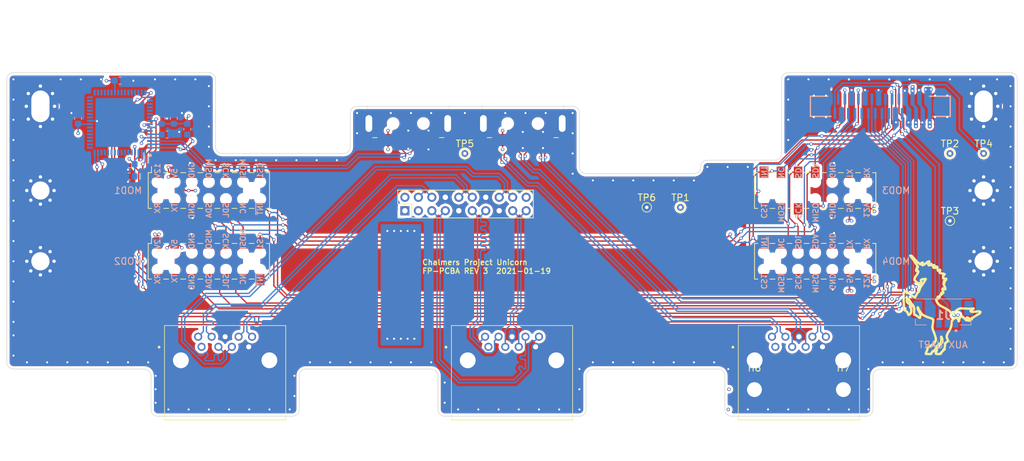
<source format=kicad_pcb>
(kicad_pcb (version 20171130) (host pcbnew "(5.1.5)-3")
  (title_block (date 2020-11-12) (rev 2))
  (layers (0 F.Cu signal) (1 In1.Cu signal hide) (2 In2.Cu signal hide) (31 B.Cu signal) (34 B.Paste user) (35 F.Paste user) (36 B.SilkS user) (37 F.SilkS user) (38 B.Mask user) (39 F.Mask user) (44 Edge.Cuts user))
  (net 0 "")
  (net 1 GND)
  (net 2 /USB2_TO_UART/VIO)
  (net 3 VBUS)
  (net 4 "Net-(IC1-Pad64)")
  (net 5 /1_D-)
  (net 6 /1_D+)
  (net 7 /TX0)
  (net 8 /RX0)
  (net 9 /TX1)
  (net 10 /RX1)
  (net 11 /TX2)
  (net 12 /RX2)
  (net 13 /TX3)
  (net 14 /RX3)
  (net 15 /2_SSTX+)
  (net 16 /2_SSTX-)
  (net 17 /2_SSRX+)
  (net 18 /2_SSRX-)
  (net 19 /2_D-)
  (net 20 /2_D+)
  (net 21 /IntA_P2_SSTX+)
  (net 22 /IntA_P2_SSTX-)
  (net 23 /IntA_P2_SSRX+)
  (net 24 /IntA_P2_SSRX-)
  (net 25 /IntA_P2_D+)
  (net 26 /IntA_P2_D-)
  (net 27 /IntA_P1_SSTX+)
  (net 28 /IntA_P1_SSTX-)
  (net 29 /IntA_P1_SSRX+)
  (net 30 /IntA_P1_SSRX-)
  (net 31 /IntA_P1_D+)
  (net 32 /IntA_P1_D-)
  (net 33 +5V)
  (net 34 +12V)
  (net 35 /~MOD_INT)
  (net 36 /~UART_INT)
  (net 37 /CS4)
  (net 38 /CS3)
  (net 39 /CS2)
  (net 40 /CS1)
  (net 41 /SPI_2_MISO)
  (net 42 /SPI_2_SCK)
  (net 43 /SPI_2_MOSI)
  (net 44 /SPI_1_MISO)
  (net 45 /SPI_1_SCK)
  (net 46 /SPI_1_MOSI)
  (net 47 /I2C_1_SCL)
  (net 48 /I2C_1_SDA)
  (net 49 /UART_2_RX)
  (net 50 /UART_2_TX)
  (net 51 "Net-(IC1-Pad55)")
  (net 52 "Net-(IC1-Pad54)")
  (net 53 "Net-(IC1-Pad53)")
  (net 54 "Net-(IC1-Pad52)")
  (net 55 "Net-(IC1-Pad51)")
  (net 56 "Net-(IC1-Pad50)")
  (net 57 "Net-(IC1-Pad47)")
  (net 58 "Net-(IC1-Pad46)")
  (net 59 "Net-(IC1-Pad45)")
  (net 60 "Net-(IC1-Pad44)")
  (net 61 "Net-(IC1-Pad43)")
  (net 62 "Net-(IC1-Pad42)")
  (net 63 "Net-(IC1-Pad41)")
  (net 64 "Net-(IC1-Pad40)")
  (net 65 "Net-(IC1-Pad38)")
  (net 66 "Net-(IC1-Pad37)")
  (net 67 "Net-(IC1-Pad36)")
  (net 68 "Net-(IC1-Pad35)")
  (net 69 "Net-(IC1-Pad34)")
  (net 70 "Net-(IC1-Pad33)")
  (net 71 "Net-(IC1-Pad32)")
  (net 72 "Net-(IC1-Pad31)")
  (net 73 "Net-(IC1-Pad30)")
  (net 74 "Net-(IC1-Pad29)")
  (net 75 "Net-(IC1-Pad28)")
  (net 76 "Net-(IC1-Pad27)")
  (net 77 "Net-(IC1-Pad26)")
  (net 78 "Net-(IC1-Pad23)")
  (net 79 "Net-(IC1-Pad22)")
  (net 80 "Net-(IC1-Pad21)")
  (net 81 "Net-(IC1-Pad20)")
  (net 82 "Net-(IC1-Pad19)")
  (net 83 "Net-(IC1-Pad18)")
  (net 84 "Net-(IC1-Pad17)")
  (net 85 "Net-(IC1-Pad14)")
  (net 86 "Net-(IC1-Pad13)")
  (net 87 "Net-(IC1-Pad12)")
  (net 88 "Net-(IC1-Pad11)")
  (net 89 "Net-(IC1-Pad10)")
  (net 90 "Net-(IC1-Pad9)")
  (net 91 "Net-(IC1-Pad8)")
  (net 92 "Net-(IC1-Pad7)")
  (net 93 "Net-(IC1-Pad6)")
  (net 94 "Net-(IC1-Pad5)")
  (net 95 "Net-(J10-Pad9)")
  (net 96 "Net-(J10-Pad8)")
  (net 97 "Net-(J10-Pad6)")
  (net 98 "Net-(J10-Pad5)")
  (net 99 /ID)
  (net 100 "Net-(J12-Pad1)")
  (net 101 "Net-(MOD1-Pad12)")
  (net 102 "Net-(MOD2-Pad12)")
  (net 103 "Net-(MOD3-Pad12)")
  (net 104 "Net-(MOD4-Pad12)")
  (module local:Molex_Micro_Lock_1x4_Vertical_5055680471 (layer B.Cu) (at 214 108 180)
    (fp_text reference J1 (at 0 0) (layer B.SilkS) (effects (font (size 1.27 1.27) (thickness 0.254)) (justify mirror)))
    (fp_text value Conn_01x04 hide)
    (pad MP smd rect (at 3.775 1.045 180) (size 1.3 2.15) (layers B.Cu B.Paste B.Mask))
    (pad MP smd rect (at -3.775 1.045 180) (size 1.3 2.15) (layers B.Cu B.Paste B.Mask))
    (pad 4 smd rect (at 1.875 -1.25 180) (size 0.8 1.2) (layers B.Cu B.Paste B.Mask) (net 1 GND))
    (pad 3 smd rect (at 0.625 -1.25 180) (size 0.8 1.2) (layers B.Cu B.Paste B.Mask) (net 49 /UART_2_RX))
    (pad 2 smd rect (at -0.625 -1.25 180) (size 0.8 1.2) (layers B.Cu B.Paste B.Mask) (net 50 /UART_2_TX))
    (pad 1 smd rect (at -1.875 -1.25 180) (size 0.8 1.2) (layers B.Cu B.Paste B.Mask) (net 33 +5V))
  )
  (module local:ZF5S-30-03-T-WT (layer B.Cu) (at 204.665 77)
    (fp_text reference J9 hide)
    (fp_text value ZF5S-30-01-T-WT)
    (pad 30 smd rect (at 7.25 1.07) (size 0.4 1.63) (layers B.Cu B.Paste B.Mask) (net 33 +5V))
    (pad 29 smd rect (at 6.75 -1.07) (size 0.4 1.63) (layers B.Cu B.Paste B.Mask) (net 33 +5V))
    (pad 28 smd rect (at 6.25 1.07) (size 0.4 1.63) (layers B.Cu B.Paste B.Mask) (net 1 GND))
    (pad 27 smd rect (at 5.75 -1.07) (size 0.4 1.63) (layers B.Cu B.Paste B.Mask) (net 1 GND))
    (pad 26 smd rect (at 5.25 1.07) (size 0.4 1.63) (layers B.Cu B.Paste B.Mask) (net 34 +12V))
    (pad 25 smd rect (at 4.75 -1.07) (size 0.4 1.63) (layers B.Cu B.Paste B.Mask) (net 34 +12V))
    (pad 24 smd rect (at 4.25 1.07) (size 0.4 1.63) (layers B.Cu B.Paste B.Mask) (net 1 GND))
    (pad 23 smd rect (at 3.75 -1.07) (size 0.4 1.63) (layers B.Cu B.Paste B.Mask) (net 1 GND))
    (pad 22 smd rect (at 3.25 1.07) (size 0.4 1.63) (layers B.Cu B.Paste B.Mask) (net 35 /~MOD_INT))
    (pad 21 smd rect (at 2.75 -1.07) (size 0.4 1.63) (layers B.Cu B.Paste B.Mask) (net 36 /~UART_INT))
    (pad 20 smd rect (at 2.25 1.07) (size 0.4 1.63) (layers B.Cu B.Paste B.Mask) (net 1 GND))
    (pad 19 smd rect (at 1.75 -1.07) (size 0.4 1.63) (layers B.Cu B.Paste B.Mask) (net 37 /CS4))
    (pad 18 smd rect (at 1.25 1.07) (size 0.4 1.63) (layers B.Cu B.Paste B.Mask) (net 38 /CS3))
    (pad 17 smd rect (at 0.75 -1.07) (size 0.4 1.63) (layers B.Cu B.Paste B.Mask) (net 39 /CS2))
    (pad 16 smd rect (at 0.25 1.07) (size 0.4 1.63) (layers B.Cu B.Paste B.Mask) (net 40 /CS1))
    (pad 15 smd rect (at -0.25 -1.07) (size 0.4 1.63) (layers B.Cu B.Paste B.Mask) (net 1 GND))
    (pad 14 smd rect (at -0.75 1.07) (size 0.4 1.63) (layers B.Cu B.Paste B.Mask) (net 41 /SPI_2_MISO))
    (pad 13 smd rect (at -1.25 -1.07) (size 0.4 1.63) (layers B.Cu B.Paste B.Mask) (net 42 /SPI_2_SCK))
    (pad 12 smd rect (at -1.75 1.07) (size 0.4 1.63) (layers B.Cu B.Paste B.Mask) (net 43 /SPI_2_MOSI))
    (pad 11 smd rect (at -2.25 -1.07) (size 0.4 1.63) (layers B.Cu B.Paste B.Mask) (net 1 GND))
    (pad 10 smd rect (at -2.75 1.07) (size 0.4 1.63) (layers B.Cu B.Paste B.Mask) (net 44 /SPI_1_MISO))
    (pad 9 smd rect (at -3.25 -1.07) (size 0.4 1.63) (layers B.Cu B.Paste B.Mask) (net 45 /SPI_1_SCK))
    (pad 8 smd rect (at -3.75 1.07) (size 0.4 1.63) (layers B.Cu B.Paste B.Mask) (net 46 /SPI_1_MOSI))
    (pad 7 smd rect (at -4.25 -1.07) (size 0.4 1.63) (layers B.Cu B.Paste B.Mask) (net 1 GND))
    (pad 6 smd rect (at -4.75 1.07) (size 0.4 1.63) (layers B.Cu B.Paste B.Mask) (net 47 /I2C_1_SCL))
    (pad 5 smd rect (at -5.25 -1.07) (size 0.4 1.63) (layers B.Cu B.Paste B.Mask) (net 48 /I2C_1_SDA))
    (pad 4 smd rect (at -5.75 1.07) (size 0.4 1.63) (layers B.Cu B.Paste B.Mask) (net 1 GND))
    (pad 3 smd rect (at -6.25 -1.07) (size 0.4 1.63) (layers B.Cu B.Paste B.Mask) (net 49 /UART_2_RX))
    (pad 2 smd rect (at -6.75 1.07) (size 0.4 1.63) (layers B.Cu B.Paste B.Mask) (net 50 /UART_2_TX))
    (pad 1 smd rect (at -7.25 -1.07) (size 0.4 1.63) (layers B.Cu B.Paste B.Mask) (net 1 GND))
    (pad MP smd rect (at 8.935 0) (size 2.18 2) (layers B.Cu B.Paste B.Mask) (net 1 GND))
    (pad MP smd rect (at -8.935 0) (size 2.18 2) (layers B.Cu B.Paste B.Mask) (net 1 GND))
  )
  (module local:Slotted_2mm_M2.5_Vias (layer F.Cu) (at 80 77)
    (fp_text reference H6 hide)
    (fp_text value M2.5)
    (pad 1 thru_hole circle (at 1.8 1.9) (size 0.8 0.8) (drill 0.5) (layers *.Cu *.Mask) (net 1 GND))
    (pad 1 thru_hole circle (at -1.8 1.9) (size 0.8 0.8) (drill 0.5) (layers *.Cu *.Mask) (net 1 GND))
    (pad 1 thru_hole circle (at 1.8 -1.9) (size 0.8 0.8) (drill 0.5) (layers *.Cu *.Mask) (net 1 GND))
    (pad 1 thru_hole circle (at -1.8 -1.9) (size 0.8 0.8) (drill 0.5) (layers *.Cu *.Mask) (net 1 GND))
    (pad 5 thru_hole circle (at 2.1 0) (size 0.8 0.8) (drill 0.5) (layers *.Cu *.Mask))
    (pad 1 thru_hole circle (at -2.1 0) (size 0.8 0.8) (drill 0.5) (layers *.Cu *.Mask) (net 1 GND))
    (pad 1 thru_hole circle (at 0 3) (size 0.8 0.8) (drill 0.5) (layers *.Cu *.Mask) (net 1 GND))
    (pad 1 thru_hole circle (at 0 -3) (size 0.8 0.8) (drill 0.5) (layers *.Cu *.Mask) (net 1 GND))
    (pad 1 thru_hole oval (at 0 0) (size 5.4 7.4) (drill oval 2.7 4.7) (layers *.Cu *.Mask) (net 1 GND))
  )
  (module local:Slotted_2mm_M2.5_Vias (layer F.Cu) (at 220 77)
    (fp_text reference H5 hide)
    (fp_text value M2.5)
    (pad 1 thru_hole circle (at 1.8 1.9) (size 0.8 0.8) (drill 0.5) (layers *.Cu *.Mask) (net 1 GND))
    (pad 1 thru_hole circle (at -1.8 1.9) (size 0.8 0.8) (drill 0.5) (layers *.Cu *.Mask) (net 1 GND))
    (pad 1 thru_hole circle (at 1.8 -1.9) (size 0.8 0.8) (drill 0.5) (layers *.Cu *.Mask) (net 1 GND))
    (pad 1 thru_hole circle (at -1.8 -1.9) (size 0.8 0.8) (drill 0.5) (layers *.Cu *.Mask) (net 1 GND))
    (pad 5 thru_hole circle (at 2.1 0) (size 0.8 0.8) (drill 0.5) (layers *.Cu *.Mask))
    (pad 1 thru_hole circle (at -2.1 0) (size 0.8 0.8) (drill 0.5) (layers *.Cu *.Mask) (net 1 GND))
    (pad 1 thru_hole circle (at 0 3) (size 0.8 0.8) (drill 0.5) (layers *.Cu *.Mask) (net 1 GND))
    (pad 1 thru_hole circle (at 0 -3) (size 0.8 0.8) (drill 0.5) (layers *.Cu *.Mask) (net 1 GND))
    (pad 1 thru_hole oval (at 0 0) (size 5.4 7.4) (drill oval 2.7 4.7) (layers *.Cu *.Mask) (net 1 GND))
  )
  (module TestPoint:TestPoint_THTPad_D1.0mm_Drill0.5mm (layer F.Cu) (at 170 92)
    (fp_text reference TP6 (at 0 -1.448) (layer F.SilkS))
    (fp_text value TestPoint)
    (pad 1 thru_hole circle (at 0 0) (size 1 1) (drill 0.5) (layers *.Cu *.Mask) (net 1 GND))
  )
  (module TestPoint:TestPoint_THTPad_D1.0mm_Drill0.5mm (layer F.Cu) (at 143 84)
    (fp_text reference TP5 (at 0 -1.448) (layer F.SilkS))
    (fp_text value TestPoint)
    (pad 1 thru_hole circle (at 0 0) (size 1 1) (drill 0.5) (layers *.Cu *.Mask) (net 3 VBUS))
  )
  (module TestPoint:TestPoint_THTPad_D1.0mm_Drill0.5mm (layer F.Cu) (at 220 84)
    (fp_text reference TP4 (at 0 -1.448) (layer F.SilkS))
    (fp_text value TestPoint)
    (pad 1 thru_hole circle (at 0 0) (size 1 1) (drill 0.5) (layers *.Cu *.Mask) (net 36 /~UART_INT))
  )
  (module TestPoint:TestPoint_THTPad_D1.0mm_Drill0.5mm (layer F.Cu) (at 215 94)
    (fp_text reference TP3 (at 0 -1.448) (layer F.SilkS))
    (fp_text value TestPoint)
    (pad 1 thru_hole circle (at 0 0) (size 1 1) (drill 0.5) (layers *.Cu *.Mask) (net 1 GND))
  )
  (module TestPoint:TestPoint_THTPad_D1.0mm_Drill0.5mm (layer F.Cu) (at 215 84)
    (fp_text reference TP2 (at 0 -1.448) (layer F.SilkS))
    (fp_text value TestPoint)
    (pad 1 thru_hole circle (at 0 0) (size 1 1) (drill 0.5) (layers *.Cu *.Mask) (net 33 +5V))
  )
  (module TestPoint:TestPoint_THTPad_D1.0mm_Drill0.5mm (layer F.Cu) (at 175 92)
    (fp_text reference TP1 (at 0 -1.448) (layer F.SilkS))
    (fp_text value TestPoint)
    (pad 1 thru_hole circle (at 0 0) (size 1 1) (drill 0.5) (layers *.Cu *.Mask) (net 34 +12V))
  )
  (module Resistor_SMD:R_0603_1608Metric (layer B.Cu) (at 101.8 80.4 270)
    (fp_text reference R1 hide)
    (fp_text value 100k)
    (pad 2 smd roundrect (at 0.7875 0 270) (size 0.875 0.95) (layers B.Cu B.Paste B.Mask) (net 4 "Net-(IC1-Pad64)"))
    (pad 1 smd roundrect (at -0.7875 0 270) (size 0.875 0.95) (layers B.Cu B.Paste B.Mask) (net 2 /USB2_TO_UART/VIO))
  )
  (module local:Samtec_HLE-107-02-xxx-DV-BE-A_2x07_P2.54mm_Horizontal (layer F.Cu) (at 194.999999 100 180)
    (fp_text reference MOD4 (at -12 0) (layer B.SilkS) (effects (justify mirror)))
    (fp_text value Conn_02x07_Counter_Clockwise)
    (pad 14 smd rect (at 7.62 2.72 180) (size 1.27 1.68) (layers F.Cu F.Paste F.Mask) (net 35 /~MOD_INT))
    (pad 12 smd rect (at 5.08 2.72 180) (size 1.27 1.68) (layers F.Cu F.Paste F.Mask) (net 104 "Net-(MOD4-Pad12)"))
    (pad 10 smd rect (at 2.54 2.72 180) (size 1.27 1.68) (layers F.Cu F.Paste F.Mask) (net 47 /I2C_1_SCL))
    (pad 8 smd rect (at 0 2.72 180) (size 1.27 1.68) (layers F.Cu F.Paste F.Mask) (net 48 /I2C_1_SDA))
    (pad 6 smd rect (at -2.54 2.72 180) (size 1.27 1.68) (layers F.Cu F.Paste F.Mask) (net 1 GND))
    (pad 4 smd rect (at -5.08 2.72 180) (size 1.27 1.68) (layers F.Cu F.Paste F.Mask) (net 13 /TX3))
    (pad 2 smd rect (at -7.62 2.72 180) (size 1.27 1.68) (layers F.Cu F.Paste F.Mask) (net 14 /RX3))
    (pad 13 smd rect (at 7.62 -2.72 180) (size 1.27 1.68) (layers F.Cu F.Paste F.Mask) (net 37 /CS4))
    (pad 11 smd rect (at 5.08 -2.72 180) (size 1.27 1.68) (layers F.Cu F.Paste F.Mask) (net 46 /SPI_1_MOSI))
    (pad 9 smd rect (at 2.54 -2.72 180) (size 1.27 1.68) (layers F.Cu F.Paste F.Mask) (net 45 /SPI_1_SCK))
    (pad 7 smd rect (at 0 -2.72 180) (size 1.27 1.68) (layers F.Cu F.Paste F.Mask) (net 44 /SPI_1_MISO))
    (pad 5 smd rect (at -2.54 -2.72 180) (size 1.27 1.68) (layers F.Cu F.Paste F.Mask) (net 1 GND))
    (pad 3 smd rect (at -5.08 -2.72 180) (size 1.27 1.68) (layers F.Cu F.Paste F.Mask) (net 33 +5V))
    (pad 1 smd rect (at -7.62 -2.72 180) (size 1.27 1.68) (layers F.Cu F.Paste F.Mask) (net 34 +12V))
    (pad "" np_thru_hole circle (at 7.62 1.27 180) (size 0.97 0.97) (drill 0.97) (layers *.Cu *.Mask))
    (pad "" np_thru_hole circle (at 7.62 -1.27 180) (size 0.97 0.97) (drill 0.97) (layers *.Cu *.Mask))
    (pad "" np_thru_hole circle (at 5.08 1.27 180) (size 0.97 0.97) (drill 0.97) (layers *.Cu *.Mask))
    (pad "" np_thru_hole circle (at 5.08 -1.27 180) (size 0.97 0.97) (drill 0.97) (layers *.Cu *.Mask))
    (pad "" np_thru_hole circle (at 2.54 1.27 180) (size 0.97 0.97) (drill 0.97) (layers *.Cu *.Mask))
    (pad "" np_thru_hole circle (at 2.54 -1.27 180) (size 0.97 0.97) (drill 0.97) (layers *.Cu *.Mask))
    (pad "" np_thru_hole circle (at 0 1.27 180) (size 0.97 0.97) (drill 0.97) (layers *.Cu *.Mask))
    (pad "" np_thru_hole circle (at 0 -1.27 180) (size 0.97 0.97) (drill 0.97) (layers *.Cu *.Mask))
    (pad "" np_thru_hole circle (at -2.54 1.27 180) (size 0.97 0.97) (drill 0.97) (layers *.Cu *.Mask))
    (pad "" np_thru_hole circle (at -2.54 -1.27 180) (size 0.97 0.97) (drill 0.97) (layers *.Cu *.Mask))
    (pad "" np_thru_hole circle (at -5.08 1.27 180) (size 0.97 0.97) (drill 0.97) (layers *.Cu *.Mask))
    (pad "" np_thru_hole circle (at -5.08 -1.27 180) (size 0.97 0.97) (drill 0.97) (layers *.Cu *.Mask))
    (pad "" np_thru_hole circle (at -7.62 1.27 180) (size 0.97 0.97) (drill 0.97) (layers *.Cu *.Mask))
    (pad "" np_thru_hole circle (at -7.62 -1.27 180) (size 0.97 0.97) (drill 0.97) (layers *.Cu *.Mask))
    (pad "" np_thru_hole circle (at 6.35 0 180) (size 1.78 1.78) (drill 1.78) (layers *.Cu *.Mask))
    (pad "" np_thru_hole circle (at -6.35 0 180) (size 1.78 1.78) (drill 1.78) (layers *.Cu *.Mask))
  )
  (module local:Samtec_HLE-107-02-xxx-DV-BE-A_2x07_P2.54mm_Horizontal (layer F.Cu) (at 194.999999 89.5 180)
    (fp_text reference MOD3 (at -12 0) (layer B.SilkS) (effects (justify mirror)))
    (fp_text value Conn_02x07_Counter_Clockwise)
    (pad 14 smd rect (at 7.62 2.72 180) (size 1.27 1.68) (layers F.Cu F.Paste F.Mask) (net 35 /~MOD_INT))
    (pad 12 smd rect (at 5.08 2.72 180) (size 1.27 1.68) (layers F.Cu F.Paste F.Mask) (net 103 "Net-(MOD3-Pad12)"))
    (pad 10 smd rect (at 2.54 2.72 180) (size 1.27 1.68) (layers F.Cu F.Paste F.Mask) (net 47 /I2C_1_SCL))
    (pad 8 smd rect (at 0 2.72 180) (size 1.27 1.68) (layers F.Cu F.Paste F.Mask) (net 48 /I2C_1_SDA))
    (pad 6 smd rect (at -2.54 2.72 180) (size 1.27 1.68) (layers F.Cu F.Paste F.Mask) (net 1 GND))
    (pad 4 smd rect (at -5.08 2.72 180) (size 1.27 1.68) (layers F.Cu F.Paste F.Mask) (net 11 /TX2))
    (pad 2 smd rect (at -7.62 2.72 180) (size 1.27 1.68) (layers F.Cu F.Paste F.Mask) (net 12 /RX2))
    (pad 13 smd rect (at 7.62 -2.72 180) (size 1.27 1.68) (layers F.Cu F.Paste F.Mask) (net 38 /CS3))
    (pad 11 smd rect (at 5.08 -2.72 180) (size 1.27 1.68) (layers F.Cu F.Paste F.Mask) (net 46 /SPI_1_MOSI))
    (pad 9 smd rect (at 2.54 -2.72 180) (size 1.27 1.68) (layers F.Cu F.Paste F.Mask) (net 45 /SPI_1_SCK))
    (pad 7 smd rect (at 0 -2.72 180) (size 1.27 1.68) (layers F.Cu F.Paste F.Mask) (net 44 /SPI_1_MISO))
    (pad 5 smd rect (at -2.54 -2.72 180) (size 1.27 1.68) (layers F.Cu F.Paste F.Mask) (net 1 GND))
    (pad 3 smd rect (at -5.08 -2.72 180) (size 1.27 1.68) (layers F.Cu F.Paste F.Mask) (net 33 +5V))
    (pad 1 smd rect (at -7.62 -2.72 180) (size 1.27 1.68) (layers F.Cu F.Paste F.Mask) (net 34 +12V))
    (pad "" np_thru_hole circle (at 7.62 1.27 180) (size 0.97 0.97) (drill 0.97) (layers *.Cu *.Mask))
    (pad "" np_thru_hole circle (at 7.62 -1.27 180) (size 0.97 0.97) (drill 0.97) (layers *.Cu *.Mask))
    (pad "" np_thru_hole circle (at 5.08 1.27 180) (size 0.97 0.97) (drill 0.97) (layers *.Cu *.Mask))
    (pad "" np_thru_hole circle (at 5.08 -1.27 180) (size 0.97 0.97) (drill 0.97) (layers *.Cu *.Mask))
    (pad "" np_thru_hole circle (at 2.54 1.27 180) (size 0.97 0.97) (drill 0.97) (layers *.Cu *.Mask))
    (pad "" np_thru_hole circle (at 2.54 -1.27 180) (size 0.97 0.97) (drill 0.97) (layers *.Cu *.Mask))
    (pad "" np_thru_hole circle (at 0 1.27 180) (size 0.97 0.97) (drill 0.97) (layers *.Cu *.Mask))
    (pad "" np_thru_hole circle (at 0 -1.27 180) (size 0.97 0.97) (drill 0.97) (layers *.Cu *.Mask))
    (pad "" np_thru_hole circle (at -2.54 1.27 180) (size 0.97 0.97) (drill 0.97) (layers *.Cu *.Mask))
    (pad "" np_thru_hole circle (at -2.54 -1.27 180) (size 0.97 0.97) (drill 0.97) (layers *.Cu *.Mask))
    (pad "" np_thru_hole circle (at -5.08 1.27 180) (size 0.97 0.97) (drill 0.97) (layers *.Cu *.Mask))
    (pad "" np_thru_hole circle (at -5.08 -1.27 180) (size 0.97 0.97) (drill 0.97) (layers *.Cu *.Mask))
    (pad "" np_thru_hole circle (at -7.62 1.27 180) (size 0.97 0.97) (drill 0.97) (layers *.Cu *.Mask))
    (pad "" np_thru_hole circle (at -7.62 -1.27 180) (size 0.97 0.97) (drill 0.97) (layers *.Cu *.Mask))
    (pad "" np_thru_hole circle (at 6.35 0 180) (size 1.78 1.78) (drill 1.78) (layers *.Cu *.Mask))
    (pad "" np_thru_hole circle (at -6.35 0 180) (size 1.78 1.78) (drill 1.78) (layers *.Cu *.Mask))
  )
  (module local:Samtec_HLE-107-02-xxx-DV-BE-A_2x07_P2.54mm_Horizontal (layer F.Cu) (at 105 100)
    (fp_text reference MOD2 (at -12 0) (layer B.SilkS) (effects (justify mirror)))
    (fp_text value Conn_02x07_Counter_Clockwise)
    (pad 14 smd rect (at 7.62 2.72) (size 1.27 1.68) (layers F.Cu F.Paste F.Mask) (net 35 /~MOD_INT))
    (pad 12 smd rect (at 5.08 2.72) (size 1.27 1.68) (layers F.Cu F.Paste F.Mask) (net 102 "Net-(MOD2-Pad12)"))
    (pad 10 smd rect (at 2.54 2.72) (size 1.27 1.68) (layers F.Cu F.Paste F.Mask) (net 47 /I2C_1_SCL))
    (pad 8 smd rect (at 0 2.72) (size 1.27 1.68) (layers F.Cu F.Paste F.Mask) (net 48 /I2C_1_SDA))
    (pad 6 smd rect (at -2.54 2.72) (size 1.27 1.68) (layers F.Cu F.Paste F.Mask) (net 1 GND))
    (pad 4 smd rect (at -5.08 2.72) (size 1.27 1.68) (layers F.Cu F.Paste F.Mask) (net 9 /TX1))
    (pad 2 smd rect (at -7.62 2.72) (size 1.27 1.68) (layers F.Cu F.Paste F.Mask) (net 10 /RX1))
    (pad 13 smd rect (at 7.62 -2.72) (size 1.27 1.68) (layers F.Cu F.Paste F.Mask) (net 39 /CS2))
    (pad 11 smd rect (at 5.08 -2.72) (size 1.27 1.68) (layers F.Cu F.Paste F.Mask) (net 43 /SPI_2_MOSI))
    (pad 9 smd rect (at 2.54 -2.72) (size 1.27 1.68) (layers F.Cu F.Paste F.Mask) (net 42 /SPI_2_SCK))
    (pad 7 smd rect (at 0 -2.72) (size 1.27 1.68) (layers F.Cu F.Paste F.Mask) (net 41 /SPI_2_MISO))
    (pad 5 smd rect (at -2.54 -2.72) (size 1.27 1.68) (layers F.Cu F.Paste F.Mask) (net 1 GND))
    (pad 3 smd rect (at -5.08 -2.72) (size 1.27 1.68) (layers F.Cu F.Paste F.Mask) (net 33 +5V))
    (pad 1 smd rect (at -7.62 -2.72) (size 1.27 1.68) (layers F.Cu F.Paste F.Mask) (net 34 +12V))
    (pad "" np_thru_hole circle (at 7.62 1.27) (size 0.97 0.97) (drill 0.97) (layers *.Cu *.Mask))
    (pad "" np_thru_hole circle (at 7.62 -1.27) (size 0.97 0.97) (drill 0.97) (layers *.Cu *.Mask))
    (pad "" np_thru_hole circle (at 5.08 1.27) (size 0.97 0.97) (drill 0.97) (layers *.Cu *.Mask))
    (pad "" np_thru_hole circle (at 5.08 -1.27) (size 0.97 0.97) (drill 0.97) (layers *.Cu *.Mask))
    (pad "" np_thru_hole circle (at 2.54 1.27) (size 0.97 0.97) (drill 0.97) (layers *.Cu *.Mask))
    (pad "" np_thru_hole circle (at 2.54 -1.27) (size 0.97 0.97) (drill 0.97) (layers *.Cu *.Mask))
    (pad "" np_thru_hole circle (at 0 1.27) (size 0.97 0.97) (drill 0.97) (layers *.Cu *.Mask))
    (pad "" np_thru_hole circle (at 0 -1.27) (size 0.97 0.97) (drill 0.97) (layers *.Cu *.Mask))
    (pad "" np_thru_hole circle (at -2.54 1.27) (size 0.97 0.97) (drill 0.97) (layers *.Cu *.Mask))
    (pad "" np_thru_hole circle (at -2.54 -1.27) (size 0.97 0.97) (drill 0.97) (layers *.Cu *.Mask))
    (pad "" np_thru_hole circle (at -5.08 1.27) (size 0.97 0.97) (drill 0.97) (layers *.Cu *.Mask))
    (pad "" np_thru_hole circle (at -5.08 -1.27) (size 0.97 0.97) (drill 0.97) (layers *.Cu *.Mask))
    (pad "" np_thru_hole circle (at -7.62 1.27) (size 0.97 0.97) (drill 0.97) (layers *.Cu *.Mask))
    (pad "" np_thru_hole circle (at -7.62 -1.27) (size 0.97 0.97) (drill 0.97) (layers *.Cu *.Mask))
    (pad "" np_thru_hole circle (at 6.35 0) (size 1.78 1.78) (drill 1.78) (layers *.Cu *.Mask))
    (pad "" np_thru_hole circle (at -6.35 0) (size 1.78 1.78) (drill 1.78) (layers *.Cu *.Mask))
  )
  (module local:Samtec_HLE-107-02-xxx-DV-BE-A_2x07_P2.54mm_Horizontal (layer F.Cu) (at 105 89.5)
    (fp_text reference MOD1 (at -12 0) (layer B.SilkS) (effects (justify mirror)))
    (fp_text value Conn_02x07_Counter_Clockwise)
    (pad 14 smd rect (at 7.62 2.72) (size 1.27 1.68) (layers F.Cu F.Paste F.Mask) (net 35 /~MOD_INT))
    (pad 12 smd rect (at 5.08 2.72) (size 1.27 1.68) (layers F.Cu F.Paste F.Mask) (net 101 "Net-(MOD1-Pad12)"))
    (pad 10 smd rect (at 2.54 2.72) (size 1.27 1.68) (layers F.Cu F.Paste F.Mask) (net 47 /I2C_1_SCL))
    (pad 8 smd rect (at 0 2.72) (size 1.27 1.68) (layers F.Cu F.Paste F.Mask) (net 48 /I2C_1_SDA))
    (pad 6 smd rect (at -2.54 2.72) (size 1.27 1.68) (layers F.Cu F.Paste F.Mask) (net 1 GND))
    (pad 4 smd rect (at -5.08 2.72) (size 1.27 1.68) (layers F.Cu F.Paste F.Mask) (net 7 /TX0))
    (pad 2 smd rect (at -7.62 2.72) (size 1.27 1.68) (layers F.Cu F.Paste F.Mask) (net 8 /RX0))
    (pad 13 smd rect (at 7.62 -2.72) (size 1.27 1.68) (layers F.Cu F.Paste F.Mask) (net 40 /CS1))
    (pad 11 smd rect (at 5.08 -2.72) (size 1.27 1.68) (layers F.Cu F.Paste F.Mask) (net 43 /SPI_2_MOSI))
    (pad 9 smd rect (at 2.54 -2.72) (size 1.27 1.68) (layers F.Cu F.Paste F.Mask) (net 42 /SPI_2_SCK))
    (pad 7 smd rect (at 0 -2.72) (size 1.27 1.68) (layers F.Cu F.Paste F.Mask) (net 41 /SPI_2_MISO))
    (pad 5 smd rect (at -2.54 -2.72) (size 1.27 1.68) (layers F.Cu F.Paste F.Mask) (net 1 GND))
    (pad 3 smd rect (at -5.08 -2.72) (size 1.27 1.68) (layers F.Cu F.Paste F.Mask) (net 33 +5V))
    (pad 1 smd rect (at -7.62 -2.72) (size 1.27 1.68) (layers F.Cu F.Paste F.Mask) (net 34 +12V))
    (pad "" np_thru_hole circle (at 7.62 1.27) (size 0.97 0.97) (drill 0.97) (layers *.Cu *.Mask))
    (pad "" np_thru_hole circle (at 7.62 -1.27) (size 0.97 0.97) (drill 0.97) (layers *.Cu *.Mask))
    (pad "" np_thru_hole circle (at 5.08 1.27) (size 0.97 0.97) (drill 0.97) (layers *.Cu *.Mask))
    (pad "" np_thru_hole circle (at 5.08 -1.27) (size 0.97 0.97) (drill 0.97) (layers *.Cu *.Mask))
    (pad "" np_thru_hole circle (at 2.54 1.27) (size 0.97 0.97) (drill 0.97) (layers *.Cu *.Mask))
    (pad "" np_thru_hole circle (at 2.54 -1.27) (size 0.97 0.97) (drill 0.97) (layers *.Cu *.Mask))
    (pad "" np_thru_hole circle (at 0 1.27) (size 0.97 0.97) (drill 0.97) (layers *.Cu *.Mask))
    (pad "" np_thru_hole circle (at 0 -1.27) (size 0.97 0.97) (drill 0.97) (layers *.Cu *.Mask))
    (pad "" np_thru_hole circle (at -2.54 1.27) (size 0.97 0.97) (drill 0.97) (layers *.Cu *.Mask))
    (pad "" np_thru_hole circle (at -2.54 -1.27) (size 0.97 0.97) (drill 0.97) (layers *.Cu *.Mask))
    (pad "" np_thru_hole circle (at -5.08 1.27) (size 0.97 0.97) (drill 0.97) (layers *.Cu *.Mask))
    (pad "" np_thru_hole circle (at -5.08 -1.27) (size 0.97 0.97) (drill 0.97) (layers *.Cu *.Mask))
    (pad "" np_thru_hole circle (at -7.62 1.27) (size 0.97 0.97) (drill 0.97) (layers *.Cu *.Mask))
    (pad "" np_thru_hole circle (at -7.62 -1.27) (size 0.97 0.97) (drill 0.97) (layers *.Cu *.Mask))
    (pad "" np_thru_hole circle (at 6.35 0) (size 1.78 1.78) (drill 1.78) (layers *.Cu *.Mask))
    (pad "" np_thru_hole circle (at -6.35 0) (size 1.78 1.78) (drill 1.78) (layers *.Cu *.Mask))
  )
  (module Connector_PinHeader_2.00mm:PinHeader_2x10_P2.00mm_Vertical (layer F.Cu) (at 134.100017 92.501021 90)
    (fp_text reference J12 hide)
    (fp_text value "2x USB 3.0 Header")
    (pad 20 thru_hole oval (at 2 18 90) (size 1.35 1.35) (drill 0.8) (layers *.Cu *.Mask) (net 99 /ID))
    (pad 19 thru_hole oval (at 0 18 90) (size 1.35 1.35) (drill 0.8) (layers *.Cu *.Mask) (net 25 /IntA_P2_D+))
    (pad 18 thru_hole oval (at 2 16 90) (size 1.35 1.35) (drill 0.8) (layers *.Cu *.Mask) (net 31 /IntA_P1_D+))
    (pad 17 thru_hole oval (at 0 16 90) (size 1.35 1.35) (drill 0.8) (layers *.Cu *.Mask) (net 26 /IntA_P2_D-))
    (pad 16 thru_hole oval (at 2 14 90) (size 1.35 1.35) (drill 0.8) (layers *.Cu *.Mask) (net 32 /IntA_P1_D-))
    (pad 15 thru_hole oval (at 0 14 90) (size 1.35 1.35) (drill 0.8) (layers *.Cu *.Mask) (net 1 GND))
    (pad 14 thru_hole oval (at 2 12 90) (size 1.35 1.35) (drill 0.8) (layers *.Cu *.Mask) (net 1 GND))
    (pad 13 thru_hole oval (at 0 12 90) (size 1.35 1.35) (drill 0.8) (layers *.Cu *.Mask) (net 21 /IntA_P2_SSTX+))
    (pad 12 thru_hole oval (at 2 10 90) (size 1.35 1.35) (drill 0.8) (layers *.Cu *.Mask) (net 27 /IntA_P1_SSTX+))
    (pad 11 thru_hole oval (at 0 10 90) (size 1.35 1.35) (drill 0.8) (layers *.Cu *.Mask) (net 22 /IntA_P2_SSTX-))
    (pad 10 thru_hole oval (at 2 8 90) (size 1.35 1.35) (drill 0.8) (layers *.Cu *.Mask) (net 28 /IntA_P1_SSTX-))
    (pad 9 thru_hole oval (at 0 8 90) (size 1.35 1.35) (drill 0.8) (layers *.Cu *.Mask) (net 1 GND))
    (pad 8 thru_hole oval (at 2 6 90) (size 1.35 1.35) (drill 0.8) (layers *.Cu *.Mask) (net 1 GND))
    (pad 7 thru_hole oval (at 0 6 90) (size 1.35 1.35) (drill 0.8) (layers *.Cu *.Mask) (net 23 /IntA_P2_SSRX+))
    (pad 6 thru_hole oval (at 2 4 90) (size 1.35 1.35) (drill 0.8) (layers *.Cu *.Mask) (net 29 /IntA_P1_SSRX+))
    (pad 5 thru_hole oval (at 0 4 90) (size 1.35 1.35) (drill 0.8) (layers *.Cu *.Mask) (net 24 /IntA_P2_SSRX-))
    (pad 4 thru_hole oval (at 2 2 90) (size 1.35 1.35) (drill 0.8) (layers *.Cu *.Mask) (net 30 /IntA_P1_SSRX-))
    (pad 3 thru_hole oval (at 0 2 90) (size 1.35 1.35) (drill 0.8) (layers *.Cu *.Mask) (net 3 VBUS))
    (pad 2 thru_hole oval (at 2 0 90) (size 1.35 1.35) (drill 0.8) (layers *.Cu *.Mask) (net 3 VBUS))
    (pad 1 thru_hole rect (at 0 0 90) (size 1.35 1.35) (drill 0.8) (layers *.Cu *.Mask) (net 100 "Net-(J12-Pad1)"))
  )
  (module local:USB3_A_Plug_AMPHENOL_GSB316441CEU (layer F.Cu) (at 151.6 80.225 90)
    (fp_text reference J11 hide)
    (fp_text value USB3_A)
    (pad "" np_thru_hole circle (at 0.675 -2.25 180) (size 1.1 1.1) (drill 1.1) (layers *.Cu *.Mask))
    (pad "" np_thru_hole circle (at 0.675 2.25 180) (size 1.1 1.1) (drill 1.1) (layers *.Cu *.Mask))
    (pad 9 smd rect (at -1.775 -4 90) (size 1.8 0.7) (layers F.Cu F.Paste F.Mask) (net 15 /2_SSTX+))
    (pad 1 smd rect (at -1.775 -3 180) (size 0.7 1.8) (layers F.Cu F.Paste F.Mask) (net 3 VBUS))
    (pad 8 smd rect (at -1.775 -2 180) (size 0.7 1.8) (layers F.Cu F.Paste F.Mask) (net 16 /2_SSTX-))
    (pad 2 smd rect (at -1.775 -1 180) (size 0.7 1.8) (layers F.Cu F.Paste F.Mask) (net 20 /2_D+))
    (pad 7 smd rect (at -1.775 0 180) (size 0.7 1.8) (layers F.Cu F.Paste F.Mask) (net 1 GND))
    (pad 3 smd rect (at -1.775 1 180) (size 0.7 1.8) (layers F.Cu F.Paste F.Mask) (net 19 /2_D-))
    (pad 6 smd rect (at -1.775 2 180) (size 0.7 1.8) (layers F.Cu F.Paste F.Mask) (net 17 /2_SSRX+))
    (pad 4 smd rect (at -1.775 3 180) (size 0.7 1.8) (layers F.Cu F.Paste F.Mask) (net 1 GND))
    (pad 5 smd rect (at -1.775 4 180) (size 0.7 1.8) (layers F.Cu F.Paste F.Mask) (net 18 /2_SSRX-))
    (pad 10 thru_hole oval (at 0.675 -5.85 180) (size 1.6 4) (drill oval 1 2.5) (layers *.Cu *.Mask) (net 1 GND))
    (pad 10 thru_hole oval (at 0.675 5.85 180) (size 1.6 4) (drill oval 1 2.5) (layers *.Cu *.Mask) (net 1 GND))
  )
  (module local:USB3_A_Plug_AMPHENOL_GSB316441CEU (layer F.Cu) (at 134.6 80.225 90)
    (fp_text reference J10 hide)
    (fp_text value USB3_A)
    (pad "" np_thru_hole circle (at 0.675 -2.25 180) (size 1.1 1.1) (drill 1.1) (layers *.Cu *.Mask))
    (pad "" np_thru_hole circle (at 0.675 2.25 180) (size 1.1 1.1) (drill 1.1) (layers *.Cu *.Mask))
    (pad 9 smd rect (at -1.775 -4 90) (size 1.8 0.7) (layers F.Cu F.Paste F.Mask) (net 95 "Net-(J10-Pad9)"))
    (pad 1 smd rect (at -1.775 -3 180) (size 0.7 1.8) (layers F.Cu F.Paste F.Mask) (net 3 VBUS))
    (pad 8 smd rect (at -1.775 -2 180) (size 0.7 1.8) (layers F.Cu F.Paste F.Mask) (net 96 "Net-(J10-Pad8)"))
    (pad 2 smd rect (at -1.775 -1 180) (size 0.7 1.8) (layers F.Cu F.Paste F.Mask) (net 5 /1_D-))
    (pad 7 smd rect (at -1.775 0 180) (size 0.7 1.8) (layers F.Cu F.Paste F.Mask) (net 1 GND))
    (pad 3 smd rect (at -1.775 1 180) (size 0.7 1.8) (layers F.Cu F.Paste F.Mask) (net 6 /1_D+))
    (pad 6 smd rect (at -1.775 2 180) (size 0.7 1.8) (layers F.Cu F.Paste F.Mask) (net 97 "Net-(J10-Pad6)"))
    (pad 4 smd rect (at -1.775 3 180) (size 0.7 1.8) (layers F.Cu F.Paste F.Mask) (net 1 GND))
    (pad 5 smd rect (at -1.775 4 180) (size 0.7 1.8) (layers F.Cu F.Paste F.Mask) (net 98 "Net-(J10-Pad5)"))
    (pad 10 thru_hole oval (at 0.675 -5.85 180) (size 1.6 4) (drill oval 1 2.5) (layers *.Cu *.Mask) (net 1 GND))
    (pad 10 thru_hole oval (at 0.675 5.85 180) (size 1.6 4) (drill oval 1 2.5) (layers *.Cu *.Mask) (net 1 GND))
  )
  (module local:MUSBR3193M0 (layer F.Cu) (at 107.416 125.55)
    (fp_text reference J4 hide)
    (fp_text value MUSBR-3193-M0 hide)
    (pad 10 thru_hole circle (at 6.57 -10.85) (size 3.525 3.525) (drill 2.35) (layers *.Cu *.Mask) (net 1 GND))
    (pad 10 thru_hole circle (at -6.57 -10.85) (size 3.525 3.525) (drill 2.35) (layers *.Cu *.Mask) (net 1 GND))
    (pad 9 thru_hole circle (at -4 -14.35) (size 1.2 1.2) (drill 0.75) (layers *.Cu *.Mask) (net 27 /IntA_P1_SSTX+))
    (pad 8 thru_hole circle (at -2 -14.35) (size 1.2 1.2) (drill 0.75) (layers *.Cu *.Mask) (net 28 /IntA_P1_SSTX-))
    (pad 7 thru_hole circle (at 0 -14.35) (size 1.2 1.2) (drill 0.75) (layers *.Cu *.Mask) (net 1 GND))
    (pad 6 thru_hole circle (at 2 -14.35) (size 1.2 1.2) (drill 0.75) (layers *.Cu *.Mask) (net 29 /IntA_P1_SSRX+))
    (pad 5 thru_hole circle (at 4 -14.35) (size 1.2 1.2) (drill 0.75) (layers *.Cu *.Mask) (net 30 /IntA_P1_SSRX-))
    (pad 4 thru_hole circle (at 3.5 -12.85) (size 1.2 1.2) (drill 0.75) (layers *.Cu *.Mask) (net 1 GND))
    (pad 3 thru_hole circle (at 1 -12.85) (size 1.2 1.2) (drill 0.75) (layers *.Cu *.Mask) (net 31 /IntA_P1_D+))
    (pad 2 thru_hole circle (at -1 -12.85) (size 1.2 1.2) (drill 0.75) (layers *.Cu *.Mask) (net 32 /IntA_P1_D-))
    (pad 1 thru_hole circle (at -3.5 -12.85) (size 1.2 1.2) (drill 0.75) (layers *.Cu *.Mask) (net 3 VBUS))
  )
  (module local:MUSBR3193M0 (layer F.Cu) (at 150 125.55)
    (fp_text reference J3 hide)
    (fp_text value MUSBR-3193-M0 hide)
    (pad 10 thru_hole circle (at 6.57 -10.85) (size 3.525 3.525) (drill 2.35) (layers *.Cu *.Mask) (net 1 GND))
    (pad 10 thru_hole circle (at -6.57 -10.85) (size 3.525 3.525) (drill 2.35) (layers *.Cu *.Mask) (net 1 GND))
    (pad 9 thru_hole circle (at -4 -14.35) (size 1.2 1.2) (drill 0.75) (layers *.Cu *.Mask) (net 21 /IntA_P2_SSTX+))
    (pad 8 thru_hole circle (at -2 -14.35) (size 1.2 1.2) (drill 0.75) (layers *.Cu *.Mask) (net 22 /IntA_P2_SSTX-))
    (pad 7 thru_hole circle (at 0 -14.35) (size 1.2 1.2) (drill 0.75) (layers *.Cu *.Mask) (net 1 GND))
    (pad 6 thru_hole circle (at 2 -14.35) (size 1.2 1.2) (drill 0.75) (layers *.Cu *.Mask) (net 23 /IntA_P2_SSRX+))
    (pad 5 thru_hole circle (at 4 -14.35) (size 1.2 1.2) (drill 0.75) (layers *.Cu *.Mask) (net 24 /IntA_P2_SSRX-))
    (pad 4 thru_hole circle (at 3.5 -12.85) (size 1.2 1.2) (drill 0.75) (layers *.Cu *.Mask) (net 1 GND))
    (pad 3 thru_hole circle (at 1 -12.85) (size 1.2 1.2) (drill 0.75) (layers *.Cu *.Mask) (net 25 /IntA_P2_D+))
    (pad 2 thru_hole circle (at -1 -12.85) (size 1.2 1.2) (drill 0.75) (layers *.Cu *.Mask) (net 26 /IntA_P2_D-))
    (pad 1 thru_hole circle (at -3.5 -12.85) (size 1.2 1.2) (drill 0.75) (layers *.Cu *.Mask) (net 3 VBUS))
  )
  (module local:MUSBR3193M0 (layer F.Cu) (at 192.584 125.55)
    (fp_text reference J2 hide)
    (fp_text value MUSBR-3193-M0 hide)
    (pad 10 thru_hole circle (at 6.57 -10.85) (size 3.525 3.525) (drill 2.35) (layers *.Cu *.Mask) (net 1 GND))
    (pad 10 thru_hole circle (at -6.57 -10.85) (size 3.525 3.525) (drill 2.35) (layers *.Cu *.Mask) (net 1 GND))
    (pad 9 thru_hole circle (at -4 -14.35) (size 1.2 1.2) (drill 0.75) (layers *.Cu *.Mask) (net 15 /2_SSTX+))
    (pad 8 thru_hole circle (at -2 -14.35) (size 1.2 1.2) (drill 0.75) (layers *.Cu *.Mask) (net 16 /2_SSTX-))
    (pad 7 thru_hole circle (at 0 -14.35) (size 1.2 1.2) (drill 0.75) (layers *.Cu *.Mask) (net 1 GND))
    (pad 6 thru_hole circle (at 2 -14.35) (size 1.2 1.2) (drill 0.75) (layers *.Cu *.Mask) (net 17 /2_SSRX+))
    (pad 5 thru_hole circle (at 4 -14.35) (size 1.2 1.2) (drill 0.75) (layers *.Cu *.Mask) (net 18 /2_SSRX-))
    (pad 4 thru_hole circle (at 3.5 -12.85) (size 1.2 1.2) (drill 0.75) (layers *.Cu *.Mask) (net 1 GND))
    (pad 3 thru_hole circle (at 1 -12.85) (size 1.2 1.2) (drill 0.75) (layers *.Cu *.Mask) (net 19 /2_D-))
    (pad 2 thru_hole circle (at -1 -12.85) (size 1.2 1.2) (drill 0.75) (layers *.Cu *.Mask) (net 20 /2_D+))
    (pad 1 thru_hole circle (at -3.5 -12.85) (size 1.2 1.2) (drill 0.75) (layers *.Cu *.Mask) (net 3 VBUS))
  )
  (module local:CP2108-B03-GM (layer B.Cu) (at 91.8 79.4 90)
    (fp_text reference IC1 hide)
    (fp_text value CP2108-B03-GM hide)
    (pad 65 smd rect (at 0 0 90) (size 4.25 4.25) (layers B.Cu B.Paste B.Mask) (net 1 GND))
    (pad 64 smd rect (at -3.75 4.45 90) (size 0.3 0.85) (layers B.Cu B.Paste B.Mask) (net 4 "Net-(IC1-Pad64)"))
    (pad 63 smd rect (at -3.25 4.45 90) (size 0.3 0.85) (layers B.Cu B.Paste B.Mask) (net 5 /1_D-))
    (pad 62 smd rect (at -2.75 4.45 90) (size 0.3 0.85) (layers B.Cu B.Paste B.Mask) (net 6 /1_D+))
    (pad 61 smd rect (at -2.25 4.45 90) (size 0.3 0.85) (layers B.Cu B.Paste B.Mask) (net 3 VBUS))
    (pad 60 smd rect (at -1.75 4.45 90) (size 0.3 0.85) (layers B.Cu B.Paste B.Mask) (net 3 VBUS))
    (pad 59 smd rect (at -1.25 4.45 90) (size 0.3 0.85) (layers B.Cu B.Paste B.Mask) (net 1 GND))
    (pad 58 smd rect (at -0.75 4.45 90) (size 0.3 0.85) (layers B.Cu B.Paste B.Mask) (net 2 /USB2_TO_UART/VIO))
    (pad 57 smd rect (at -0.25 4.45 90) (size 0.3 0.85) (layers B.Cu B.Paste B.Mask) (net 7 /TX0))
    (pad 56 smd rect (at 0.25 4.45 90) (size 0.3 0.85) (layers B.Cu B.Paste B.Mask) (net 8 /RX0))
    (pad 55 smd rect (at 0.75 4.45 90) (size 0.3 0.85) (layers B.Cu B.Paste B.Mask) (net 51 "Net-(IC1-Pad55)"))
    (pad 54 smd rect (at 1.25 4.45 90) (size 0.3 0.85) (layers B.Cu B.Paste B.Mask) (net 52 "Net-(IC1-Pad54)"))
    (pad 53 smd rect (at 1.75 4.45 90) (size 0.3 0.85) (layers B.Cu B.Paste B.Mask) (net 53 "Net-(IC1-Pad53)"))
    (pad 52 smd rect (at 2.25 4.45 90) (size 0.3 0.85) (layers B.Cu B.Paste B.Mask) (net 54 "Net-(IC1-Pad52)"))
    (pad 51 smd rect (at 2.75 4.45 90) (size 0.3 0.85) (layers B.Cu B.Paste B.Mask) (net 55 "Net-(IC1-Pad51)"))
    (pad 50 smd rect (at 3.25 4.45 90) (size 0.3 0.85) (layers B.Cu B.Paste B.Mask) (net 56 "Net-(IC1-Pad50)"))
    (pad 49 smd rect (at 3.75 4.45 90) (size 0.3 0.85) (layers B.Cu B.Paste B.Mask) (net 9 /TX1))
    (pad 48 smd rect (at 4.45 3.75) (size 0.3 0.85) (layers B.Cu B.Paste B.Mask) (net 10 /RX1))
    (pad 47 smd rect (at 4.45 3.25) (size 0.3 0.85) (layers B.Cu B.Paste B.Mask) (net 57 "Net-(IC1-Pad47)"))
    (pad 46 smd rect (at 4.45 2.75) (size 0.3 0.85) (layers B.Cu B.Paste B.Mask) (net 58 "Net-(IC1-Pad46)"))
    (pad 45 smd rect (at 4.45 2.25) (size 0.3 0.85) (layers B.Cu B.Paste B.Mask) (net 59 "Net-(IC1-Pad45)"))
    (pad 44 smd rect (at 4.45 1.75) (size 0.3 0.85) (layers B.Cu B.Paste B.Mask) (net 60 "Net-(IC1-Pad44)"))
    (pad 43 smd rect (at 4.45 1.25) (size 0.3 0.85) (layers B.Cu B.Paste B.Mask) (net 61 "Net-(IC1-Pad43)"))
    (pad 42 smd rect (at 4.45 0.75) (size 0.3 0.85) (layers B.Cu B.Paste B.Mask) (net 62 "Net-(IC1-Pad42)"))
    (pad 41 smd rect (at 4.45 0.25) (size 0.3 0.85) (layers B.Cu B.Paste B.Mask) (net 63 "Net-(IC1-Pad41)"))
    (pad 40 smd rect (at 4.45 -0.25) (size 0.3 0.85) (layers B.Cu B.Paste B.Mask) (net 64 "Net-(IC1-Pad40)"))
    (pad 39 smd rect (at 4.45 -0.75) (size 0.3 0.85) (layers B.Cu B.Paste B.Mask) (net 2 /USB2_TO_UART/VIO))
    (pad 38 smd rect (at 4.45 -1.25) (size 0.3 0.85) (layers B.Cu B.Paste B.Mask) (net 65 "Net-(IC1-Pad38)"))
    (pad 37 smd rect (at 4.45 -1.75) (size 0.3 0.85) (layers B.Cu B.Paste B.Mask) (net 66 "Net-(IC1-Pad37)"))
    (pad 36 smd rect (at 4.45 -2.25) (size 0.3 0.85) (layers B.Cu B.Paste B.Mask) (net 67 "Net-(IC1-Pad36)"))
    (pad 35 smd rect (at 4.45 -2.75) (size 0.3 0.85) (layers B.Cu B.Paste B.Mask) (net 68 "Net-(IC1-Pad35)"))
    (pad 34 smd rect (at 4.45 -3.25) (size 0.3 0.85) (layers B.Cu B.Paste B.Mask) (net 69 "Net-(IC1-Pad34)"))
    (pad 33 smd rect (at 4.45 -3.75) (size 0.3 0.85) (layers B.Cu B.Paste B.Mask) (net 70 "Net-(IC1-Pad33)"))
    (pad 32 smd rect (at 3.75 -4.45 90) (size 0.3 0.85) (layers B.Cu B.Paste B.Mask) (net 71 "Net-(IC1-Pad32)"))
    (pad 31 smd rect (at 3.25 -4.45 90) (size 0.3 0.85) (layers B.Cu B.Paste B.Mask) (net 72 "Net-(IC1-Pad31)"))
    (pad 30 smd rect (at 2.75 -4.45 90) (size 0.3 0.85) (layers B.Cu B.Paste B.Mask) (net 73 "Net-(IC1-Pad30)"))
    (pad 29 smd rect (at 2.25 -4.45 90) (size 0.3 0.85) (layers B.Cu B.Paste B.Mask) (net 74 "Net-(IC1-Pad29)"))
    (pad 28 smd rect (at 1.75 -4.45 90) (size 0.3 0.85) (layers B.Cu B.Paste B.Mask) (net 75 "Net-(IC1-Pad28)"))
    (pad 27 smd rect (at 1.25 -4.45 90) (size 0.3 0.85) (layers B.Cu B.Paste B.Mask) (net 76 "Net-(IC1-Pad27)"))
    (pad 26 smd rect (at 0.75 -4.45 90) (size 0.3 0.85) (layers B.Cu B.Paste B.Mask) (net 77 "Net-(IC1-Pad26)"))
    (pad 25 smd rect (at 0.25 -4.45 90) (size 0.3 0.85) (layers B.Cu B.Paste B.Mask) (net 1 GND))
    (pad 24 smd rect (at -0.25 -4.45 90) (size 0.3 0.85) (layers B.Cu B.Paste B.Mask) (net 2 /USB2_TO_UART/VIO))
    (pad 23 smd rect (at -0.75 -4.45 90) (size 0.3 0.85) (layers B.Cu B.Paste B.Mask) (net 78 "Net-(IC1-Pad23)"))
    (pad 22 smd rect (at -1.25 -4.45 90) (size 0.3 0.85) (layers B.Cu B.Paste B.Mask) (net 79 "Net-(IC1-Pad22)"))
    (pad 21 smd rect (at -1.75 -4.45 90) (size 0.3 0.85) (layers B.Cu B.Paste B.Mask) (net 80 "Net-(IC1-Pad21)"))
    (pad 20 smd rect (at -2.25 -4.45 90) (size 0.3 0.85) (layers B.Cu B.Paste B.Mask) (net 81 "Net-(IC1-Pad20)"))
    (pad 19 smd rect (at -2.75 -4.45 90) (size 0.3 0.85) (layers B.Cu B.Paste B.Mask) (net 82 "Net-(IC1-Pad19)"))
    (pad 18 smd rect (at -3.25 -4.45 90) (size 0.3 0.85) (layers B.Cu B.Paste B.Mask) (net 83 "Net-(IC1-Pad18)"))
    (pad 17 smd rect (at -3.75 -4.45 90) (size 0.3 0.85) (layers B.Cu B.Paste B.Mask) (net 84 "Net-(IC1-Pad17)"))
    (pad 16 smd rect (at -4.45 -3.75) (size 0.3 0.85) (layers B.Cu B.Paste B.Mask) (net 11 /TX2))
    (pad 15 smd rect (at -4.45 -3.25) (size 0.3 0.85) (layers B.Cu B.Paste B.Mask) (net 12 /RX2))
    (pad 14 smd rect (at -4.45 -2.75) (size 0.3 0.85) (layers B.Cu B.Paste B.Mask) (net 85 "Net-(IC1-Pad14)"))
    (pad 13 smd rect (at -4.45 -2.25) (size 0.3 0.85) (layers B.Cu B.Paste B.Mask) (net 86 "Net-(IC1-Pad13)"))
    (pad 12 smd rect (at -4.45 -1.75) (size 0.3 0.85) (layers B.Cu B.Paste B.Mask) (net 87 "Net-(IC1-Pad12)"))
    (pad 11 smd rect (at -4.45 -1.25) (size 0.3 0.85) (layers B.Cu B.Paste B.Mask) (net 88 "Net-(IC1-Pad11)"))
    (pad 10 smd rect (at -4.45 -0.75) (size 0.3 0.85) (layers B.Cu B.Paste B.Mask) (net 89 "Net-(IC1-Pad10)"))
    (pad 9 smd rect (at -4.45 -0.25) (size 0.3 0.85) (layers B.Cu B.Paste B.Mask) (net 90 "Net-(IC1-Pad9)"))
    (pad 8 smd rect (at -4.45 0.25) (size 0.3 0.85) (layers B.Cu B.Paste B.Mask) (net 91 "Net-(IC1-Pad8)"))
    (pad 7 smd rect (at -4.45 0.75) (size 0.3 0.85) (layers B.Cu B.Paste B.Mask) (net 92 "Net-(IC1-Pad7)"))
    (pad 6 smd rect (at -4.45 1.25) (size 0.3 0.85) (layers B.Cu B.Paste B.Mask) (net 93 "Net-(IC1-Pad6)"))
    (pad 5 smd rect (at -4.45 1.75) (size 0.3 0.85) (layers B.Cu B.Paste B.Mask) (net 94 "Net-(IC1-Pad5)"))
    (pad 4 smd rect (at -4.45 2.25) (size 0.3 0.85) (layers B.Cu B.Paste B.Mask) (net 13 /TX3))
    (pad 3 smd rect (at -4.45 2.75) (size 0.3 0.85) (layers B.Cu B.Paste B.Mask) (net 2 /USB2_TO_UART/VIO))
    (pad 2 smd rect (at -4.45 3.25) (size 0.3 0.85) (layers B.Cu B.Paste B.Mask) (net 1 GND))
    (pad 1 smd rect (at -4.45 3.75) (size 0.3 0.85) (layers B.Cu B.Paste B.Mask) (net 14 /RX3))
  )
  (module MountingHole:MountingHole_2.2mm_M2_Pad (layer F.Cu) (at 185.984 119.05)
    (fp_text reference H8 (at 0 -3.2) (layer F.SilkS))
    (fp_text value 2.2mm)
    (pad 1 thru_hole circle (at 0 0) (size 4.4 4.4) (drill 2.2) (layers *.Cu *.Mask) (net 1 GND))
  )
  (module MountingHole:MountingHole_2.2mm_M2_Pad (layer F.Cu) (at 199.184 119.05)
    (fp_text reference H7 (at 0 -3.2) (layer F.SilkS))
    (fp_text value 2.2mm)
    (pad 1 thru_hole circle (at 0 0) (size 4.4 4.4) (drill 2.2) (layers *.Cu *.Mask) (net 1 GND))
  )
  (module MountingHole:MountingHole_2.7mm_M2.5_Pad_Via (layer F.Cu) (at 220 100)
    (fp_text reference H4 hide)
    (fp_text value M2.5)
    (pad 1 thru_hole circle (at 1.431891 -1.431891) (size 0.8 0.8) (drill 0.5) (layers *.Cu *.Mask) (net 1 GND))
    (pad 1 thru_hole circle (at 0 -2.025) (size 0.8 0.8) (drill 0.5) (layers *.Cu *.Mask) (net 1 GND))
    (pad 1 thru_hole circle (at -1.431891 -1.431891) (size 0.8 0.8) (drill 0.5) (layers *.Cu *.Mask) (net 1 GND))
    (pad 1 thru_hole circle (at -2.025 0) (size 0.8 0.8) (drill 0.5) (layers *.Cu *.Mask) (net 1 GND))
    (pad 1 thru_hole circle (at -1.431891 1.431891) (size 0.8 0.8) (drill 0.5) (layers *.Cu *.Mask) (net 1 GND))
    (pad 1 thru_hole circle (at 0 2.025) (size 0.8 0.8) (drill 0.5) (layers *.Cu *.Mask) (net 1 GND))
    (pad 1 thru_hole circle (at 1.431891 1.431891) (size 0.8 0.8) (drill 0.5) (layers *.Cu *.Mask) (net 1 GND))
    (pad 1 thru_hole circle (at 2.025 0) (size 0.8 0.8) (drill 0.5) (layers *.Cu *.Mask) (net 1 GND))
    (pad 1 thru_hole circle (at 0 0) (size 5.4 5.4) (drill 2.7) (layers *.Cu *.Mask) (net 1 GND))
  )
  (module MountingHole:MountingHole_2.7mm_M2.5_Pad_Via (layer F.Cu) (at 220 89.5)
    (fp_text reference H3 hide)
    (fp_text value M2.5)
    (pad 1 thru_hole circle (at 1.431891 -1.431891) (size 0.8 0.8) (drill 0.5) (layers *.Cu *.Mask) (net 1 GND))
    (pad 1 thru_hole circle (at 0 -2.025) (size 0.8 0.8) (drill 0.5) (layers *.Cu *.Mask) (net 1 GND))
    (pad 1 thru_hole circle (at -1.431891 -1.431891) (size 0.8 0.8) (drill 0.5) (layers *.Cu *.Mask) (net 1 GND))
    (pad 1 thru_hole circle (at -2.025 0) (size 0.8 0.8) (drill 0.5) (layers *.Cu *.Mask) (net 1 GND))
    (pad 1 thru_hole circle (at -1.431891 1.431891) (size 0.8 0.8) (drill 0.5) (layers *.Cu *.Mask) (net 1 GND))
    (pad 1 thru_hole circle (at 0 2.025) (size 0.8 0.8) (drill 0.5) (layers *.Cu *.Mask) (net 1 GND))
    (pad 1 thru_hole circle (at 1.431891 1.431891) (size 0.8 0.8) (drill 0.5) (layers *.Cu *.Mask) (net 1 GND))
    (pad 1 thru_hole circle (at 2.025 0) (size 0.8 0.8) (drill 0.5) (layers *.Cu *.Mask) (net 1 GND))
    (pad 1 thru_hole circle (at 0 0) (size 5.4 5.4) (drill 2.7) (layers *.Cu *.Mask) (net 1 GND))
  )
  (module MountingHole:MountingHole_2.7mm_M2.5_Pad_Via (layer F.Cu) (at 79.999999 100)
    (fp_text reference H2 hide)
    (fp_text value M2.5)
    (pad 1 thru_hole circle (at 1.431891 -1.431891) (size 0.8 0.8) (drill 0.5) (layers *.Cu *.Mask) (net 1 GND))
    (pad 1 thru_hole circle (at 0 -2.025) (size 0.8 0.8) (drill 0.5) (layers *.Cu *.Mask) (net 1 GND))
    (pad 1 thru_hole circle (at -1.431891 -1.431891) (size 0.8 0.8) (drill 0.5) (layers *.Cu *.Mask) (net 1 GND))
    (pad 1 thru_hole circle (at -2.025 0) (size 0.8 0.8) (drill 0.5) (layers *.Cu *.Mask) (net 1 GND))
    (pad 1 thru_hole circle (at -1.431891 1.431891) (size 0.8 0.8) (drill 0.5) (layers *.Cu *.Mask) (net 1 GND))
    (pad 1 thru_hole circle (at 0 2.025) (size 0.8 0.8) (drill 0.5) (layers *.Cu *.Mask) (net 1 GND))
    (pad 1 thru_hole circle (at 1.431891 1.431891) (size 0.8 0.8) (drill 0.5) (layers *.Cu *.Mask) (net 1 GND))
    (pad 1 thru_hole circle (at 2.025 0) (size 0.8 0.8) (drill 0.5) (layers *.Cu *.Mask) (net 1 GND))
    (pad 1 thru_hole circle (at 0 0) (size 5.4 5.4) (drill 2.7) (layers *.Cu *.Mask) (net 1 GND))
  )
  (module MountingHole:MountingHole_2.7mm_M2.5_Pad_Via (layer F.Cu) (at 80 89.5)
    (fp_text reference H1 hide)
    (fp_text value M2.5)
    (pad 1 thru_hole circle (at 1.431891 -1.431891) (size 0.8 0.8) (drill 0.5) (layers *.Cu *.Mask) (net 1 GND))
    (pad 1 thru_hole circle (at 0 -2.025) (size 0.8 0.8) (drill 0.5) (layers *.Cu *.Mask) (net 1 GND))
    (pad 1 thru_hole circle (at -1.431891 -1.431891) (size 0.8 0.8) (drill 0.5) (layers *.Cu *.Mask) (net 1 GND))
    (pad 1 thru_hole circle (at -2.025 0) (size 0.8 0.8) (drill 0.5) (layers *.Cu *.Mask) (net 1 GND))
    (pad 1 thru_hole circle (at -1.431891 1.431891) (size 0.8 0.8) (drill 0.5) (layers *.Cu *.Mask) (net 1 GND))
    (pad 1 thru_hole circle (at 0 2.025) (size 0.8 0.8) (drill 0.5) (layers *.Cu *.Mask) (net 1 GND))
    (pad 1 thru_hole circle (at 1.431891 1.431891) (size 0.8 0.8) (drill 0.5) (layers *.Cu *.Mask) (net 1 GND))
    (pad 1 thru_hole circle (at 2.025 0) (size 0.8 0.8) (drill 0.5) (layers *.Cu *.Mask) (net 1 GND))
    (pad 1 thru_hole circle (at 0 0) (size 5.4 5.4) (drill 2.7) (layers *.Cu *.Mask) (net 1 GND))
  )
  (module Capacitor_SMD:C_0603_1608Metric (layer B.Cu) (at 98.8 81.2)
    (fp_text reference C7 hide)
    (fp_text value 1uF)
    (pad 2 smd roundrect (at 0.7875 0) (size 0.875 0.95) (layers B.Cu B.Paste B.Mask) (net 1 GND))
    (pad 1 smd roundrect (at -0.7875 0) (size 0.875 0.95) (layers B.Cu B.Paste B.Mask) (net 3 VBUS))
  )
  (module Capacitor_SMD:C_0603_1608Metric (layer B.Cu) (at 85.6 78.8 90)
    (fp_text reference C6 hide)
    (fp_text value 0.1uF)
    (pad 2 smd roundrect (at 0.7875 0 90) (size 0.875 0.95) (layers B.Cu B.Paste B.Mask) (net 1 GND))
    (pad 1 smd roundrect (at -0.7875 0 90) (size 0.875 0.95) (layers B.Cu B.Paste B.Mask) (net 2 /USB2_TO_UART/VIO))
  )
  (module Capacitor_SMD:C_0603_1608Metric (layer B.Cu) (at 91.8 73.2)
    (fp_text reference C5 hide)
    (fp_text value 0.1uF)
    (pad 2 smd roundrect (at 0.7875 0) (size 0.875 0.95) (layers B.Cu B.Paste B.Mask) (net 1 GND))
    (pad 1 smd roundrect (at -0.7875 0) (size 0.875 0.95) (layers B.Cu B.Paste B.Mask) (net 2 /USB2_TO_UART/VIO))
  )
  (module Capacitor_SMD:C_0603_1608Metric (layer B.Cu) (at 98 78.8 90)
    (fp_text reference C4 hide)
    (fp_text value 0.1uF)
    (pad 2 smd roundrect (at 0.7875 0 90) (size 0.875 0.95) (layers B.Cu B.Paste B.Mask) (net 1 GND))
    (pad 1 smd roundrect (at -0.7875 0 90) (size 0.875 0.95) (layers B.Cu B.Paste B.Mask) (net 2 /USB2_TO_UART/VIO))
  )
  (module Capacitor_SMD:C_0603_1608Metric (layer B.Cu) (at 93.2 87.4 180)
    (fp_text reference C3 hide)
    (fp_text value 0.1uF)
    (pad 2 smd roundrect (at 0.7875 0 180) (size 0.875 0.95) (layers B.Cu B.Paste B.Mask) (net 1 GND))
    (pad 1 smd roundrect (at -0.7875 0 180) (size 0.875 0.95) (layers B.Cu B.Paste B.Mask) (net 2 /USB2_TO_UART/VIO))
  )
  (module Capacitor_SMD:C_0603_1608Metric (layer B.Cu) (at 93.2 85.6 180)
    (fp_text reference C2 hide)
    (fp_text value 1uF)
    (pad 2 smd roundrect (at 0.7875 0 180) (size 0.875 0.95) (layers B.Cu B.Paste B.Mask) (net 1 GND))
    (pad 1 smd roundrect (at -0.7875 0 180) (size 0.875 0.95) (layers B.Cu B.Paste B.Mask) (net 2 /USB2_TO_UART/VIO))
  )
  (module Capacitor_SMD:C_0603_1608Metric (layer B.Cu) (at 99.8 78.8 90)
    (fp_text reference C1 hide)
    (fp_text value 1uF)
    (pad 2 smd roundrect (at 0.7875 0 90) (size 0.875 0.95) (layers B.Cu B.Paste B.Mask) (net 1 GND))
    (pad 1 smd roundrect (at -0.7875 0 90) (size 0.875 0.95) (layers B.Cu B.Paste B.Mask) (net 2 /USB2_TO_UART/VIO))
  )
  (gr_text RX (at 202.620001 98.28 270) (layer B.SilkS) (effects (font (size 0.8 0.8)) (justify left mirror)))
  (gr_text SDL (at 192.460001 98.28 270) (layer B.SilkS) (effects (font (size 0.8 0.8)) (justify left mirror)))
  (gr_text ~INT (at 187.380001 98.28 270) (layer B.SilkS) (effects (font (size 0.8 0.8)) (justify left mirror)))
  (gr_text SDA (at 195.000001 98.28 270) (layer B.SilkS) (effects (font (size 0.8 0.8)) (justify left mirror)))
  (gr_text 5V (at 200.080001 101.72 270) (layer B.SilkS) (effects (font (size 0.8 0.8)) (justify right mirror)))
  (gr_text MISO (at 195.000001 101.72 270) (layer B.SilkS) (effects (font (size 0.8 0.8)) (justify right mirror)))
  (gr_text CS1 (at 187.380001 101.72 270) (layer B.SilkS) (effects (font (size 0.8 0.8)) (justify right mirror)))
  (gr_text GND (at 197.540001 98.28 270) (layer B.SilkS) (effects (font (size 0.8 0.8)) (justify left mirror)))
  (gr_text MOSI (at 189.920001 101.72 270) (layer B.SilkS) (effects (font (size 0.8 0.8)) (justify right mirror)))
  (gr_text SCK (at 192.460001 101.72 270) (layer B.SilkS) (effects (font (size 0.8 0.8)) (justify right mirror)))
  (gr_text NC (at 189.920001 98.28 270) (layer B.SilkS) (effects (font (size 0.8 0.8)) (justify left mirror)))
  (gr_text TX (at 200.080001 98.28 270) (layer B.SilkS) (effects (font (size 0.8 0.8)) (justify left mirror)))
  (gr_text GND (at 197.540001 101.72 270) (layer B.SilkS) (effects (font (size 0.8 0.8)) (justify right mirror)))
  (gr_text 12V (at 202.620001 101.72 270) (layer B.SilkS) (effects (font (size 0.8 0.8)) (justify right mirror)))
  (gr_text "Chalmers Project Unicorn\nFP-PCBA REV 3  2021-01-19" (at 136.6 100.8) (layer F.SilkS) (effects (font (size 0.8 0.8)) (justify left)))
  (gr_text "AUX UART" (at 214 112.4) (layer B.SilkS) (effects (font (size 1 1)) (justify mirror)))
  (gr_text ~INT (at 187.38 87.78 270) (layer B.SilkS) (effects (font (size 0.8 0.8)) (justify left mirror)))
  (gr_text 5V (at 200.08 91.22 270) (layer B.SilkS) (effects (font (size 0.8 0.8)) (justify right mirror)))
  (gr_text MISO (at 195 91.22 270) (layer B.SilkS) (effects (font (size 0.8 0.8)) (justify right mirror)))
  (gr_text SDA (at 195 87.78 270) (layer B.SilkS) (effects (font (size 0.8 0.8)) (justify left mirror)))
  (gr_text SDL (at 192.46 87.78 270) (layer B.SilkS) (effects (font (size 0.8 0.8)) (justify left mirror)))
  (gr_text RX (at 202.62 87.78 270) (layer B.SilkS) (effects (font (size 0.8 0.8)) (justify left mirror)))
  (gr_text NC (at 189.92 87.78 270) (layer B.SilkS) (effects (font (size 0.8 0.8)) (justify left mirror)))
  (gr_text MOSI (at 189.92 91.22 270) (layer B.SilkS) (effects (font (size 0.8 0.8)) (justify right mirror)))
  (gr_text GND (at 197.54 87.78 270) (layer B.SilkS) (effects (font (size 0.8 0.8)) (justify left mirror)))
  (gr_text CS1 (at 187.38 91.22 270) (layer B.SilkS) (effects (font (size 0.8 0.8)) (justify right mirror)))
  (gr_text TX (at 200.08 87.78 270) (layer B.SilkS) (effects (font (size 0.8 0.8)) (justify left mirror)))
  (gr_text GND (at 197.54 91.22 270) (layer B.SilkS) (effects (font (size 0.8 0.8)) (justify right mirror)))
  (gr_text SCK (at 192.46 91.22 270) (layer B.SilkS) (effects (font (size 0.8 0.8)) (justify right mirror)))
  (gr_text 12V (at 202.62 91.22 270) (layer B.SilkS) (effects (font (size 0.8 0.8)) (justify right mirror)))
  (gr_text ~INT (at 112.62 101.72 90) (layer B.SilkS) (effects (font (size 0.8 0.8)) (justify left mirror)))
  (gr_text 5V (at 99.92 98.28 90) (layer B.SilkS) (effects (font (size 0.8 0.8)) (justify right mirror)))
  (gr_text MISO (at 105 98.28 90) (layer B.SilkS) (effects (font (size 0.8 0.8)) (justify right mirror)))
  (gr_text SDA (at 105 101.72 90) (layer B.SilkS) (effects (font (size 0.8 0.8)) (justify left mirror)))
  (gr_text SDL (at 107.54 101.72 90) (layer B.SilkS) (effects (font (size 0.8 0.8)) (justify left mirror)))
  (gr_text RX (at 97.38 101.72 90) (layer B.SilkS) (effects (font (size 0.8 0.8)) (justify left mirror)))
  (gr_text NC (at 110.08 101.72 90) (layer B.SilkS) (effects (font (size 0.8 0.8)) (justify left mirror)))
  (gr_text MOSI (at 110.08 98.28 90) (layer B.SilkS) (effects (font (size 0.8 0.8)) (justify right mirror)))
  (gr_text GND (at 102.46 101.72 90) (layer B.SilkS) (effects (font (size 0.8 0.8)) (justify left mirror)))
  (gr_text CS1 (at 112.62 98.28 90) (layer B.SilkS) (effects (font (size 0.8 0.8)) (justify right mirror)))
  (gr_text TX (at 99.92 101.72 90) (layer B.SilkS) (effects (font (size 0.8 0.8)) (justify left mirror)))
  (gr_text GND (at 102.46 98.28 90) (layer B.SilkS) (effects (font (size 0.8 0.8)) (justify right mirror)))
  (gr_text SCK (at 107.54 98.28 90) (layer B.SilkS) (effects (font (size 0.8 0.8)) (justify right mirror)))
  (gr_text 12V (at 97.38 98.28 90) (layer B.SilkS) (effects (font (size 0.8 0.8)) (justify right mirror)))
  (gr_text ~INT (at 112.62 91.22 90) (layer B.SilkS) (effects (font (size 0.8 0.8)) (justify left mirror)))
  (gr_text NC (at 110.08 91.22 90) (layer B.SilkS) (effects (font (size 0.8 0.8)) (justify left mirror)))
  (gr_text SDL (at 107.54 91.22 90) (layer B.SilkS) (effects (font (size 0.8 0.8)) (justify left mirror)))
  (gr_text SDA (at 105 91.22 90) (layer B.SilkS) (effects (font (size 0.8 0.8)) (justify left mirror)))
  (gr_text GND (at 102.46 91.22 90) (layer B.SilkS) (effects (font (size 0.8 0.8)) (justify left mirror)))
  (gr_text TX (at 99.92 91.22 90) (layer B.SilkS) (effects (font (size 0.8 0.8)) (justify left mirror)))
  (gr_text CS1 (at 112.62 87.78 90) (layer B.SilkS) (effects (font (size 0.8 0.8)) (justify right mirror)))
  (gr_text MOSI (at 110.08 87.78 90) (layer B.SilkS) (effects (font (size 0.8 0.8)) (justify right mirror)))
  (gr_text SCK (at 107.54 87.78 90) (layer B.SilkS) (effects (font (size 0.8 0.8)) (justify right mirror)))
  (gr_text MISO (at 105 87.78 90) (layer B.SilkS) (effects (font (size 0.8 0.8)) (justify right mirror)))
  (gr_text GND (at 102.46 87.78 90) (layer B.SilkS) (effects (font (size 0.8 0.8)) (justify right mirror)))
  (gr_text 5V (at 99.92 87.78 90) (layer B.SilkS) (effects (font (size 0.8 0.8)) (justify right mirror)))
  (gr_text RX (at 97.38 91.22 90) (layer B.SilkS) (effects (font (size 0.8 0.8)) (justify left mirror)))
  (gr_text 12V (at 97.38 87.78 90) (layer B.SilkS) (effects (font (size 0.8 0.8)) (justify right mirror)))
  (gr_line (start 211.41296 113.71248) (end 211.43194 113.72496) (layer F.SilkS) (width 0.338))
  (gr_line (start 211.43194 113.72496) (end 211.45274 113.73562) (layer F.SilkS) (width 0.338))
  (gr_line (start 211.48654 113.74862) (end 211.523719 113.7585) (layer F.SilkS) (width 0.338))
  (gr_line (start 211.523719 113.7585) (end 211.57728 113.767341) (layer F.SilkS) (width 0.338))
  (gr_line (start 211.45274 113.73562) (end 211.48654 113.74862) (layer F.SilkS) (width 0.338))
  (gr_line (start 214.70924 111.78276) (end 214.70482 111.75364) (layer F.SilkS) (width 0.338))
  (gr_line (start 214.54284 111.3093) (end 214.53686 111.19932) (layer F.SilkS) (width 0.338))
  (gr_line (start 216.35218 108.84294) (end 216.37636 108.73296) (layer F.SilkS) (width 0.338))
  (gr_line (start 216.33138 108.90586) (end 216.35218 108.84294) (layer F.SilkS) (width 0.338))
  (gr_line (start 216.2812 108.8042) (end 216.33138 108.90586) (layer F.SilkS) (width 0.338))
  (gr_line (start 215.50068 108.60218) (end 215.58934 108.53328) (layer F.SilkS) (width 0.338))
  (gr_line (start 214.67856 111.66602) (end 214.55792 111.3847) (layer F.SilkS) (width 0.338))
  (gr_line (start 215.1853 109.68586) (end 215.21364 109.57666) (layer F.SilkS) (width 0.338))
  (gr_line (start 215.43256 108.66588) (end 215.50068 108.60218) (layer F.SilkS) (width 0.338))
  (gr_line (start 214.71054 111.8124) (end 214.70924 111.78276) (layer F.SilkS) (width 0.338))
  (gr_line (start 214.3377 112.12674) (end 214.403739 112.07552) (layer F.SilkS) (width 0.338))
  (gr_line (start 214.61174 110.8114) (end 214.664 110.70038) (layer F.SilkS) (width 0.338))
  (gr_line (start 214.6601 111.87922) (end 214.68324 111.85192) (layer F.SilkS) (width 0.338))
  (gr_line (start 214.29454 112.16756) (end 214.3377 112.12674) (layer F.SilkS) (width 0.338))
  (gr_line (start 216.23622 108.69708) (end 216.2812 108.8042) (layer F.SilkS) (width 0.338))
  (gr_line (start 215.2607 108.93238) (end 215.26954 108.90586) (layer F.SilkS) (width 0.338))
  (gr_line (start 214.664 110.70038) (end 214.77164 110.523581) (layer F.SilkS) (width 0.338))
  (gr_line (start 214.69546 111.71464) (end 214.67856 111.66602) (layer F.SilkS) (width 0.338))
  (gr_line (start 216.17668 108.566561) (end 216.23622 108.69708) (layer F.SilkS) (width 0.338))
  (gr_line (start 216.14158 108.50676) (end 216.17668 108.566561) (layer F.SilkS) (width 0.338))
  (gr_line (start 214.20744 113.09784) (end 214.20978 112.9668) (layer F.SilkS) (width 0.338))
  (gr_line (start 216.10934 108.46308) (end 216.14158 108.50676) (layer F.SilkS) (width 0.338))
  (gr_line (start 215.2399 109.34656) (end 215.249 108.99348) (layer F.SilkS) (width 0.338))
  (gr_line (start 215.940079 108.34712) (end 215.98142 108.36272) (layer F.SilkS) (width 0.338))
  (gr_line (start 216.0186 108.382741) (end 216.05188 108.40614) (layer F.SilkS) (width 0.338))
  (gr_line (start 214.27036 112.45746) (end 214.272959 112.34592) (layer F.SilkS) (width 0.338))
  (gr_line (start 214.5548 111.00198) (end 214.57612 110.91358) (layer F.SilkS) (width 0.338))
  (gr_line (start 215.58934 108.53328) (end 215.69776 108.46334) (layer F.SilkS) (width 0.338))
  (gr_line (start 214.54128 111.09688) (end 214.5548 111.00198) (layer F.SilkS) (width 0.338))
  (gr_line (start 214.77164 110.523581) (end 214.87824 110.359) (layer F.SilkS) (width 0.338))
  (gr_line (start 216.08204 108.43318) (end 216.10934 108.46308) (layer F.SilkS) (width 0.338))
  (gr_line (start 214.272959 112.34592) (end 214.26334 112.20344) (layer F.SilkS) (width 0.338))
  (gr_line (start 216.05188 108.40614) (end 216.08204 108.43318) (layer F.SilkS) (width 0.338))
  (gr_line (start 215.98142 108.36272) (end 216.0186 108.382741) (layer F.SilkS) (width 0.338))
  (gr_line (start 214.04 113.09784) (end 214.20744 113.09784) (layer F.SilkS) (width 0.338))
  (gr_line (start 215.8223 108.3973) (end 215.940079 108.34712) (layer F.SilkS) (width 0.338))
  (gr_line (start 215.26954 108.90586) (end 215.2919 108.85672) (layer F.SilkS) (width 0.338))
  (gr_line (start 215.05634 110.01996) (end 215.14864 109.79662) (layer F.SilkS) (width 0.338))
  (gr_line (start 215.69776 108.46334) (end 215.8223 108.3973) (layer F.SilkS) (width 0.338))
  (gr_line (start 215.3712 108.73504) (end 215.43256 108.66588) (layer F.SilkS) (width 0.338))
  (gr_line (start 215.2919 108.85672) (end 215.3283 108.79432) (layer F.SilkS) (width 0.338))
  (gr_line (start 214.23526 112.74528) (end 214.27036 112.45746) (layer F.SilkS) (width 0.338))
  (gr_line (start 214.87824 110.359) (end 215.05634 110.01996) (layer F.SilkS) (width 0.338))
  (gr_line (start 214.403739 112.07552) (end 214.61798 111.92082) (layer F.SilkS) (width 0.338))
  (gr_line (start 215.3283 108.79432) (end 215.3712 108.73504) (layer F.SilkS) (width 0.338))
  (gr_line (start 215.25602 108.95136) (end 215.2607 108.93238) (layer F.SilkS) (width 0.338))
  (gr_line (start 215.249 108.99348) (end 215.25602 108.95136) (layer F.SilkS) (width 0.338))
  (gr_line (start 214.68324 111.85192) (end 214.71054 111.8124) (layer F.SilkS) (width 0.338))
  (gr_line (start 214.53686 111.19932) (end 214.54128 111.09688) (layer F.SilkS) (width 0.338))
  (gr_line (start 214.032199 113.15062) (end 214.04 113.09784) (layer F.SilkS) (width 0.338))
  (gr_line (start 214.70482 111.75364) (end 214.69546 111.71464) (layer F.SilkS) (width 0.338))
  (gr_line (start 214.02414 113.1826) (end 214.032199 113.15062) (layer F.SilkS) (width 0.338))
  (gr_line (start 214.0075 113.22628) (end 214.02414 113.1826) (layer F.SilkS) (width 0.338))
  (gr_line (start 215.22924 109.48488) (end 215.2399 109.34656) (layer F.SilkS) (width 0.338))
  (gr_line (start 215.21364 109.57666) (end 215.22924 109.48488) (layer F.SilkS) (width 0.338))
  (gr_line (start 215.14864 109.79662) (end 215.1853 109.68586) (layer F.SilkS) (width 0.338))
  (gr_line (start 214.54986 111.35272) (end 214.54284 111.3093) (layer F.SilkS) (width 0.338))
  (gr_line (start 214.55792 111.3847) (end 214.54986 111.35272) (layer F.SilkS) (width 0.338))
  (gr_line (start 213.962 113.30168) (end 213.9867 113.265801) (layer F.SilkS) (width 0.338))
  (gr_line (start 214.61798 111.92082) (end 214.6601 111.87922) (layer F.SilkS) (width 0.338))
  (gr_line (start 213.9867 113.265801) (end 214.0075 113.22628) (layer F.SilkS) (width 0.338))
  (gr_line (start 214.26334 112.20344) (end 214.29454 112.16756) (layer F.SilkS) (width 0.338))
  (gr_line (start 214.20978 112.9668) (end 214.23526 112.74528) (layer F.SilkS) (width 0.338))
  (gr_line (start 214.57612 110.91358) (end 214.61174 110.8114) (layer F.SilkS) (width 0.338))
  (gr_line (start 213.04394 113.19716) (end 213.0338 113.25436) (layer F.SilkS) (width 0.338))
  (gr_line (start 213.6084 112.30874) (end 213.34138 112.6496) (layer F.SilkS) (width 0.338))
  (gr_line (start 213.54028 113.7585) (end 213.54444 113.7494) (layer F.SilkS) (width 0.338))
  (gr_line (start 213.54444 113.7494) (end 213.54834 113.7429) (layer F.SilkS) (width 0.338))
  (gr_line (start 212.922 113.71248) (end 212.93734 113.72418) (layer F.SilkS) (width 0.338))
  (gr_line (start 213.858779 111.60674) (end 213.87438 111.7318) (layer F.SilkS) (width 0.338))
  (gr_line (start 213.0338 112.98604) (end 213.04524 113.06456) (layer F.SilkS) (width 0.338))
  (gr_line (start 213.879579 111.86752) (end 213.8723 112.03574) (layer F.SilkS) (width 0.338))
  (gr_line (start 213.03432 113.76136) (end 213.08112 113.76838) (layer F.SilkS) (width 0.338))
  (gr_line (start 213.3653 112.2921) (end 213.45994 112.27) (layer F.SilkS) (width 0.338))
  (gr_line (start 213.648699 113.71248) (end 213.660139 113.6636) (layer F.SilkS) (width 0.338))
  (gr_line (start 212.92486 113.61472) (end 212.92148 113.66178) (layer F.SilkS) (width 0.338))
  (gr_line (start 213.62998 113.71066) (end 213.648699 113.71248) (layer F.SilkS) (width 0.338))
  (gr_line (start 213.73268 111.74948) (end 213.68874 111.32776) (layer F.SilkS) (width 0.338))
  (gr_line (start 213.3081 113.76916) (end 213.5369 113.76838) (layer F.SilkS) (width 0.338))
  (gr_line (start 213.55744 113.73198) (end 213.5629 113.7273) (layer F.SilkS) (width 0.338))
  (gr_line (start 213.54834 113.7429) (end 213.5525 113.73718) (layer F.SilkS) (width 0.338))
  (gr_line (start 212.92148 113.66178) (end 212.922 113.71248) (layer F.SilkS) (width 0.338))
  (gr_line (start 213.08112 113.76838) (end 213.3081 113.76916) (layer F.SilkS) (width 0.338))
  (gr_line (start 213.01534 113.31962) (end 212.93448 113.55726) (layer F.SilkS) (width 0.338))
  (gr_line (start 212.93448 113.55726) (end 212.92486 113.61472) (layer F.SilkS) (width 0.338))
  (gr_line (start 213.0338 113.25436) (end 213.01534 113.31962) (layer F.SilkS) (width 0.338))
  (gr_line (start 213.34138 112.6496) (end 213.0338 112.98604) (layer F.SilkS) (width 0.338))
  (gr_line (start 213.481 112.25934) (end 213.53742 112.20578) (layer F.SilkS) (width 0.338))
  (gr_line (start 213.76076 112.13896) (end 213.6084 112.30874) (layer F.SilkS) (width 0.338))
  (gr_line (start 213.8723 112.03574) (end 213.76076 112.13896) (layer F.SilkS) (width 0.338))
  (gr_line (start 213.69342 111.2638) (end 213.7046 111.1975) (layer F.SilkS) (width 0.338))
  (gr_line (start 213.45994 112.27) (end 213.471379 112.265321) (layer F.SilkS) (width 0.338))
  (gr_line (start 213.5928 112.14754) (end 213.63934 112.09164) (layer F.SilkS) (width 0.338))
  (gr_line (start 213.5629 113.7273) (end 213.56862 113.72314) (layer F.SilkS) (width 0.338))
  (gr_line (start 213.8333 111.4913) (end 213.858779 111.60674) (layer F.SilkS) (width 0.338))
  (gr_line (start 213.71916 111.9281) (end 213.72982 111.87454) (layer F.SilkS) (width 0.338))
  (gr_line (start 213.5525 113.73718) (end 213.55744 113.73198) (layer F.SilkS) (width 0.338))
  (gr_line (start 213.53742 112.20578) (end 213.5928 112.14754) (layer F.SilkS) (width 0.338))
  (gr_line (start 213.73424 111.82098) (end 213.73268 111.74948) (layer F.SilkS) (width 0.338))
  (gr_line (start 213.68874 111.32776) (end 213.69342 111.2638) (layer F.SilkS) (width 0.338))
  (gr_line (start 213.61334 113.71066) (end 213.62998 113.71066) (layer F.SilkS) (width 0.338))
  (gr_line (start 213.00182 113.75356) (end 213.03432 113.76136) (layer F.SilkS) (width 0.338))
  (gr_line (start 213.471379 112.265321) (end 213.47658 112.26246) (layer F.SilkS) (width 0.338))
  (gr_line (start 213.56862 113.72314) (end 213.57512 113.71976) (layer F.SilkS) (width 0.338))
  (gr_line (start 213.79872 111.38496) (end 213.8333 111.4913) (layer F.SilkS) (width 0.338))
  (gr_line (start 213.5369 113.76838) (end 213.54028 113.7585) (layer F.SilkS) (width 0.338))
  (gr_line (start 213.67522 112.03652) (end 213.70148 111.98218) (layer F.SilkS) (width 0.338))
  (gr_line (start 213.47658 112.26246) (end 213.481 112.25934) (layer F.SilkS) (width 0.338))
  (gr_line (start 212.95398 113.73432) (end 212.97218 113.7429) (layer F.SilkS) (width 0.338))
  (gr_line (start 213.70148 111.98218) (end 213.71916 111.9281) (layer F.SilkS) (width 0.338))
  (gr_line (start 213.0481 113.1345) (end 213.04394 113.19716) (layer F.SilkS) (width 0.338))
  (gr_line (start 213.75556 111.2872) (end 213.79872 111.38496) (layer F.SilkS) (width 0.338))
  (gr_line (start 213.759199 113.5011) (end 213.962 113.30168) (layer F.SilkS) (width 0.338))
  (gr_line (start 212.97218 113.7429) (end 213.00182 113.75356) (layer F.SilkS) (width 0.338))
  (gr_line (start 213.63934 112.09164) (end 213.67522 112.03652) (layer F.SilkS) (width 0.338))
  (gr_line (start 213.72202 113.54452) (end 213.759199 113.5011) (layer F.SilkS) (width 0.338))
  (gr_line (start 213.5824 113.71664) (end 213.58994 113.7143) (layer F.SilkS) (width 0.338))
  (gr_line (start 213.7046 111.1975) (end 213.75556 111.2872) (layer F.SilkS) (width 0.338))
  (gr_line (start 213.04524 113.06456) (end 213.0481 113.1345) (layer F.SilkS) (width 0.338))
  (gr_line (start 213.87438 111.7318) (end 213.879579 111.86752) (layer F.SilkS) (width 0.338))
  (gr_line (start 212.93734 113.72418) (end 212.95398 113.73432) (layer F.SilkS) (width 0.338))
  (gr_line (start 213.69758 113.5804) (end 213.72202 113.54452) (layer F.SilkS) (width 0.338))
  (gr_line (start 213.67652 113.61992) (end 213.69758 113.5804) (layer F.SilkS) (width 0.338))
  (gr_line (start 213.660139 113.6636) (end 213.67652 113.61992) (layer F.SilkS) (width 0.338))
  (gr_line (start 213.60112 113.71196) (end 213.61334 113.71066) (layer F.SilkS) (width 0.338))
  (gr_line (start 213.58994 113.7143) (end 213.60112 113.71196) (layer F.SilkS) (width 0.338))
  (gr_line (start 213.57512 113.71976) (end 213.5824 113.71664) (layer F.SilkS) (width 0.338))
  (gr_line (start 213.72982 111.87454) (end 213.73424 111.82098) (layer F.SilkS) (width 0.338))
  (gr_line (start 212.6997 113.28062) (end 212.70568 113.2827) (layer F.SilkS) (width 0.338))
  (gr_line (start 212.75664 113.27672) (end 212.76288 113.2359) (layer F.SilkS) (width 0.338))
  (gr_line (start 212.2174 113.70546) (end 212.24522 113.67062) (layer F.SilkS) (width 0.338))
  (gr_line (start 213.34372 112.29834) (end 213.3653 112.2921) (layer F.SilkS) (width 0.338))
  (gr_line (start 212.922 112.70654) (end 212.9532 112.69614) (layer F.SilkS) (width 0.338))
  (gr_line (start 212.4748 113.32144) (end 212.48988 113.33704) (layer F.SilkS) (width 0.338))
  (gr_line (start 212.72518 113.29388) (end 212.73922 113.30558) (layer F.SilkS) (width 0.338))
  (gr_line (start 212.69372 113.27932) (end 212.6997 113.28062) (layer F.SilkS) (width 0.338))
  (gr_line (start 212.51718 113.35706) (end 212.52368 113.35992) (layer F.SilkS) (width 0.338))
  (gr_line (start 212.194 113.72912) (end 212.2174 113.70546) (layer F.SilkS) (width 0.338))
  (gr_line (start 212.66642 113.28192) (end 212.67162 113.28036) (layer F.SilkS) (width 0.338))
  (gr_line (start 212.89262 112.95874) (end 212.90978 112.91324) (layer F.SilkS) (width 0.338))
  (gr_line (start 212.68228 113.27854) (end 212.688 113.27854) (layer F.SilkS) (width 0.338))
  (gr_line (start 212.65628 113.28634) (end 212.66642 113.28192) (layer F.SilkS) (width 0.338))
  (gr_line (start 213.187979 112.46734) (end 213.313299 112.315241) (layer F.SilkS) (width 0.338))
  (gr_line (start 212.43398 113.35862) (end 212.44958 113.34276) (layer F.SilkS) (width 0.338))
  (gr_line (start 212.90978 112.91324) (end 212.9194 112.876061) (layer F.SilkS) (width 0.338))
  (gr_line (start 212.71192 113.28556) (end 212.72518 113.29388) (layer F.SilkS) (width 0.338))
  (gr_line (start 213.33098 112.30354) (end 213.34372 112.29834) (layer F.SilkS) (width 0.338))
  (gr_line (start 211.85704 113.76942) (end 212.13966 113.76838) (layer F.SilkS) (width 0.338))
  (gr_line (start 212.55774 113.36252) (end 212.56294 113.3607) (layer F.SilkS) (width 0.338))
  (gr_line (start 212.44958 113.34276) (end 212.4748 113.32144) (layer F.SilkS) (width 0.338))
  (gr_line (start 213.00936 112.66598) (end 213.03484 112.647) (layer F.SilkS) (width 0.338))
  (gr_line (start 213.32266 112.30822) (end 213.33098 112.30354) (layer F.SilkS) (width 0.338))
  (gr_line (start 212.7894 113.15296) (end 212.8154 113.1007) (layer F.SilkS) (width 0.338))
  (gr_line (start 212.5827 113.35004) (end 212.59648 113.3386) (layer F.SilkS) (width 0.338))
  (gr_line (start 212.50418 113.34874) (end 212.51718 113.35706) (layer F.SilkS) (width 0.338))
  (gr_line (start 212.7725 113.19872) (end 212.7894 113.15296) (layer F.SilkS) (width 0.338))
  (gr_line (start 212.13966 113.76838) (end 212.16826 113.75018) (layer F.SilkS) (width 0.338))
  (gr_line (start 212.9194 112.876061) (end 212.9259 112.8355) (layer F.SilkS) (width 0.338))
  (gr_line (start 212.59648 113.3386) (end 212.64666 113.29258) (layer F.SilkS) (width 0.338))
  (gr_line (start 213.31772 112.3116) (end 213.32266 112.30822) (layer F.SilkS) (width 0.338))
  (gr_line (start 212.55254 113.36356) (end 212.55774 113.36252) (layer F.SilkS) (width 0.338))
  (gr_line (start 212.40564 113.392941) (end 212.43398 113.35862) (layer F.SilkS) (width 0.338))
  (gr_line (start 212.52368 113.35992) (end 212.52966 113.362) (layer F.SilkS) (width 0.338))
  (gr_line (start 213.313299 112.315241) (end 213.31772 112.3116) (layer F.SilkS) (width 0.338))
  (gr_line (start 212.9285 112.79104) (end 212.92746 112.75906) (layer F.SilkS) (width 0.338))
  (gr_line (start 213.067079 112.61814) (end 213.187979 112.46734) (layer F.SilkS) (width 0.338))
  (gr_line (start 213.03484 112.647) (end 213.067079 112.61814) (layer F.SilkS) (width 0.338))
  (gr_line (start 212.9259 112.8355) (end 212.9285 112.79104) (layer F.SilkS) (width 0.338))
  (gr_line (start 212.57308 113.356281) (end 212.5827 113.35004) (layer F.SilkS) (width 0.338))
  (gr_line (start 212.76288 113.2359) (end 212.7725 113.19872) (layer F.SilkS) (width 0.338))
  (gr_line (start 212.67162 113.28036) (end 212.67682 113.27906) (layer F.SilkS) (width 0.338))
  (gr_line (start 212.70568 113.2827) (end 212.71192 113.28556) (layer F.SilkS) (width 0.338))
  (gr_line (start 212.688 113.27854) (end 212.69372 113.27932) (layer F.SilkS) (width 0.338))
  (gr_line (start 212.48988 113.33704) (end 212.50418 113.34874) (layer F.SilkS) (width 0.338))
  (gr_line (start 212.24522 113.67062) (end 212.2759 113.62304) (layer F.SilkS) (width 0.338))
  (gr_line (start 212.16826 113.75018) (end 212.194 113.72912) (layer F.SilkS) (width 0.338))
  (gr_line (start 212.54708 113.364081) (end 212.55254 113.36356) (layer F.SilkS) (width 0.338))
  (gr_line (start 212.54136 113.364081) (end 212.54708 113.364081) (layer F.SilkS) (width 0.338))
  (gr_line (start 212.53564 113.3633) (end 212.54136 113.364081) (layer F.SilkS) (width 0.338))
  (gr_line (start 211.57728 113.767341) (end 211.85704 113.76942) (layer F.SilkS) (width 0.338))
  (gr_line (start 212.98206 112.68262) (end 213.00936 112.66598) (layer F.SilkS) (width 0.338))
  (gr_line (start 212.9532 112.69614) (end 212.98206 112.68262) (layer F.SilkS) (width 0.338))
  (gr_line (start 212.92746 112.75906) (end 212.922 112.70654) (layer F.SilkS) (width 0.338))
  (gr_line (start 212.7543 113.32144) (end 212.75664 113.27672) (layer F.SilkS) (width 0.338))
  (gr_line (start 212.2759 113.62304) (end 212.40564 113.392941) (layer F.SilkS) (width 0.338))
  (gr_line (start 212.73922 113.30558) (end 212.7543 113.32144) (layer F.SilkS) (width 0.338))
  (gr_line (start 212.67682 113.27906) (end 212.68228 113.27854) (layer F.SilkS) (width 0.338))
  (gr_line (start 212.52966 113.362) (end 212.53564 113.3633) (layer F.SilkS) (width 0.338))
  (gr_line (start 212.64666 113.29258) (end 212.65628 113.28634) (layer F.SilkS) (width 0.338))
  (gr_line (start 212.56294 113.3607) (end 212.57308 113.356281) (layer F.SilkS) (width 0.338))
  (gr_line (start 212.8154 113.1007) (end 212.89262 112.95874) (layer F.SilkS) (width 0.338))
  (gr_line (start 214.19522 101.94072) (end 214.20042 101.93266) (layer F.SilkS) (width 0.338))
  (gr_line (start 214.20744 101.9194) (end 214.15596 101.89522) (layer F.SilkS) (width 0.338))
  (gr_line (start 214.20042 101.93266) (end 214.20744 101.9194) (layer F.SilkS) (width 0.338))
  (gr_line (start 214.18638 101.95216) (end 214.19522 101.94072) (layer F.SilkS) (width 0.338))
  (gr_line (start 214.15596 101.89522) (end 214.08628 101.87) (layer F.SilkS) (width 0.338))
  (gr_line (start 214.13516 103.0751) (end 214.09564 102.9815) (layer F.SilkS) (width 0.338))
  (gr_line (start 214.1388 103.24462) (end 214.152059 103.2298) (layer F.SilkS) (width 0.338))
  (gr_line (start 214.2623 103.85458) (end 214.204579 103.71106) (layer F.SilkS) (width 0.338))
  (gr_line (start 214.16922 103.17) (end 214.16714 103.15908) (layer F.SilkS) (width 0.338))
  (gr_line (start 213.91416 104.0657) (end 213.9282 104.04334) (layer F.SilkS) (width 0.338))
  (gr_line (start 214.17676 101.96256) (end 214.18638 101.95216) (layer F.SilkS) (width 0.338))
  (gr_line (start 213.99658 102.312521) (end 214.00646 102.21372) (layer F.SilkS) (width 0.338))
  (gr_line (start 214.052479 104.06986) (end 214.24098 104.14292) (layer F.SilkS) (width 0.338))
  (gr_line (start 214.16272 101.9753) (end 214.17676 101.96256) (layer F.SilkS) (width 0.338))
  (gr_line (start 214.147119 101.98648) (end 214.16272 101.9753) (layer F.SilkS) (width 0.338))
  (gr_line (start 214.12996 101.99636) (end 214.147119 101.98648) (layer F.SilkS) (width 0.338))
  (gr_line (start 214.01608 102.52468) (end 214.00516 102.51298) (layer F.SilkS) (width 0.338))
  (gr_line (start 214.15882 103.21992) (end 214.16376 103.210301) (layer F.SilkS) (width 0.338))
  (gr_line (start 214.08576 102.5668) (end 214.0621 102.55666) (layer F.SilkS) (width 0.338))
  (gr_line (start 213.9282 104.04334) (end 213.9646 104.04724) (layer F.SilkS) (width 0.338))
  (gr_line (start 214.20796 102.58968) (end 214.14816 102.58266) (layer F.SilkS) (width 0.338))
  (gr_line (start 214.27426 104.14994) (end 214.31924 104.15514) (layer F.SilkS) (width 0.338))
  (gr_line (start 214.00646 104.05556) (end 214.052479 104.06986) (layer F.SilkS) (width 0.338))
  (gr_line (start 214.10682 102.00676) (end 214.12996 101.99636) (layer F.SilkS) (width 0.338))
  (gr_line (start 214.4287 102.63128) (end 214.43104 102.5902) (layer F.SilkS) (width 0.338))
  (gr_line (start 214.03792 102.02496) (end 214.07666 102.01664) (layer F.SilkS) (width 0.338))
  (gr_line (start 214.07666 102.01664) (end 214.10682 102.00676) (layer F.SilkS) (width 0.338))
  (gr_line (start 213.9646 104.04724) (end 214.00646 104.05556) (layer F.SilkS) (width 0.338))
  (gr_line (start 214.1622 103.14114) (end 214.13516 103.0751) (layer F.SilkS) (width 0.338))
  (gr_line (start 213.9841 102.0312) (end 214.03792 102.02496) (layer F.SilkS) (width 0.338))
  (gr_line (start 213.99866 102.1131) (end 213.9841 102.0312) (layer F.SilkS) (width 0.338))
  (gr_line (start 214.23006 102.926901) (end 214.2753 102.89934) (layer F.SilkS) (width 0.338))
  (gr_line (start 214.00646 102.21372) (end 214.00568 102.1729) (layer F.SilkS) (width 0.338))
  (gr_line (start 214.04 103.3169) (end 214.11436 103.26594) (layer F.SilkS) (width 0.338))
  (gr_line (start 214.17078 102.95472) (end 214.23006 102.926901) (layer F.SilkS) (width 0.338))
  (gr_line (start 214.43104 102.5902) (end 214.20796 102.58968) (layer F.SilkS) (width 0.338))
  (gr_line (start 214.152059 103.2298) (end 214.15882 103.21992) (layer F.SilkS) (width 0.338))
  (gr_line (start 213.9841 102.4784) (end 213.99658 102.312521) (layer F.SilkS) (width 0.338))
  (gr_line (start 213.99164 102.49322) (end 213.9841 102.4784) (layer F.SilkS) (width 0.338))
  (gr_line (start 214.41518 102.70486) (end 214.42324 102.6695) (layer F.SilkS) (width 0.338))
  (gr_line (start 214.00516 102.51298) (end 213.9958 102.50024) (layer F.SilkS) (width 0.338))
  (gr_line (start 214.1193 103.52802) (end 214.04 103.3169) (layer F.SilkS) (width 0.338))
  (gr_line (start 214.02778 102.53534) (end 214.01608 102.52468) (layer F.SilkS) (width 0.338))
  (gr_line (start 214.04078 102.5447) (end 214.02778 102.53534) (layer F.SilkS) (width 0.338))
  (gr_line (start 214.3754 102.796121) (end 214.391 102.76804) (layer F.SilkS) (width 0.338))
  (gr_line (start 214.09564 102.9815) (end 214.17078 102.95472) (layer F.SilkS) (width 0.338))
  (gr_line (start 214.14816 102.58266) (end 214.11124 102.5746) (layer F.SilkS) (width 0.338))
  (gr_line (start 214.42324 102.6695) (end 214.4287 102.63128) (layer F.SilkS) (width 0.338))
  (gr_line (start 214.16714 103.15908) (end 214.1622 103.14114) (layer F.SilkS) (width 0.338))
  (gr_line (start 214.35772 102.821861) (end 214.3754 102.796121) (layer F.SilkS) (width 0.338))
  (gr_line (start 214.3377 102.84552) (end 214.35772 102.821861) (layer F.SilkS) (width 0.338))
  (gr_line (start 214.16376 103.210301) (end 214.1674 103.20068) (layer F.SilkS) (width 0.338))
  (gr_line (start 214.16922 103.1908) (end 214.17 103.18066) (layer F.SilkS) (width 0.338))
  (gr_line (start 214.31924 104.15514) (end 214.310139 104.0527) (layer F.SilkS) (width 0.338))
  (gr_line (start 214.24098 104.14292) (end 214.27426 104.14994) (layer F.SilkS) (width 0.338))
  (gr_line (start 214.404259 102.73788) (end 214.41518 102.70486) (layer F.SilkS) (width 0.338))
  (gr_line (start 214.11124 102.5746) (end 214.08576 102.5668) (layer F.SilkS) (width 0.338))
  (gr_line (start 214.29246 103.95858) (end 214.2623 103.85458) (layer F.SilkS) (width 0.338))
  (gr_line (start 214.00568 102.1729) (end 213.99866 102.1131) (layer F.SilkS) (width 0.338))
  (gr_line (start 214.0621 102.55666) (end 214.04078 102.5447) (layer F.SilkS) (width 0.338))
  (gr_line (start 213.9958 102.50024) (end 213.99164 102.49322) (layer F.SilkS) (width 0.338))
  (gr_line (start 214.391 102.76804) (end 214.404259 102.73788) (layer F.SilkS) (width 0.338))
  (gr_line (start 214.1674 103.20068) (end 214.16922 103.1908) (layer F.SilkS) (width 0.338))
  (gr_line (start 214.310139 104.0527) (end 214.29246 103.95858) (layer F.SilkS) (width 0.338))
  (gr_line (start 214.204579 103.71106) (end 214.1193 103.52802) (layer F.SilkS) (width 0.338))
  (gr_line (start 214.2753 102.89934) (end 214.30806 102.87412) (layer F.SilkS) (width 0.338))
  (gr_line (start 214.17 103.18066) (end 214.16922 103.17) (layer F.SilkS) (width 0.338))
  (gr_line (start 214.11436 103.26594) (end 214.1388 103.24462) (layer F.SilkS) (width 0.338))
  (gr_line (start 214.30806 102.87412) (end 214.3377 102.84552) (layer F.SilkS) (width 0.338))
  (gr_line (start 213.90844 104.07688) (end 213.91416 104.0657) (layer F.SilkS) (width 0.338))
  (gr_line (start 213.89388 104.1216) (end 213.8996 104.09924) (layer F.SilkS) (width 0.338))
  (gr_line (start 213.32058 105.27678) (end 213.33748 105.2825) (layer F.SilkS) (width 0.338))
  (gr_line (start 213.8996 104.09924) (end 213.90844 104.07688) (layer F.SilkS) (width 0.338))
  (gr_line (start 213.89102 104.14396) (end 213.89388 104.1216) (layer F.SilkS) (width 0.338))
  (gr_line (start 213.45838 105.32904) (end 213.4693 105.3293) (layer F.SilkS) (width 0.338))
  (gr_line (start 213.94614 104.71258) (end 213.96148 104.7144) (layer F.SilkS) (width 0.338))
  (gr_line (start 213.7111 104.9419) (end 213.73476 104.93878) (layer F.SilkS) (width 0.338))
  (gr_line (start 213.544179 105.09686) (end 213.560559 105.05968) (layer F.SilkS) (width 0.338))
  (gr_line (start 213.3068 105.27392) (end 213.32058 105.27678) (layer F.SilkS) (width 0.338))
  (gr_line (start 213.8944 104.20064) (end 213.89076 104.16658) (layer F.SilkS) (width 0.338))
  (gr_line (start 213.94562 104.35846) (end 213.9022 104.23548) (layer F.SilkS) (width 0.338))
  (gr_line (start 213.97786 104.45362) (end 213.94562 104.35846) (layer F.SilkS) (width 0.338))
  (gr_line (start 213.85956 104.67644) (end 213.91546 104.70426) (layer F.SilkS) (width 0.338))
  (gr_line (start 213.84032 104.6676) (end 213.85956 104.67644) (layer F.SilkS) (width 0.338))
  (gr_line (start 213.429259 105.32462) (end 213.4433 105.32748) (layer F.SilkS) (width 0.338))
  (gr_line (start 213.23348 105.2773) (end 213.23842 105.27574) (layer F.SilkS) (width 0.338))
  (gr_line (start 213.7605 104.65824) (end 213.77844 104.65694) (layer F.SilkS) (width 0.338))
  (gr_line (start 213.21996 105.28614) (end 213.2223 105.28354) (layer F.SilkS) (width 0.338))
  (gr_line (start 213.2574 105.27288) (end 213.2756 105.27158) (layer F.SilkS) (width 0.338))
  (gr_line (start 213.65104 104.96218) (end 213.66924 104.95386) (layer F.SilkS) (width 0.338))
  (gr_line (start 213.4433 105.32748) (end 213.45838 105.32904) (layer F.SilkS) (width 0.338))
  (gr_line (start 213.9971 104.55918) (end 213.99112 104.51264) (layer F.SilkS) (width 0.338))
  (gr_line (start 213.82368 104.66214) (end 213.84032 104.6676) (layer F.SilkS) (width 0.338))
  (gr_line (start 213.74022 104.74248) (end 213.7605 104.65824) (layer F.SilkS) (width 0.338))
  (gr_line (start 213.21788 105.28874) (end 213.21996 105.28614) (layer F.SilkS) (width 0.338))
  (gr_line (start 213.481 105.32878) (end 213.544179 105.09686) (layer F.SilkS) (width 0.338))
  (gr_line (start 213.73216 104.8145) (end 213.73112 104.80124) (layer F.SilkS) (width 0.338))
  (gr_line (start 213.2756 105.27158) (end 213.29198 105.2721) (layer F.SilkS) (width 0.338))
  (gr_line (start 213.89076 104.16658) (end 213.89102 104.14396) (layer F.SilkS) (width 0.338))
  (gr_line (start 213.9022 104.23548) (end 213.8944 104.20064) (layer F.SilkS) (width 0.338))
  (gr_line (start 213.22906 105.27912) (end 213.23348 105.2773) (layer F.SilkS) (width 0.338))
  (gr_line (start 213.99866 104.60832) (end 213.9971 104.55918) (layer F.SilkS) (width 0.338))
  (gr_line (start 213.63414 104.97232) (end 213.65104 104.96218) (layer F.SilkS) (width 0.338))
  (gr_line (start 213.41236 105.31916) (end 213.429259 105.32462) (layer F.SilkS) (width 0.338))
  (gr_line (start 213.560559 105.05968) (end 213.57512 105.0342) (layer F.SilkS) (width 0.338))
  (gr_line (start 213.9945 104.6598) (end 213.99866 104.60832) (layer F.SilkS) (width 0.338))
  (gr_line (start 213.93236 104.70972) (end 213.94614 104.71258) (layer F.SilkS) (width 0.338))
  (gr_line (start 213.9724 104.71466) (end 213.9841 104.71414) (layer F.SilkS) (width 0.338))
  (gr_line (start 213.96148 104.7144) (end 213.9724 104.71466) (layer F.SilkS) (width 0.338))
  (gr_line (start 213.77844 104.65694) (end 213.79508 104.6572) (layer F.SilkS) (width 0.338))
  (gr_line (start 213.68926 104.9471) (end 213.7111 104.9419) (layer F.SilkS) (width 0.338))
  (gr_line (start 213.73112 104.80124) (end 213.73164 104.78824) (layer F.SilkS) (width 0.338))
  (gr_line (start 213.2223 105.28354) (end 213.22542 105.2812) (layer F.SilkS) (width 0.338))
  (gr_line (start 213.22542 105.2812) (end 213.22906 105.27912) (layer F.SilkS) (width 0.338))
  (gr_line (start 213.73476 104.93878) (end 213.7605 104.93774) (layer F.SilkS) (width 0.338))
  (gr_line (start 213.4693 105.3293) (end 213.481 105.32878) (layer F.SilkS) (width 0.338))
  (gr_line (start 213.33748 105.2825) (end 213.35672 105.29108) (layer F.SilkS) (width 0.338))
  (gr_line (start 213.29198 105.2721) (end 213.3068 105.27392) (layer F.SilkS) (width 0.338))
  (gr_line (start 213.6188 104.98376) (end 213.63414 104.97232) (layer F.SilkS) (width 0.338))
  (gr_line (start 213.60476 104.99676) (end 213.6188 104.98376) (layer F.SilkS) (width 0.338))
  (gr_line (start 213.59202 105.0108) (end 213.60476 104.99676) (layer F.SilkS) (width 0.338))
  (gr_line (start 213.24388 105.2747) (end 213.2574 105.27288) (layer F.SilkS) (width 0.338))
  (gr_line (start 213.99112 104.51264) (end 213.97786 104.45362) (layer F.SilkS) (width 0.338))
  (gr_line (start 213.9841 104.71414) (end 213.9945 104.6598) (layer F.SilkS) (width 0.338))
  (gr_line (start 213.91546 104.70426) (end 213.93236 104.70972) (layer F.SilkS) (width 0.338))
  (gr_line (start 213.73164 104.78824) (end 213.74022 104.74248) (layer F.SilkS) (width 0.338))
  (gr_line (start 213.35672 105.29108) (end 213.41236 105.31916) (layer F.SilkS) (width 0.338))
  (gr_line (start 213.23842 105.27574) (end 213.24388 105.2747) (layer F.SilkS) (width 0.338))
  (gr_line (start 213.79508 104.6572) (end 213.8099 104.65902) (layer F.SilkS) (width 0.338))
  (gr_line (start 213.57512 105.0342) (end 213.59202 105.0108) (layer F.SilkS) (width 0.338))
  (gr_line (start 213.7605 104.93774) (end 213.73216 104.8145) (layer F.SilkS) (width 0.338))
  (gr_line (start 213.66924 104.95386) (end 213.68926 104.9471) (layer F.SilkS) (width 0.338))
  (gr_line (start 213.8099 104.65902) (end 213.82368 104.66214) (layer F.SilkS) (width 0.338))
  (gr_line (start 213.21554 105.29524) (end 213.21658 105.29186) (layer F.SilkS) (width 0.338))
  (gr_line (start 213.25272 105.39664) (end 213.2171 105.31526) (layer F.SilkS) (width 0.338))
  (gr_line (start 213.21658 105.29186) (end 213.21788 105.28874) (layer F.SilkS) (width 0.338))
  (gr_line (start 213.21502 105.29888) (end 213.21554 105.29524) (layer F.SilkS) (width 0.338))
  (gr_line (start 213.21502 105.30252) (end 213.21502 105.29888) (layer F.SilkS) (width 0.338))
  (gr_line (start 213.21528 105.30668) (end 213.21502 105.30252) (layer F.SilkS) (width 0.338))
  (gr_line (start 213.2171 105.31526) (end 213.21528 105.30668) (layer F.SilkS) (width 0.338))
  (gr_line (start 213.26364 105.42498) (end 213.25272 105.39664) (layer F.SilkS) (width 0.338))
  (gr_line (start 216.49908 108.23532) (end 216.89038 108.23532) (layer F.SilkS) (width 0.338))
  (gr_line (start 217.65686 108.6313) (end 217.62488 108.61284) (layer F.SilkS) (width 0.338))
  (gr_line (start 217.69196 108.64638) (end 217.65686 108.6313) (layer F.SilkS) (width 0.338))
  (gr_line (start 218.00812 108.68226) (end 217.87526 108.68122) (layer F.SilkS) (width 0.338))
  (gr_line (start 217.92414 108.781061) (end 217.94442 108.76988) (layer F.SilkS) (width 0.338))
  (gr_line (start 217.74318 108.66224) (end 217.69196 108.64638) (layer F.SilkS) (width 0.338))
  (gr_line (start 217.79934 108.67316) (end 217.74318 108.66224) (layer F.SilkS) (width 0.338))
  (gr_line (start 217.43872 108.74284) (end 217.78426 108.8016) (layer F.SilkS) (width 0.338))
  (gr_line (start 217.87526 108.68122) (end 217.79934 108.67316) (layer F.SilkS) (width 0.338))
  (gr_line (start 217.3498 108.68122) (end 217.39322 108.73816) (layer F.SilkS) (width 0.338))
  (gr_line (start 217.31262 108.6378) (end 217.3498 108.68122) (layer F.SilkS) (width 0.338))
  (gr_line (start 217.9985 108.707741) (end 218.00812 108.68226) (layer F.SilkS) (width 0.338))
  (gr_line (start 217.87812 108.79588) (end 217.90204 108.78964) (layer F.SilkS) (width 0.338))
  (gr_line (start 216.47516 108.278221) (end 216.49908 108.23532) (layer F.SilkS) (width 0.338))
  (gr_line (start 217.99252 108.71892) (end 217.9985 108.707741) (layer F.SilkS) (width 0.338))
  (gr_line (start 217.979 108.7392) (end 217.99252 108.71892) (layer F.SilkS) (width 0.338))
  (gr_line (start 216.45982 108.31332) (end 216.47516 108.278221) (layer F.SilkS) (width 0.338))
  (gr_line (start 217.83964 108.80108) (end 217.87812 108.79588) (layer F.SilkS) (width 0.338))
  (gr_line (start 216.43928 108.3765) (end 216.45982 108.31332) (layer F.SilkS) (width 0.338))
  (gr_line (start 217.96288 108.7561) (end 217.979 108.7392) (layer F.SilkS) (width 0.338))
  (gr_line (start 217.94442 108.76988) (end 217.96288 108.7561) (layer F.SilkS) (width 0.338))
  (gr_line (start 217.90204 108.78964) (end 217.92414 108.781061) (layer F.SilkS) (width 0.338))
  (gr_line (start 216.37636 108.73296) (end 216.43928 108.3765) (layer F.SilkS) (width 0.338))
  (gr_line (start 216.89038 108.23532) (end 217.00088 108.346081) (layer F.SilkS) (width 0.338))
  (gr_line (start 217.78426 108.8016) (end 217.83964 108.80108) (layer F.SilkS) (width 0.338))
  (gr_line (start 217.39322 108.73816) (end 217.43872 108.74284) (layer F.SilkS) (width 0.338))
  (gr_line (start 217.00088 108.346081) (end 217.31262 108.6378) (layer F.SilkS) (width 0.338))
  (gr_line (start 218.22314 107.48808) (end 218.17374 107.46962) (layer F.SilkS) (width 0.338))
  (gr_line (start 218.12746 107.44518) (end 218.10536 107.43062) (layer F.SilkS) (width 0.338))
  (gr_line (start 213.20826 105.54796) (end 213.22698 105.549) (layer F.SilkS) (width 0.338))
  (gr_line (start 213.09802 105.57188) (end 213.11622 105.5633) (layer F.SilkS) (width 0.338))
  (gr_line (start 213.08814 106.05704) (end 213.03484 105.93146) (layer F.SilkS) (width 0.338))
  (gr_line (start 214.70222 107.21534) (end 214.42142 107.04894) (layer F.SilkS) (width 0.338))
  (gr_line (start 213.60736 106.61084) (end 213.45214 106.49774) (layer F.SilkS) (width 0.338))
  (gr_line (start 218.35782 107.51356) (end 218.27514 107.501861) (layer F.SilkS) (width 0.338))
  (gr_line (start 218.46806 107.06324) (end 218.49094 107.035681) (layer F.SilkS) (width 0.338))
  (gr_line (start 218.43452 107.09652) (end 218.46806 107.06324) (layer F.SilkS) (width 0.338))
  (gr_line (start 213.26962 105.4476) (end 213.26364 105.42498) (layer F.SilkS) (width 0.338))
  (gr_line (start 213.06604 105.59372) (end 213.08138 105.58202) (layer F.SilkS) (width 0.338))
  (gr_line (start 213.27404 105.48686) (end 213.27326 105.471) (layer F.SilkS) (width 0.338))
  (gr_line (start 215.36002 107.847661) (end 215.26954 107.89992) (layer F.SilkS) (width 0.338))
  (gr_line (start 213.2574 105.55238) (end 213.26494 105.53574) (layer F.SilkS) (width 0.338))
  (gr_line (start 213.22698 105.549) (end 213.2574 105.55238) (layer F.SilkS) (width 0.338))
  (gr_line (start 213.08138 105.58202) (end 213.09802 105.57188) (layer F.SilkS) (width 0.338))
  (gr_line (start 218.06402 107.396821) (end 218.0843 107.36692) (layer F.SilkS) (width 0.338))
  (gr_line (start 213.05226 105.60646) (end 213.06604 105.59372) (layer F.SilkS) (width 0.338))
  (gr_line (start 213.03536 105.6257) (end 213.05226 105.60646) (layer F.SilkS) (width 0.338))
  (gr_line (start 213.01664 105.6517) (end 213.03536 105.6257) (layer F.SilkS) (width 0.338))
  (gr_line (start 213.15288 106.17118) (end 213.08814 106.05704) (layer F.SilkS) (width 0.338))
  (gr_line (start 218.17374 107.46962) (end 218.12746 107.44518) (layer F.SilkS) (width 0.338))
  (gr_line (start 217.93272 107.04946) (end 216.66184 106.99122) (layer F.SilkS) (width 0.338))
  (gr_line (start 213.31148 106.37008) (end 213.22776 106.275181) (layer F.SilkS) (width 0.338))
  (gr_line (start 213.45214 106.49774) (end 213.31148 106.37008) (layer F.SilkS) (width 0.338))
  (gr_line (start 215.21702 107.77356) (end 215.153319 107.65838) (layer F.SilkS) (width 0.338))
  (gr_line (start 218.49094 107.035681) (end 218.51122 107.00552) (layer F.SilkS) (width 0.338))
  (gr_line (start 216.50376 107.01332) (end 216.39196 107.04192) (layer F.SilkS) (width 0.338))
  (gr_line (start 213.27326 105.471) (end 213.26962 105.4476) (layer F.SilkS) (width 0.338))
  (gr_line (start 214.85666 107.328961) (end 214.70222 107.21534) (layer F.SilkS) (width 0.338))
  (gr_line (start 216.10778 107.1896) (end 215.98818 107.2832) (layer F.SilkS) (width 0.338))
  (gr_line (start 213.26494 105.53574) (end 213.26988 105.51936) (layer F.SilkS) (width 0.338))
  (gr_line (start 216.66184 106.99122) (end 216.50376 107.01332) (layer F.SilkS) (width 0.338))
  (gr_line (start 215.42294 107.80554) (end 215.36002 107.847661) (layer F.SilkS) (width 0.338))
  (gr_line (start 215.26954 107.89992) (end 215.21702 107.77356) (layer F.SilkS) (width 0.338))
  (gr_line (start 213.182 105.54874) (end 213.20826 105.54796) (layer F.SilkS) (width 0.338))
  (gr_line (start 218.0843 107.36692) (end 218.10718 107.339361) (layer F.SilkS) (width 0.338))
  (gr_line (start 218.51122 107.00552) (end 218.24602 107.0401) (layer F.SilkS) (width 0.338))
  (gr_line (start 213.13624 105.55628) (end 213.15808 105.5516) (layer F.SilkS) (width 0.338))
  (gr_line (start 214.996279 107.45766) (end 214.85666 107.328961) (layer F.SilkS) (width 0.338))
  (gr_line (start 218.10718 107.339361) (end 218.14072 107.30582) (layer F.SilkS) (width 0.338))
  (gr_line (start 216.32072 107.06766) (end 216.21958 107.11732) (layer F.SilkS) (width 0.338))
  (gr_line (start 218.24602 107.0401) (end 217.93272 107.04946) (layer F.SilkS) (width 0.338))
  (gr_line (start 218.187 107.26838) (end 218.43452 107.09652) (layer F.SilkS) (width 0.338))
  (gr_line (start 216.21958 107.11732) (end 216.10778 107.1896) (layer F.SilkS) (width 0.338))
  (gr_line (start 213.01274 105.86438) (end 212.977899 105.72008) (layer F.SilkS) (width 0.338))
  (gr_line (start 215.07948 107.55334) (end 214.996279 107.45766) (layer F.SilkS) (width 0.338))
  (gr_line (start 213.273 105.50298) (end 213.27404 105.48686) (layer F.SilkS) (width 0.338))
  (gr_line (start 213.15808 105.5516) (end 213.182 105.54874) (layer F.SilkS) (width 0.338))
  (gr_line (start 216.39196 107.04192) (end 216.32072 107.06766) (layer F.SilkS) (width 0.338))
  (gr_line (start 213.26988 105.51936) (end 213.273 105.50298) (layer F.SilkS) (width 0.338))
  (gr_line (start 215.153319 107.65838) (end 215.07948 107.55334) (layer F.SilkS) (width 0.338))
  (gr_line (start 213.03484 105.93146) (end 213.01274 105.86438) (layer F.SilkS) (width 0.338))
  (gr_line (start 214.42142 107.04894) (end 213.60736 106.61084) (layer F.SilkS) (width 0.338))
  (gr_line (start 213.11622 105.5633) (end 213.13624 105.55628) (layer F.SilkS) (width 0.338))
  (gr_line (start 218.10536 107.43062) (end 218.06402 107.396821) (layer F.SilkS) (width 0.338))
  (gr_line (start 218.27514 107.501861) (end 218.22314 107.48808) (layer F.SilkS) (width 0.338))
  (gr_line (start 218.47534 107.51616) (end 218.35782 107.51356) (layer F.SilkS) (width 0.338))
  (gr_line (start 212.977899 105.72008) (end 213.01664 105.6517) (layer F.SilkS) (width 0.338))
  (gr_line (start 213.22776 106.275181) (end 213.15288 106.17118) (layer F.SilkS) (width 0.338))
  (gr_line (start 215.98818 107.2832) (end 215.42294 107.80554) (layer F.SilkS) (width 0.338))
  (gr_line (start 218.14072 107.30582) (end 218.187 107.26838) (layer F.SilkS) (width 0.338))
  (gr_line (start 218.208839 108.61232) (end 218.21274 108.60868) (layer F.SilkS) (width 0.338))
  (gr_line (start 217.50502 108.34712) (end 217.55624 108.3531) (layer F.SilkS) (width 0.338))
  (gr_line (start 217.58744 108.5832) (end 217.57106 108.566041) (layer F.SilkS) (width 0.338))
  (gr_line (start 219.42044 107.72312) (end 219.44982 107.68698) (layer F.SilkS) (width 0.338))
  (gr_line (start 218.23666 108.55434) (end 218.25434 108.4545) (layer F.SilkS) (width 0.338))
  (gr_line (start 217.55624 108.3531) (end 217.6033 108.36298) (layer F.SilkS) (width 0.338))
  (gr_line (start 217.57106 108.566041) (end 217.5565 108.54732) (layer F.SilkS) (width 0.338))
  (gr_line (start 218.34352 108.40302) (end 218.95842 108.01172) (layer F.SilkS) (width 0.338))
  (gr_line (start 218.2637 108.43266) (end 218.2702 108.4233) (layer F.SilkS) (width 0.338))
  (gr_line (start 218.20442 108.61596) (end 218.208839 108.61232) (layer F.SilkS) (width 0.338))
  (gr_line (start 218.29256 108.40666) (end 218.29828 108.40458) (layer F.SilkS) (width 0.338))
  (gr_line (start 219.4129 107.4678) (end 219.357 107.45506) (layer F.SilkS) (width 0.338))
  (gr_line (start 218.3183 108.4012) (end 218.3261 108.4012) (layer F.SilkS) (width 0.338))
  (gr_line (start 218.287099 108.40926) (end 218.29256 108.40666) (layer F.SilkS) (width 0.338))
  (gr_line (start 217.62488 108.61284) (end 217.60538 108.5988) (layer F.SilkS) (width 0.338))
  (gr_line (start 218.22782 108.5845) (end 218.23198 108.57306) (layer F.SilkS) (width 0.338))
  (gr_line (start 218.12642 108.61882) (end 218.17582 108.62636) (layer F.SilkS) (width 0.338))
  (gr_line (start 219.38768 107.7564) (end 219.42044 107.72312) (layer F.SilkS) (width 0.338))
  (gr_line (start 217.7866 108.445661) (end 217.9855 108.56968) (layer F.SilkS) (width 0.338))
  (gr_line (start 218.18856 108.62376) (end 218.19428 108.62142) (layer F.SilkS) (width 0.338))
  (gr_line (start 219.51716 107.50862) (end 219.46646 107.48548) (layer F.SilkS) (width 0.338))
  (gr_line (start 218.23198 108.57306) (end 218.23666 108.55434) (layer F.SilkS) (width 0.338))
  (gr_line (start 217.5565 108.54732) (end 217.5435 108.52678) (layer F.SilkS) (width 0.338))
  (gr_line (start 219.51248 107.54268) (end 219.51716 107.50862) (layer F.SilkS) (width 0.338))
  (gr_line (start 218.27384 108.419401) (end 218.27774 108.4155) (layer F.SilkS) (width 0.338))
  (gr_line (start 217.7138 108.40458) (end 217.7866 108.445661) (layer F.SilkS) (width 0.338))
  (gr_line (start 218.2585 108.44306) (end 218.2637 108.43266) (layer F.SilkS) (width 0.338))
  (gr_line (start 217.53232 108.50442) (end 217.52296 108.48024) (layer F.SilkS) (width 0.338))
  (gr_line (start 218.19428 108.62142) (end 218.19948 108.61882) (layer F.SilkS) (width 0.338))
  (gr_line (start 219.26938 107.44466) (end 219.14692 107.4431) (layer F.SilkS) (width 0.338))
  (gr_line (start 218.27774 108.4155) (end 218.282159 108.41212) (layer F.SilkS) (width 0.338))
  (gr_line (start 218.09548 108.6118) (end 218.12642 108.61882) (layer F.SilkS) (width 0.338))
  (gr_line (start 217.52296 108.48024) (end 217.51542 108.45424) (layer F.SilkS) (width 0.338))
  (gr_line (start 217.5435 108.52678) (end 217.53232 108.50442) (layer F.SilkS) (width 0.338))
  (gr_line (start 218.22262 108.59516) (end 218.22782 108.5845) (layer F.SilkS) (width 0.338))
  (gr_line (start 218.2702 108.4233) (end 218.27384 108.419401) (layer F.SilkS) (width 0.338))
  (gr_line (start 219.14692 107.4431) (end 218.92254 107.46442) (layer F.SilkS) (width 0.338))
  (gr_line (start 217.66102 108.38118) (end 217.7138 108.40458) (layer F.SilkS) (width 0.338))
  (gr_line (start 217.6033 108.36298) (end 217.66102 108.38118) (layer F.SilkS) (width 0.338))
  (gr_line (start 219.50468 107.57466) (end 219.51248 107.54268) (layer F.SilkS) (width 0.338))
  (gr_line (start 218.29828 108.40458) (end 218.30452 108.40302) (layer F.SilkS) (width 0.338))
  (gr_line (start 217.51542 108.45424) (end 217.50788 108.41134) (layer F.SilkS) (width 0.338))
  (gr_line (start 217.60538 108.5988) (end 217.58744 108.5832) (layer F.SilkS) (width 0.338))
  (gr_line (start 217.9855 108.56968) (end 218.03828 108.59308) (layer F.SilkS) (width 0.338))
  (gr_line (start 218.03828 108.59308) (end 218.09548 108.6118) (layer F.SilkS) (width 0.338))
  (gr_line (start 218.3261 108.4012) (end 218.34352 108.40302) (layer F.SilkS) (width 0.338))
  (gr_line (start 218.25434 108.4545) (end 218.2585 108.44306) (layer F.SilkS) (width 0.338))
  (gr_line (start 218.21274 108.60868) (end 218.21638 108.60452) (layer F.SilkS) (width 0.338))
  (gr_line (start 218.19948 108.61882) (end 218.20442 108.61596) (layer F.SilkS) (width 0.338))
  (gr_line (start 218.92254 107.46442) (end 218.47534 107.51616) (layer F.SilkS) (width 0.338))
  (gr_line (start 219.3388 107.7967) (end 219.38768 107.7564) (layer F.SilkS) (width 0.338))
  (gr_line (start 218.18258 108.62532) (end 218.18856 108.62376) (layer F.SilkS) (width 0.338))
  (gr_line (start 217.50554 108.38014) (end 217.50502 108.34712) (layer F.SilkS) (width 0.338))
  (gr_line (start 219.357 107.45506) (end 219.26938 107.44466) (layer F.SilkS) (width 0.338))
  (gr_line (start 219.46646 107.48548) (end 219.4129 107.4678) (layer F.SilkS) (width 0.338))
  (gr_line (start 219.49454 107.60508) (end 219.50468 107.57466) (layer F.SilkS) (width 0.338))
  (gr_line (start 219.47452 107.64772) (end 219.49454 107.60508) (layer F.SilkS) (width 0.338))
  (gr_line (start 218.21638 108.60452) (end 218.22262 108.59516) (layer F.SilkS) (width 0.338))
  (gr_line (start 218.17582 108.62636) (end 218.18258 108.62532) (layer F.SilkS) (width 0.338))
  (gr_line (start 219.44982 107.68698) (end 219.47452 107.64772) (layer F.SilkS) (width 0.338))
  (gr_line (start 218.30452 108.40302) (end 218.3183 108.4012) (layer F.SilkS) (width 0.338))
  (gr_line (start 218.282159 108.41212) (end 218.287099 108.40926) (layer F.SilkS) (width 0.338))
  (gr_line (start 218.95842 108.01172) (end 219.3388 107.7967) (layer F.SilkS) (width 0.338))
  (gr_line (start 217.50788 108.41134) (end 217.50554 108.38014) (layer F.SilkS) (width 0.338))
  (gr_line (start 213.29562 101.39472) (end 213.28444 101.39706) (layer F.SilkS) (width 0.338))
  (gr_line (start 213.46956 101.63158) (end 213.47008 101.61052) (layer F.SilkS) (width 0.338))
  (gr_line (start 213.213719 101.37236) (end 213.2015 101.36066) (layer F.SilkS) (width 0.338))
  (gr_line (start 213.49946 101.2616) (end 213.481 101.24886) (layer F.SilkS) (width 0.338))
  (gr_line (start 213.23764 101.38874) (end 213.22594 101.38146) (layer F.SilkS) (width 0.338))
  (gr_line (start 213.2496 101.39342) (end 213.23764 101.38874) (layer F.SilkS) (width 0.338))
  (gr_line (start 213.261299 101.39654) (end 213.2496 101.39342) (layer F.SilkS) (width 0.338))
  (gr_line (start 213.27274 101.39758) (end 213.261299 101.39654) (layer F.SilkS) (width 0.338))
  (gr_line (start 213.28444 101.39706) (end 213.27274 101.39758) (layer F.SilkS) (width 0.338))
  (gr_line (start 213.30706 101.391081) (end 213.29562 101.39472) (layer F.SilkS) (width 0.338))
  (gr_line (start 213.34034 101.37314) (end 213.323699 101.38328) (layer F.SilkS) (width 0.338))
  (gr_line (start 213.45942 101.26576) (end 213.34034 101.37314) (layer F.SilkS) (width 0.338))
  (gr_line (start 213.52598 101.28838) (end 213.51454 101.27486) (layer F.SilkS) (width 0.338))
  (gr_line (start 213.53456 101.30268) (end 213.52598 101.28838) (layer F.SilkS) (width 0.338))
  (gr_line (start 213.51454 101.27486) (end 213.49946 101.2616) (layer F.SilkS) (width 0.338))
  (gr_line (start 213.54028 101.3175) (end 213.53456 101.30268) (layer F.SilkS) (width 0.338))
  (gr_line (start 213.5174 101.71634) (end 213.481 101.69606) (layer F.SilkS) (width 0.338))
  (gr_line (start 213.481 101.69606) (end 213.4745 101.67422) (layer F.SilkS) (width 0.338))
  (gr_line (start 213.481 101.24886) (end 213.45942 101.26576) (layer F.SilkS) (width 0.338))
  (gr_line (start 213.5434 101.33284) (end 213.54028 101.3175) (layer F.SilkS) (width 0.338))
  (gr_line (start 213.54314 101.36482) (end 213.54444 101.3487) (layer F.SilkS) (width 0.338))
  (gr_line (start 213.54054 101.38146) (end 213.54314 101.36482) (layer F.SilkS) (width 0.338))
  (gr_line (start 213.47008 101.61052) (end 213.4745 101.579321) (layer F.SilkS) (width 0.338))
  (gr_line (start 213.55666 101.73428) (end 213.5174 101.71634) (layer F.SilkS) (width 0.338))
  (gr_line (start 213.62608 101.75976) (end 213.55666 101.73428) (layer F.SilkS) (width 0.338))
  (gr_line (start 213.4849 101.53876) (end 213.54054 101.38146) (layer F.SilkS) (width 0.338))
  (gr_line (start 213.470859 101.6529) (end 213.46956 101.63158) (layer F.SilkS) (width 0.338))
  (gr_line (start 213.4745 101.67422) (end 213.470859 101.6529) (layer F.SilkS) (width 0.338))
  (gr_line (start 213.4745 101.579321) (end 213.4849 101.53876) (layer F.SilkS) (width 0.338))
  (gr_line (start 213.9503 101.83464) (end 213.62608 101.75976) (layer F.SilkS) (width 0.338))
  (gr_line (start 214.08628 101.87) (end 213.9503 101.83464) (layer F.SilkS) (width 0.338))
  (gr_line (start 213.323699 101.38328) (end 213.30706 101.391081) (layer F.SilkS) (width 0.338))
  (gr_line (start 213.22594 101.38146) (end 213.213719 101.37236) (layer F.SilkS) (width 0.338))
  (gr_line (start 213.54444 101.3487) (end 213.5434 101.33284) (layer F.SilkS) (width 0.338))
  (gr_line (start 213.198379 101.2967) (end 213.1898 101.2382) (layer F.SilkS) (width 0.338))
  (gr_line (start 213.2015 101.36066) (end 213.198379 101.2967) (layer F.SilkS) (width 0.338))
  (gr_line (start 212.571 100.74914) (end 212.5996 100.74654) (layer F.SilkS) (width 0.338))
  (gr_line (start 212.54318 100.90774) (end 212.53772 100.89552) (layer F.SilkS) (width 0.338))
  (gr_line (start 212.53174 100.76474) (end 212.53616 100.7611) (layer F.SilkS) (width 0.338))
  (gr_line (start 212.69762 100.72704) (end 212.70152 100.72314) (layer F.SilkS) (width 0.338))
  (gr_line (start 212.53252 100.87394) (end 212.5307 100.85756) (layer F.SilkS) (width 0.338))
  (gr_line (start 212.2278 100.40906) (end 212.20648 100.410101) (layer F.SilkS) (width 0.338))
  (gr_line (start 212.246 100.5232) (end 212.24262 100.51306) (layer F.SilkS) (width 0.338))
  (gr_line (start 212.5177 100.797501) (end 212.51848 100.79048) (layer F.SilkS) (width 0.338))
  (gr_line (start 212.25146 100.41036) (end 212.2278 100.40906) (layer F.SilkS) (width 0.338))
  (gr_line (start 212.24288 100.44572) (end 212.25146 100.41036) (layer F.SilkS) (width 0.338))
  (gr_line (start 212.24054 100.46158) (end 212.24288 100.44572) (layer F.SilkS) (width 0.338))
  (gr_line (start 212.2759 100.56038) (end 212.2681 100.55466) (layer F.SilkS) (width 0.338))
  (gr_line (start 212.6581 100.74238) (end 212.6711 100.73978) (layer F.SilkS) (width 0.338))
  (gr_line (start 212.36014 100.58326) (end 212.32452 100.57884) (layer F.SilkS) (width 0.338))
  (gr_line (start 212.5307 100.85756) (end 212.5229 100.8339) (layer F.SilkS) (width 0.338))
  (gr_line (start 212.61546 100.583) (end 212.5788 100.57936) (layer F.SilkS) (width 0.338))
  (gr_line (start 212.51978 100.78398) (end 212.52186 100.77826) (layer F.SilkS) (width 0.338))
  (gr_line (start 212.51874 100.81414) (end 212.5177 100.797501) (layer F.SilkS) (width 0.338))
  (gr_line (start 212.65706 100.59496) (end 212.63756 100.58768) (layer F.SilkS) (width 0.338))
  (gr_line (start 212.53382 100.88148) (end 212.53252 100.87394) (layer F.SilkS) (width 0.338))
  (gr_line (start 212.23924 100.48966) (end 212.24054 100.46158) (layer F.SilkS) (width 0.338))
  (gr_line (start 212.53772 100.89552) (end 212.53382 100.88148) (layer F.SilkS) (width 0.338))
  (gr_line (start 212.5229 100.8339) (end 212.51874 100.81414) (layer F.SilkS) (width 0.338))
  (gr_line (start 212.70464 100.71846) (end 212.7075 100.71352) (layer F.SilkS) (width 0.338))
  (gr_line (start 212.24054 100.50188) (end 212.23924 100.48966) (layer F.SilkS) (width 0.338))
  (gr_line (start 212.24262 100.51306) (end 212.24054 100.50188) (layer F.SilkS) (width 0.338))
  (gr_line (start 212.71166 100.69402) (end 212.71166 100.68622) (layer F.SilkS) (width 0.338))
  (gr_line (start 212.25016 100.53256) (end 212.246 100.5232) (layer F.SilkS) (width 0.338))
  (gr_line (start 212.5463 100.75564) (end 212.558 100.75174) (layer F.SilkS) (width 0.338))
  (gr_line (start 212.71088 100.7013) (end 212.71166 100.69402) (layer F.SilkS) (width 0.338))
  (gr_line (start 212.63756 100.58768) (end 212.61546 100.583) (layer F.SilkS) (width 0.338))
  (gr_line (start 212.5996 100.74654) (end 212.6581 100.74238) (layer F.SilkS) (width 0.338))
  (gr_line (start 212.25536 100.54062) (end 212.25016 100.53256) (layer F.SilkS) (width 0.338))
  (gr_line (start 212.2681 100.55466) (end 212.26134 100.54816) (layer F.SilkS) (width 0.338))
  (gr_line (start 212.67422 100.60484) (end 212.6659 100.599381) (layer F.SilkS) (width 0.338))
  (gr_line (start 212.28422 100.56532) (end 212.2759 100.56038) (layer F.SilkS) (width 0.338))
  (gr_line (start 212.5411 100.75824) (end 212.5463 100.75564) (layer F.SilkS) (width 0.338))
  (gr_line (start 212.3032 100.57338) (end 212.28422 100.56532) (layer F.SilkS) (width 0.338))
  (gr_line (start 212.5788 100.57936) (end 212.51146 100.57962) (layer F.SilkS) (width 0.338))
  (gr_line (start 212.69372 100.62538) (end 212.688 100.61758) (layer F.SilkS) (width 0.338))
  (gr_line (start 212.70958 100.70754) (end 212.71088 100.7013) (layer F.SilkS) (width 0.338))
  (gr_line (start 212.6659 100.599381) (end 212.65706 100.59496) (layer F.SilkS) (width 0.338))
  (gr_line (start 212.6984 100.63396) (end 212.69372 100.62538) (layer F.SilkS) (width 0.338))
  (gr_line (start 212.70152 100.72314) (end 212.70464 100.71846) (layer F.SilkS) (width 0.338))
  (gr_line (start 212.70646 100.65762) (end 212.6984 100.63396) (layer F.SilkS) (width 0.338))
  (gr_line (start 212.68826 100.73328) (end 212.6932 100.73042) (layer F.SilkS) (width 0.338))
  (gr_line (start 212.6711 100.73978) (end 212.68306 100.73588) (layer F.SilkS) (width 0.338))
  (gr_line (start 212.54994 100.91892) (end 212.54318 100.90774) (layer F.SilkS) (width 0.338))
  (gr_line (start 212.52186 100.77826) (end 212.52472 100.77306) (layer F.SilkS) (width 0.338))
  (gr_line (start 212.51848 100.79048) (end 212.51978 100.78398) (layer F.SilkS) (width 0.338))
  (gr_line (start 212.6815 100.61082) (end 212.67422 100.60484) (layer F.SilkS) (width 0.338))
  (gr_line (start 212.51146 100.57962) (end 212.36014 100.58326) (layer F.SilkS) (width 0.338))
  (gr_line (start 212.52784 100.76864) (end 212.53174 100.76474) (layer F.SilkS) (width 0.338))
  (gr_line (start 212.26134 100.54816) (end 212.25536 100.54062) (layer F.SilkS) (width 0.338))
  (gr_line (start 212.32452 100.57884) (end 212.3032 100.57338) (layer F.SilkS) (width 0.338))
  (gr_line (start 212.688 100.61758) (end 212.6815 100.61082) (layer F.SilkS) (width 0.338))
  (gr_line (start 212.70906 100.66802) (end 212.70646 100.65762) (layer F.SilkS) (width 0.338))
  (gr_line (start 212.68306 100.73588) (end 212.68826 100.73328) (layer F.SilkS) (width 0.338))
  (gr_line (start 212.52472 100.77306) (end 212.52784 100.76864) (layer F.SilkS) (width 0.338))
  (gr_line (start 212.53616 100.7611) (end 212.5411 100.75824) (layer F.SilkS) (width 0.338))
  (gr_line (start 212.71166 100.68622) (end 212.70906 100.66802) (layer F.SilkS) (width 0.338))
  (gr_line (start 212.6932 100.73042) (end 212.69762 100.72704) (layer F.SilkS) (width 0.338))
  (gr_line (start 212.558 100.75174) (end 212.571 100.74914) (layer F.SilkS) (width 0.338))
  (gr_line (start 212.7075 100.71352) (end 212.70958 100.70754) (layer F.SilkS) (width 0.338))
  (gr_line (start 212.66096 100.96884) (end 212.63002 100.9639) (layer F.SilkS) (width 0.338))
  (gr_line (start 212.91472 100.96312) (end 212.90926 100.96546) (layer F.SilkS) (width 0.338))
  (gr_line (start 213.1014 100.92412) (end 213.09282 100.86562) (layer F.SilkS) (width 0.338))
  (gr_line (start 212.9285 100.9535) (end 212.92434 100.95714) (layer F.SilkS) (width 0.338))
  (gr_line (start 213.02314 100.797501) (end 213.01716 100.79958) (layer F.SilkS) (width 0.338))
  (gr_line (start 212.93604 100.94544) (end 212.9285 100.9535) (layer F.SilkS) (width 0.338))
  (gr_line (start 212.94254 100.93608) (end 212.93604 100.94544) (layer F.SilkS) (width 0.338))
  (gr_line (start 212.98362 100.8287) (end 212.97816 100.83884) (layer F.SilkS) (width 0.338))
  (gr_line (start 213.0364 100.79516) (end 213.02314 100.797501) (layer F.SilkS) (width 0.338))
  (gr_line (start 213.1898 101.2382) (end 213.1716 101.16254) (layer F.SilkS) (width 0.338))
  (gr_line (start 213.0897 100.80166) (end 213.06942 100.79724) (layer F.SilkS) (width 0.338))
  (gr_line (start 213.1716 101.16254) (end 213.1014 100.92412) (layer F.SilkS) (width 0.338))
  (gr_line (start 212.99012 100.819341) (end 212.98362 100.8287) (layer F.SilkS) (width 0.338))
  (gr_line (start 213.0065 100.80452) (end 213.00182 100.80764) (layer F.SilkS) (width 0.338))
  (gr_line (start 213.09282 100.86562) (end 213.0897 100.80166) (layer F.SilkS) (width 0.338))
  (gr_line (start 212.558 100.9288) (end 212.54994 100.91892) (layer F.SilkS) (width 0.338))
  (gr_line (start 212.56736 100.93712) (end 212.558 100.9288) (layer F.SilkS) (width 0.338))
  (gr_line (start 212.57802 100.94466) (end 212.56736 100.93712) (layer F.SilkS) (width 0.338))
  (gr_line (start 212.91966 100.96026) (end 212.91472 100.96312) (layer F.SilkS) (width 0.338))
  (gr_line (start 212.58972 100.9509) (end 212.57802 100.94466) (layer F.SilkS) (width 0.338))
  (gr_line (start 212.60896 100.95844) (end 212.58972 100.9509) (layer F.SilkS) (width 0.338))
  (gr_line (start 212.63002 100.9639) (end 212.60896 100.95844) (layer F.SilkS) (width 0.338))
  (gr_line (start 212.88274 100.97014) (end 212.8661 100.96936) (layer F.SilkS) (width 0.338))
  (gr_line (start 213.00182 100.80764) (end 212.99766 100.81128) (layer F.SilkS) (width 0.338))
  (gr_line (start 212.90926 100.96546) (end 212.90328 100.96728) (layer F.SilkS) (width 0.338))
  (gr_line (start 212.8661 100.96936) (end 212.66096 100.96884) (layer F.SilkS) (width 0.338))
  (gr_line (start 212.90328 100.96728) (end 212.89704 100.96884) (layer F.SilkS) (width 0.338))
  (gr_line (start 213.01716 100.79958) (end 213.0117 100.80192) (layer F.SilkS) (width 0.338))
  (gr_line (start 212.97816 100.83884) (end 212.9714 100.85548) (layer F.SilkS) (width 0.338))
  (gr_line (start 212.89704 100.96884) (end 212.88274 100.97014) (layer F.SilkS) (width 0.338))
  (gr_line (start 213.06942 100.79724) (end 213.051739 100.79516) (layer F.SilkS) (width 0.338))
  (gr_line (start 212.92434 100.95714) (end 212.91966 100.96026) (layer F.SilkS) (width 0.338))
  (gr_line (start 212.99766 100.81128) (end 212.99012 100.819341) (layer F.SilkS) (width 0.338))
  (gr_line (start 213.051739 100.79516) (end 213.0364 100.79516) (layer F.SilkS) (width 0.338))
  (gr_line (start 212.9714 100.85548) (end 212.948 100.92594) (layer F.SilkS) (width 0.338))
  (gr_line (start 213.0117 100.80192) (end 213.0065 100.80452) (layer F.SilkS) (width 0.338))
  (gr_line (start 212.948 100.92594) (end 212.94254 100.93608) (layer F.SilkS) (width 0.338))
  (gr_line (start 210.21722 101.48858) (end 210.23542 101.49092) (layer F.SilkS) (width 0.338))
  (gr_line (start 210.03834 101.37652) (end 210.0438 101.37314) (layer F.SilkS) (width 0.338))
  (gr_line (start 210.13428 101.48338) (end 210.13662 101.485201) (layer F.SilkS) (width 0.338))
  (gr_line (start 210.0698 101.36326) (end 210.08488 101.3604) (layer F.SilkS) (width 0.338))
  (gr_line (start 210.16704 101.48936) (end 210.21722 101.48858) (layer F.SilkS) (width 0.338))
  (gr_line (start 210.0438 101.37314) (end 210.04978 101.37002) (layer F.SilkS) (width 0.338))
  (gr_line (start 210.01572 101.41656) (end 210.01728 101.40902) (layer F.SilkS) (width 0.338))
  (gr_line (start 210.10958 101.358321) (end 210.14572 101.35858) (layer F.SilkS) (width 0.338))
  (gr_line (start 210.05914 101.36612) (end 210.0698 101.36326) (layer F.SilkS) (width 0.338))
  (gr_line (start 210.04978 101.37002) (end 210.05914 101.36612) (layer F.SilkS) (width 0.338))
  (gr_line (start 210.03366 101.38068) (end 210.03834 101.37652) (layer F.SilkS) (width 0.338))
  (gr_line (start 210.02924 101.385101) (end 210.03366 101.38068) (layer F.SilkS) (width 0.338))
  (gr_line (start 210.1296 101.47272) (end 210.13012 101.4761) (layer F.SilkS) (width 0.338))
  (gr_line (start 210.01936 101.40226) (end 210.02196 101.396021) (layer F.SilkS) (width 0.338))
  (gr_line (start 210.13246 101.4813) (end 210.13428 101.48338) (layer F.SilkS) (width 0.338))
  (gr_line (start 210.1296 101.46882) (end 210.1296 101.47272) (layer F.SilkS) (width 0.338))
  (gr_line (start 210.01728 101.40902) (end 210.01936 101.40226) (layer F.SilkS) (width 0.338))
  (gr_line (start 209.98946 101.38406) (end 209.99414 101.39212) (layer F.SilkS) (width 0.338))
  (gr_line (start 210.00012 101.40018) (end 210.01572 101.41656) (layer F.SilkS) (width 0.338))
  (gr_line (start 210.28092 101.51224) (end 210.28586 101.516921) (layer F.SilkS) (width 0.338))
  (gr_line (start 210.27026 101.50418) (end 210.28092 101.51224) (layer F.SilkS) (width 0.338))
  (gr_line (start 210.25908 101.4982) (end 210.27026 101.50418) (layer F.SilkS) (width 0.338))
  (gr_line (start 210.14234 101.48754) (end 210.14572 101.48832) (layer F.SilkS) (width 0.338))
  (gr_line (start 210.13662 101.485201) (end 210.13922 101.4865) (layer F.SilkS) (width 0.338))
  (gr_line (start 209.9827 101.36794) (end 209.98556 101.376) (layer F.SilkS) (width 0.338))
  (gr_line (start 210.24738 101.49378) (end 210.25908 101.4982) (layer F.SilkS) (width 0.338))
  (gr_line (start 210.02534 101.3903) (end 210.02924 101.385101) (layer F.SilkS) (width 0.338))
  (gr_line (start 209.98556 101.376) (end 209.98946 101.38406) (layer F.SilkS) (width 0.338))
  (gr_line (start 210.14572 101.35858) (end 210.18342 101.36066) (layer F.SilkS) (width 0.338))
  (gr_line (start 210.08488 101.3604) (end 210.10958 101.358321) (layer F.SilkS) (width 0.338))
  (gr_line (start 210.23542 101.49092) (end 210.24738 101.49378) (layer F.SilkS) (width 0.338))
  (gr_line (start 210.13922 101.4865) (end 210.14234 101.48754) (layer F.SilkS) (width 0.338))
  (gr_line (start 210.14494 101.42592) (end 210.1348 101.44802) (layer F.SilkS) (width 0.338))
  (gr_line (start 210.02196 101.396021) (end 210.02534 101.3903) (layer F.SilkS) (width 0.338))
  (gr_line (start 210.14572 101.48832) (end 210.15326 101.489101) (layer F.SilkS) (width 0.338))
  (gr_line (start 210.13116 101.45972) (end 210.1296 101.46882) (layer F.SilkS) (width 0.338))
  (gr_line (start 210.18342 101.36066) (end 210.14494 101.42592) (layer F.SilkS) (width 0.338))
  (gr_line (start 210.15326 101.489101) (end 210.16704 101.48936) (layer F.SilkS) (width 0.338))
  (gr_line (start 210.13116 101.47896) (end 210.13246 101.4813) (layer F.SilkS) (width 0.338))
  (gr_line (start 210.13012 101.4761) (end 210.13116 101.47896) (layer F.SilkS) (width 0.338))
  (gr_line (start 210.1348 101.44802) (end 210.13116 101.45972) (layer F.SilkS) (width 0.338))
  (gr_line (start 209.99414 101.39212) (end 210.00012 101.40018) (layer F.SilkS) (width 0.338))
  (gr_line (start 210.1855 104.70868) (end 210.11452 104.821) (layer F.SilkS) (width 0.338))
  (gr_line (start 210.23932 104.63874) (end 210.1855 104.70868) (layer F.SilkS) (width 0.338))
  (gr_line (start 210.80092 102.72098) (end 210.86254 102.6955) (layer F.SilkS) (width 0.338))
  (gr_line (start 210.30016 104.57426) (end 210.23932 104.63874) (layer F.SilkS) (width 0.338))
  (gr_line (start 210.54482 104.05816) (end 210.46604 104.2646) (layer F.SilkS) (width 0.338))
  (gr_line (start 210.35086 104.53032) (end 210.30016 104.57426) (layer F.SilkS) (width 0.338))
  (gr_line (start 210.40702 104.49054) (end 210.35086 104.53032) (layer F.SilkS) (width 0.338))
  (gr_line (start 210.464999 103.26334) (end 210.51882 103.261) (layer F.SilkS) (width 0.338))
  (gr_line (start 210.43978 104.35248) (end 210.40702 104.49054) (layer F.SilkS) (width 0.338))
  (gr_line (start 210.58434 103.4456) (end 210.6028 103.45418) (layer F.SilkS) (width 0.338))
  (gr_line (start 210.46604 104.2646) (end 210.43978 104.35248) (layer F.SilkS) (width 0.338))
  (gr_line (start 210.65948 103.83092) (end 210.54482 104.05816) (layer F.SilkS) (width 0.338))
  (gr_line (start 211.0721 103.21732) (end 210.65948 103.83092) (layer F.SilkS) (width 0.338))
  (gr_line (start 211.29674 102.87178) (end 211.0721 103.21732) (layer F.SilkS) (width 0.338))
  (gr_line (start 209.81032 102.83798) (end 210.02248 103.08888) (layer F.SilkS) (width 0.338))
  (gr_line (start 210.16964 103.1986) (end 210.22242 103.22304) (layer F.SilkS) (width 0.338))
  (gr_line (start 209.76092 102.5681) (end 209.74428 102.65884) (layer F.SilkS) (width 0.338))
  (gr_line (start 210.69978 102.7943) (end 210.71694 102.7761) (layer F.SilkS) (width 0.338))
  (gr_line (start 210.54794 103.4196) (end 210.5573 103.42818) (layer F.SilkS) (width 0.338))
  (gr_line (start 209.81526 102.407681) (end 209.7851 102.48464) (layer F.SilkS) (width 0.338))
  (gr_line (start 210.51622 103.36162) (end 210.52038 103.37566) (layer F.SilkS) (width 0.338))
  (gr_line (start 210.71694 102.7761) (end 210.73722 102.75894) (layer F.SilkS) (width 0.338))
  (gr_line (start 211.41296 102.6461) (end 211.29674 102.87178) (layer F.SilkS) (width 0.338))
  (gr_line (start 210.62958 103.46302) (end 210.68054 103.47472) (layer F.SilkS) (width 0.338))
  (gr_line (start 211.38722 102.63908) (end 211.41296 102.6461) (layer F.SilkS) (width 0.338))
  (gr_line (start 211.18598 102.6331) (end 211.29986 102.6305) (layer F.SilkS) (width 0.338))
  (gr_line (start 211.05858 102.6474) (end 211.18598 102.6331) (layer F.SilkS) (width 0.338))
  (gr_line (start 210.86254 102.6955) (end 210.94834 102.66976) (layer F.SilkS) (width 0.338))
  (gr_line (start 210.76062 102.74282) (end 210.80092 102.72098) (layer F.SilkS) (width 0.338))
  (gr_line (start 210.68652 102.8138) (end 210.69978 102.7943) (layer F.SilkS) (width 0.338))
  (gr_line (start 209.7851 102.48464) (end 209.76092 102.5681) (layer F.SilkS) (width 0.338))
  (gr_line (start 210.73722 102.75894) (end 210.76062 102.74282) (layer F.SilkS) (width 0.338))
  (gr_line (start 210.7289 103.0621) (end 210.68652 102.8138) (layer F.SilkS) (width 0.338))
  (gr_line (start 210.68054 103.47472) (end 210.74242 103.4846) (layer F.SilkS) (width 0.338))
  (gr_line (start 210.0854 101.99818) (end 209.86388 102.31304) (layer F.SilkS) (width 0.338))
  (gr_line (start 210.512059 103.32132) (end 210.51362 103.34654) (layer F.SilkS) (width 0.338))
  (gr_line (start 210.22242 103.22304) (end 210.2804 103.24202) (layer F.SilkS) (width 0.338))
  (gr_line (start 210.6028 103.45418) (end 210.62958 103.46302) (layer F.SilkS) (width 0.338))
  (gr_line (start 210.51882 103.261) (end 210.51362 103.29272) (layer F.SilkS) (width 0.338))
  (gr_line (start 210.56744 103.43572) (end 210.58434 103.4456) (layer F.SilkS) (width 0.338))
  (gr_line (start 210.4143 103.26256) (end 210.464999 103.26334) (layer F.SilkS) (width 0.338))
  (gr_line (start 210.3441 103.25554) (end 210.4143 103.26256) (layer F.SilkS) (width 0.338))
  (gr_line (start 210.53936 103.41024) (end 210.54794 103.4196) (layer F.SilkS) (width 0.338))
  (gr_line (start 210.07682 103.13724) (end 210.12128 103.17) (layer F.SilkS) (width 0.338))
  (gr_line (start 210.12128 103.17) (end 210.16964 103.1986) (layer F.SilkS) (width 0.338))
  (gr_line (start 210.94834 102.66976) (end 211.05858 102.6474) (layer F.SilkS) (width 0.338))
  (gr_line (start 210.74866 103.31846) (end 210.7289 103.0621) (layer F.SilkS) (width 0.338))
  (gr_line (start 210.52558 103.38814) (end 210.53182 103.39984) (layer F.SilkS) (width 0.338))
  (gr_line (start 209.74428 102.65884) (end 209.73622 102.7579) (layer F.SilkS) (width 0.338))
  (gr_line (start 209.86388 102.31304) (end 209.81526 102.407681) (layer F.SilkS) (width 0.338))
  (gr_line (start 210.1712 101.86922) (end 210.0854 101.99818) (layer F.SilkS) (width 0.338))
  (gr_line (start 210.74242 103.4846) (end 210.74866 103.31846) (layer F.SilkS) (width 0.338))
  (gr_line (start 209.73622 102.7579) (end 209.81032 102.83798) (layer F.SilkS) (width 0.338))
  (gr_line (start 211.29986 102.6305) (end 211.36564 102.63544) (layer F.SilkS) (width 0.338))
  (gr_line (start 210.02248 103.08888) (end 210.07682 103.13724) (layer F.SilkS) (width 0.338))
  (gr_line (start 210.2804 103.24202) (end 210.3441 103.25554) (layer F.SilkS) (width 0.338))
  (gr_line (start 210.51362 103.34654) (end 210.51622 103.36162) (layer F.SilkS) (width 0.338))
  (gr_line (start 211.36564 102.63544) (end 211.38722 102.63908) (layer F.SilkS) (width 0.338))
  (gr_line (start 210.5573 103.42818) (end 210.56744 103.43572) (layer F.SilkS) (width 0.338))
  (gr_line (start 210.51362 103.29272) (end 210.512059 103.32132) (layer F.SilkS) (width 0.338))
  (gr_line (start 210.2206 101.77562) (end 210.1712 101.86922) (layer F.SilkS) (width 0.338))
  (gr_line (start 210.52038 103.37566) (end 210.52558 103.38814) (layer F.SilkS) (width 0.338))
  (gr_line (start 210.53182 103.39984) (end 210.53936 103.41024) (layer F.SilkS) (width 0.338))
  (gr_line (start 210.11452 104.821) (end 209.96268 105.1174) (layer F.SilkS) (width 0.338))
  (gr_line (start 210.25206 101.6997) (end 210.2206 101.77562) (layer F.SilkS) (width 0.338))
  (gr_line (start 210.27728 101.61754) (end 210.25206 101.6997) (layer F.SilkS) (width 0.338))
  (gr_line (start 210.29522 101.52836) (end 210.27728 101.61754) (layer F.SilkS) (width 0.338))
  (gr_line (start 210.28586 101.516921) (end 210.29522 101.52836) (layer F.SilkS) (width 0.338))
  (gr_line (start 210.63478 108.05202) (end 210.63192 107.98546) (layer F.SilkS) (width 0.338))
  (gr_line (start 210.29444 106.9868) (end 210.4 107.2) (layer F.SilkS) (width 0.338))
  (gr_line (start 210.2492 107.10328) (end 210.23516 107.04478) (layer F.SilkS) (width 0.338))
  (gr_line (start 210.23932 106.83782) (end 210.29444 106.9868) (layer F.SilkS) (width 0.338))
  (gr_line (start 210.23516 107.04478) (end 210.2271 106.98602) (layer F.SilkS) (width 0.338))
  (gr_line (start 210.2804 107.19116) (end 210.2492 107.10328) (layer F.SilkS) (width 0.338))
  (gr_line (start 210.48476 107.57648) (end 210.2804 107.19116) (layer F.SilkS) (width 0.338))
  (gr_line (start 210.56068 107.72988) (end 210.48476 107.57648) (layer F.SilkS) (width 0.338))
  (gr_line (start 210.2284 106.89736) (end 210.23932 106.83782) (layer F.SilkS) (width 0.338))
  (gr_line (start 210.622039 107.9202) (end 210.59656 107.824) (layer F.SilkS) (width 0.338))
  (gr_line (start 210.22606 106.927) (end 210.2284 106.89736) (layer F.SilkS) (width 0.338))
  (gr_line (start 210.2271 106.98602) (end 210.22606 106.927) (layer F.SilkS) (width 0.338))
  (gr_line (start 210.63192 107.98546) (end 210.622039 107.9202) (layer F.SilkS) (width 0.338))
  (gr_line (start 210.59656 107.824) (end 210.56068 107.72988) (layer F.SilkS) (width 0.338))
  (gr_line (start 212.5398 112.262721) (end 212.3565 112.39766) (layer F.SilkS) (width 0.338))
  (gr_line (start 210.8641 107.85728) (end 210.90986 107.89992) (layer F.SilkS) (width 0.338))
  (gr_line (start 211.67842 112.972) (end 211.65242 113.08016) (layer F.SilkS) (width 0.338))
  (gr_line (start 212.922 111.5888) (end 212.9168 111.63014) (layer F.SilkS) (width 0.338))
  (gr_line (start 212.80682 111.94136) (end 212.7816 111.99024) (layer F.SilkS) (width 0.338))
  (gr_line (start 212.90146 111.393801) (end 212.9194 111.498581) (layer F.SilkS) (width 0.338))
  (gr_line (start 212.58166 110.4604) (end 212.6984 110.7503) (layer F.SilkS) (width 0.338))
  (gr_line (start 212.37574 108.54576) (end 212.43606 108.58918) (layer F.SilkS) (width 0.338))
  (gr_line (start 210.82016 107.811521) (end 210.8641 107.85728) (layer F.SilkS) (width 0.338))
  (gr_line (start 210.51882 107.396821) (end 210.72032 107.6927) (layer F.SilkS) (width 0.338))
  (gr_line (start 212.29592 108.49974) (end 212.37574 108.54576) (layer F.SilkS) (width 0.338))
  (gr_line (start 211.09602 108.032001) (end 211.38982 108.17396) (layer F.SilkS) (width 0.338))
  (gr_line (start 212.6984 110.7503) (end 212.90146 111.393801) (layer F.SilkS) (width 0.338))
  (gr_line (start 211.60666 113.21302) (end 211.50526 113.44728) (layer F.SilkS) (width 0.338))
  (gr_line (start 212.43216 110.04726) (end 212.4618 110.1588) (layer F.SilkS) (width 0.338))
  (gr_line (start 211.74186 112.82458) (end 211.69246 112.87424) (layer F.SilkS) (width 0.338))
  (gr_line (start 212.7816 111.99024) (end 212.7543 112.03574) (layer F.SilkS) (width 0.338))
  (gr_line (start 212.3565 112.39766) (end 211.79724 112.77596) (layer F.SilkS) (width 0.338))
  (gr_line (start 212.64042 112.17224) (end 212.5398 112.262721) (layer F.SilkS) (width 0.338))
  (gr_line (start 212.7101 112.09606) (end 212.64042 112.17224) (layer F.SilkS) (width 0.338))
  (gr_line (start 212.40798 109.70146) (end 212.4085 109.83094) (layer F.SilkS) (width 0.338))
  (gr_line (start 212.86506 111.80642) (end 212.80682 111.94136) (layer F.SilkS) (width 0.338))
  (gr_line (start 212.90172 111.6954) (end 212.86506 111.80642) (layer F.SilkS) (width 0.338))
  (gr_line (start 212.9194 111.498581) (end 212.92252 111.5394) (layer F.SilkS) (width 0.338))
  (gr_line (start 211.38982 108.17396) (end 211.69246 108.29122) (layer F.SilkS) (width 0.338))
  (gr_line (start 212.5307 108.68226) (end 212.50626 108.964361) (layer F.SilkS) (width 0.338))
  (gr_line (start 212.50626 108.964361) (end 212.40798 109.70146) (layer F.SilkS) (width 0.338))
  (gr_line (start 212.4618 110.1588) (end 212.58166 110.4604) (layer F.SilkS) (width 0.338))
  (gr_line (start 212.41916 109.96796) (end 212.43216 110.04726) (layer F.SilkS) (width 0.338))
  (gr_line (start 210.90986 107.89992) (end 210.99176 107.9644) (layer F.SilkS) (width 0.338))
  (gr_line (start 212.43606 108.58918) (end 212.47844 108.62636) (layer F.SilkS) (width 0.338))
  (gr_line (start 212.92252 111.5394) (end 212.922 111.5888) (layer F.SilkS) (width 0.338))
  (gr_line (start 211.69246 112.87424) (end 211.67842 112.972) (layer F.SilkS) (width 0.338))
  (gr_line (start 212.9168 111.63014) (end 212.90172 111.6954) (layer F.SilkS) (width 0.338))
  (gr_line (start 212.7543 112.03574) (end 212.7101 112.09606) (layer F.SilkS) (width 0.338))
  (gr_line (start 211.69246 108.29122) (end 212.29592 108.49974) (layer F.SilkS) (width 0.338))
  (gr_line (start 211.50526 113.44728) (end 211.41296 113.71248) (layer F.SilkS) (width 0.338))
  (gr_line (start 210.72032 107.6927) (end 210.82016 107.811521) (layer F.SilkS) (width 0.338))
  (gr_line (start 211.79724 112.77596) (end 211.74186 112.82458) (layer F.SilkS) (width 0.338))
  (gr_line (start 212.4085 109.83094) (end 212.41916 109.96796) (layer F.SilkS) (width 0.338))
  (gr_line (start 211.65242 113.08016) (end 211.60666 113.21302) (layer F.SilkS) (width 0.338))
  (gr_line (start 210.99176 107.9644) (end 211.09602 108.032001) (layer F.SilkS) (width 0.338))
  (gr_line (start 212.47844 108.62636) (end 212.5307 108.68226) (layer F.SilkS) (width 0.338))
  (gr_line (start 210.15118 108.15342) (end 210.31992 108.27978) (layer F.SilkS) (width 0.338))
  (gr_line (start 210.51882 108.40302) (end 210.56224 108.32996) (layer F.SilkS) (width 0.338))
  (gr_line (start 210.56224 108.32996) (end 210.59474 108.25846) (layer F.SilkS) (width 0.338))
  (gr_line (start 209.68656 107.11706) (end 209.687859 107.26552) (layer F.SilkS) (width 0.338))
  (gr_line (start 210.31992 108.27978) (end 210.51882 108.40302) (layer F.SilkS) (width 0.338))
  (gr_line (start 209.97776 108.03174) (end 210.15118 108.15342) (layer F.SilkS) (width 0.338))
  (gr_line (start 209.68032 107.45272) (end 209.68032 107.89992) (layer F.SilkS) (width 0.338))
  (gr_line (start 209.687859 107.26552) (end 209.68032 107.45272) (layer F.SilkS) (width 0.338))
  (gr_line (start 209.6746 106.979) (end 209.68656 107.11706) (layer F.SilkS) (width 0.338))
  (gr_line (start 209.381319 106.37372) (end 209.45672 106.44678) (layer F.SilkS) (width 0.338))
  (gr_line (start 209.62676 106.77256) (end 209.65354 106.86538) (layer F.SilkS) (width 0.338))
  (gr_line (start 209.8748 107.97376) (end 209.97776 108.03174) (layer F.SilkS) (width 0.338))
  (gr_line (start 209.78172 107.93268) (end 209.8748 107.97376) (layer F.SilkS) (width 0.338))
  (gr_line (start 209.59036 106.679481) (end 209.62676 106.77256) (layer F.SilkS) (width 0.338))
  (gr_line (start 209.53238 106.5656) (end 209.59036 106.679481) (layer F.SilkS) (width 0.338))
  (gr_line (start 209.68032 107.89992) (end 209.78172 107.93268) (layer F.SilkS) (width 0.338))
  (gr_line (start 209.45672 106.44678) (end 209.53238 106.5656) (layer F.SilkS) (width 0.338))
  (gr_line (start 210.6301 108.11962) (end 210.63478 108.05202) (layer F.SilkS) (width 0.338))
  (gr_line (start 210.617099 108.18826) (end 210.6301 108.11962) (layer F.SilkS) (width 0.338))
  (gr_line (start 210.59474 108.25846) (end 210.617099 108.18826) (layer F.SilkS) (width 0.338))
  (gr_line (start 209.65354 106.86538) (end 209.6746 106.979) (layer F.SilkS) (width 0.338))
  (gr_line (start 208.84208 107.95582) (end 208.90006 107.94802) (layer F.SilkS) (width 0.338))
  (gr_line (start 208.13826 106.00478) (end 208.227179 107.22912) (layer F.SilkS) (width 0.338))
  (gr_line (start 208.8088 107.85468) (end 208.84208 107.95582) (layer F.SilkS) (width 0.338))
  (gr_line (start 208.77838 107.77798) (end 208.8088 107.85468) (layer F.SilkS) (width 0.338))
  (gr_line (start 208.72534 107.67008) (end 208.77838 107.77798) (layer F.SilkS) (width 0.338))
  (gr_line (start 208.17024 104.67956) (end 208.14372 104.69776) (layer F.SilkS) (width 0.338))
  (gr_line (start 208.26696 104.5974) (end 208.17024 104.67956) (layer F.SilkS) (width 0.338))
  (gr_line (start 208.61692 107.51018) (end 208.67412 107.58714) (layer F.SilkS) (width 0.338))
  (gr_line (start 208.45078 104.49054) (end 208.41646 104.50094) (layer F.SilkS) (width 0.338))
  (gr_line (start 208.67412 107.58714) (end 208.72534 107.67008) (layer F.SilkS) (width 0.338))
  (gr_line (start 208.32234 104.55216) (end 208.26696 104.5974) (layer F.SilkS) (width 0.338))
  (gr_line (start 208.60444 104.56048) (end 208.45078 104.49054) (layer F.SilkS) (width 0.338))
  (gr_line (start 209.96268 105.1174) (end 209.79212 105.38468) (layer F.SilkS) (width 0.338))
  (gr_line (start 208.11538 104.71414) (end 208.13826 106.00478) (layer F.SilkS) (width 0.338))
  (gr_line (start 208.55296 107.43998) (end 208.61692 107.51018) (layer F.SilkS) (width 0.338))
  (gr_line (start 208.48224 107.3768) (end 208.55296 107.43998) (layer F.SilkS) (width 0.338))
  (gr_line (start 208.227179 107.22912) (end 208.31948 107.270981) (layer F.SilkS) (width 0.338))
  (gr_line (start 209.79212 105.38468) (end 208.72144 104.62236) (layer F.SilkS) (width 0.338))
  (gr_line (start 208.31948 107.270981) (end 208.4045 107.32038) (layer F.SilkS) (width 0.338))
  (gr_line (start 208.4045 107.32038) (end 208.48224 107.3768) (layer F.SilkS) (width 0.338))
  (gr_line (start 208.41646 104.50094) (end 208.385 104.5142) (layer F.SilkS) (width 0.338))
  (gr_line (start 208.14372 104.69776) (end 208.11538 104.71414) (layer F.SilkS) (width 0.338))
  (gr_line (start 208.72144 104.62236) (end 208.60444 104.56048) (layer F.SilkS) (width 0.338))
  (gr_line (start 208.90006 107.94802) (end 208.95336 107.93216) (layer F.SilkS) (width 0.338))
  (gr_line (start 208.35588 104.5298) (end 208.32234 104.55216) (layer F.SilkS) (width 0.338))
  (gr_line (start 208.385 104.5142) (end 208.35588 104.5298) (layer F.SilkS) (width 0.338))
  (gr_line (start 209.10234 106.316) (end 209.12158 106.27908) (layer F.SilkS) (width 0.338))
  (gr_line (start 209.0025 107.90876) (end 209.04696 107.87834) (layer F.SilkS) (width 0.338))
  (gr_line (start 209.132239 106.84302) (end 209.10052 106.80922) (layer F.SilkS) (width 0.338))
  (gr_line (start 209.0246 106.28532) (end 208.97962 106.28168) (layer F.SilkS) (width 0.338))
  (gr_line (start 209.21154 106.74708) (end 209.2287 106.7372) (layer F.SilkS) (width 0.338))
  (gr_line (start 209.04696 107.87834) (end 209.08726 107.84194) (layer F.SilkS) (width 0.338))
  (gr_line (start 209.0922 106.3394) (end 209.10234 106.316) (layer F.SilkS) (width 0.338))
  (gr_line (start 209.0753 106.46108) (end 209.07348 106.44288) (layer F.SilkS) (width 0.338))
  (gr_line (start 209.25834 106.71328) (end 209.26796 106.70288) (layer F.SilkS) (width 0.338))
  (gr_line (start 209.16084 106.88254) (end 209.132239 106.84302) (layer F.SilkS) (width 0.338))
  (gr_line (start 209.071919 106.28454) (end 209.0246 106.28532) (layer F.SilkS) (width 0.338))
  (gr_line (start 209.07504 106.40414) (end 209.08128 106.37268) (layer F.SilkS) (width 0.338))
  (gr_line (start 209.07894 106.4785) (end 209.0753 106.46108) (layer F.SilkS) (width 0.338))
  (gr_line (start 209.15824 106.76736) (end 209.1884 106.75748) (layer F.SilkS) (width 0.338))
  (gr_line (start 209.263279 107.33624) (end 209.26172 107.24056) (layer F.SilkS) (width 0.338))
  (gr_line (start 209.18268 107.70076) (end 209.216219 107.61678) (layer F.SilkS) (width 0.338))
  (gr_line (start 209.23364 107.05882) (end 209.20764 106.97718) (layer F.SilkS) (width 0.338))
  (gr_line (start 209.15148 106.58744) (end 209.13146 106.56846) (layer F.SilkS) (width 0.338))
  (gr_line (start 209.1884 106.75748) (end 209.21154 106.74708) (layer F.SilkS) (width 0.338))
  (gr_line (start 208.79034 106.2042) (end 208.76018 106.17846) (layer F.SilkS) (width 0.338))
  (gr_line (start 208.82336 106.22682) (end 208.79034 106.2042) (layer F.SilkS) (width 0.338))
  (gr_line (start 209.09896 106.5266) (end 209.0909 106.51126) (layer F.SilkS) (width 0.338))
  (gr_line (start 209.15512 107.7525) (end 209.18268 107.70076) (layer F.SilkS) (width 0.338))
  (gr_line (start 209.2443 106.726021) (end 209.25834 106.71328) (layer F.SilkS) (width 0.338))
  (gr_line (start 209.0909 106.51126) (end 209.08414 106.4954) (layer F.SilkS) (width 0.338))
  (gr_line (start 209.20764 106.97718) (end 209.1858 106.92752) (layer F.SilkS) (width 0.338))
  (gr_line (start 209.25652 107.43218) (end 209.263279 107.33624) (layer F.SilkS) (width 0.338))
  (gr_line (start 209.18164 106.61084) (end 209.15148 106.58744) (layer F.SilkS) (width 0.338))
  (gr_line (start 209.1195 106.77568) (end 209.15824 106.76736) (layer F.SilkS) (width 0.338))
  (gr_line (start 209.26796 106.70288) (end 209.2768 106.69144) (layer F.SilkS) (width 0.338))
  (gr_line (start 208.85872 106.24606) (end 208.82336 106.22682) (layer F.SilkS) (width 0.338))
  (gr_line (start 209.1234 107.79956) (end 209.15512 107.7525) (layer F.SilkS) (width 0.338))
  (gr_line (start 209.08726 107.84194) (end 209.1234 107.79956) (layer F.SilkS) (width 0.338))
  (gr_line (start 209.12158 106.27908) (end 209.071919 106.28454) (layer F.SilkS) (width 0.338))
  (gr_line (start 209.08128 106.37268) (end 209.0922 106.3394) (layer F.SilkS) (width 0.338))
  (gr_line (start 209.11378 106.548181) (end 209.09896 106.5266) (layer F.SilkS) (width 0.338))
  (gr_line (start 209.07348 106.44288) (end 209.07348 106.4239) (layer F.SilkS) (width 0.338))
  (gr_line (start 209.216219 107.61678) (end 209.24066 107.52656) (layer F.SilkS) (width 0.338))
  (gr_line (start 209.24066 107.52656) (end 209.25652 107.43218) (layer F.SilkS) (width 0.338))
  (gr_line (start 209.2287 106.7372) (end 209.2443 106.726021) (layer F.SilkS) (width 0.338))
  (gr_line (start 209.10052 106.80922) (end 209.06568 106.78218) (layer F.SilkS) (width 0.338))
  (gr_line (start 208.95336 107.93216) (end 209.0025 107.90876) (layer F.SilkS) (width 0.338))
  (gr_line (start 209.1858 106.92752) (end 209.16084 106.88254) (layer F.SilkS) (width 0.338))
  (gr_line (start 209.22376 106.637361) (end 209.18164 106.61084) (layer F.SilkS) (width 0.338))
  (gr_line (start 209.28902 106.67038) (end 209.22376 106.637361) (layer F.SilkS) (width 0.338))
  (gr_line (start 209.282 106.68338) (end 209.28902 106.67038) (layer F.SilkS) (width 0.338))
  (gr_line (start 209.25184 107.14722) (end 209.23364 107.05882) (layer F.SilkS) (width 0.338))
  (gr_line (start 208.73262 106.15012) (end 208.70766 106.11892) (layer F.SilkS) (width 0.338))
  (gr_line (start 208.76018 106.17846) (end 208.73262 106.15012) (layer F.SilkS) (width 0.338))
  (gr_line (start 208.93698 106.27388) (end 208.89668 106.26166) (layer F.SilkS) (width 0.338))
  (gr_line (start 208.97962 106.28168) (end 208.93698 106.27388) (layer F.SilkS) (width 0.338))
  (gr_line (start 209.06568 106.78218) (end 209.1195 106.77568) (layer F.SilkS) (width 0.338))
  (gr_line (start 209.26172 107.24056) (end 209.25184 107.14722) (layer F.SilkS) (width 0.338))
  (gr_line (start 209.07348 106.4239) (end 209.07504 106.40414) (layer F.SilkS) (width 0.338))
  (gr_line (start 209.2768 106.69144) (end 209.282 106.68338) (layer F.SilkS) (width 0.338))
  (gr_line (start 209.08414 106.4954) (end 209.07894 106.4785) (layer F.SilkS) (width 0.338))
  (gr_line (start 209.13146 106.56846) (end 209.11378 106.548181) (layer F.SilkS) (width 0.338))
  (gr_line (start 208.89668 106.26166) (end 208.85872 106.24606) (layer F.SilkS) (width 0.338))
  (gr_line (start 208.62004 105.72164) (end 208.63408 105.65716) (layer F.SilkS) (width 0.338))
  (gr_line (start 208.71884 105.57266) (end 208.76252 105.5984) (layer F.SilkS) (width 0.338))
  (gr_line (start 208.614059 105.8506) (end 208.61328 105.78638) (layer F.SilkS) (width 0.338))
  (gr_line (start 209.23312 106.223181) (end 209.2378 106.23202) (layer F.SilkS) (width 0.338))
  (gr_line (start 209.2885 106.29312) (end 209.381319 106.37372) (layer F.SilkS) (width 0.338))
  (gr_line (start 209.24638 106.2458) (end 209.2612 106.26426) (layer F.SilkS) (width 0.338))
  (gr_line (start 208.70766 106.11892) (end 208.68556 106.08564) (layer F.SilkS) (width 0.338))
  (gr_line (start 209.2378 106.23202) (end 209.24638 106.2458) (layer F.SilkS) (width 0.338))
  (gr_line (start 208.63408 105.65716) (end 208.6476 105.61478) (layer F.SilkS) (width 0.338))
  (gr_line (start 208.96532 105.7882) (end 209.058919 105.91378) (layer F.SilkS) (width 0.338))
  (gr_line (start 208.76252 105.5984) (end 208.81946 105.64) (layer F.SilkS) (width 0.338))
  (gr_line (start 208.68556 106.08564) (end 208.65774 106.03182) (layer F.SilkS) (width 0.338))
  (gr_line (start 208.81946 105.64) (end 208.88784 105.7024) (layer F.SilkS) (width 0.338))
  (gr_line (start 208.636419 105.97436) (end 208.62186 105.913521) (layer F.SilkS) (width 0.338))
  (gr_line (start 208.65774 106.03182) (end 208.636419 105.97436) (layer F.SilkS) (width 0.338))
  (gr_line (start 209.2612 106.26426) (end 209.2885 106.29312) (layer F.SilkS) (width 0.338))
  (gr_line (start 209.15668 106.07212) (end 209.23312 106.223181) (layer F.SilkS) (width 0.338))
  (gr_line (start 208.674379 105.55238) (end 208.71884 105.57266) (layer F.SilkS) (width 0.338))
  (gr_line (start 209.058919 105.91378) (end 209.15668 106.07212) (layer F.SilkS) (width 0.338))
  (gr_line (start 208.88784 105.7024) (end 208.96532 105.7882) (layer F.SilkS) (width 0.338))
  (gr_line (start 208.61328 105.78638) (end 208.62004 105.72164) (layer F.SilkS) (width 0.338))
  (gr_line (start 208.62186 105.913521) (end 208.614059 105.8506) (layer F.SilkS) (width 0.338))
  (gr_line (start 208.6476 105.61478) (end 208.674379 105.55238) (layer F.SilkS) (width 0.338))
  (gr_line (start 211.75018 100.3789) (end 211.75538 100.35056) (layer F.SilkS) (width 0.338))
  (gr_line (start 211.77358 100.45794) (end 211.76396 100.4452) (layer F.SilkS) (width 0.338))
  (gr_line (start 211.70598 100.09082) (end 211.62694 100.1371) (layer F.SilkS) (width 0.338))
  (gr_line (start 211.88174 100.16388) (end 211.89396 100.142561) (layer F.SilkS) (width 0.338))
  (gr_line (start 211.85262 100.55206) (end 211.84716 100.54062) (layer F.SilkS) (width 0.338))
  (gr_line (start 211.75772 100.43454) (end 211.75252 100.4231) (layer F.SilkS) (width 0.338))
  (gr_line (start 211.916839 100.042461) (end 211.91606 100.01932) (layer F.SilkS) (width 0.338))
  (gr_line (start 211.84092 100.53022) (end 211.8313 100.51748) (layer F.SilkS) (width 0.338))
  (gr_line (start 212.1277 100.44312) (end 212.11028 100.4595) (layer F.SilkS) (width 0.338))
  (gr_line (start 211.14698 100.50214) (end 211.08276 100.53178) (layer F.SilkS) (width 0.338))
  (gr_line (start 211.7871 100.28166) (end 211.80634 100.25592) (layer F.SilkS) (width 0.338))
  (gr_line (start 211.53672 100.20314) (end 211.22602 100.45586) (layer F.SilkS) (width 0.338))
  (gr_line (start 211.83988 100.037) (end 211.770199 100.06118) (layer F.SilkS) (width 0.338))
  (gr_line (start 211.91606 100.01932) (end 211.83988 100.037) (layer F.SilkS) (width 0.338))
  (gr_line (start 211.80634 100.25592) (end 211.88174 100.16388) (layer F.SilkS) (width 0.338))
  (gr_line (start 211.77436 100.30246) (end 211.7871 100.28166) (layer F.SilkS) (width 0.338))
  (gr_line (start 212.17008 100.41842) (end 212.15448 100.42544) (layer F.SilkS) (width 0.338))
  (gr_line (start 211.7637 100.32534) (end 211.77436 100.30246) (layer F.SilkS) (width 0.338))
  (gr_line (start 211.96598 100.583521) (end 211.94674 100.58638) (layer F.SilkS) (width 0.338))
  (gr_line (start 211.94674 100.58638) (end 211.92516 100.58716) (layer F.SilkS) (width 0.338))
  (gr_line (start 211.76396 100.4452) (end 211.75772 100.43454) (layer F.SilkS) (width 0.338))
  (gr_line (start 212.08454 100.48966) (end 212.04398 100.53828) (layer F.SilkS) (width 0.338))
  (gr_line (start 211.75538 100.35056) (end 211.7637 100.32534) (layer F.SilkS) (width 0.338))
  (gr_line (start 211.8313 100.51748) (end 211.81518 100.50006) (layer F.SilkS) (width 0.338))
  (gr_line (start 211.81518 100.50006) (end 211.77358 100.45794) (layer F.SilkS) (width 0.338))
  (gr_line (start 211.08276 100.53178) (end 211.01308 100.55596) (layer F.SilkS) (width 0.338))
  (gr_line (start 211.85704 100.56454) (end 211.85262 100.55206) (layer F.SilkS) (width 0.338))
  (gr_line (start 211.9834 100.578581) (end 211.96598 100.583521) (layer F.SilkS) (width 0.338))
  (gr_line (start 211.22602 100.45586) (end 211.14698 100.50214) (layer F.SilkS) (width 0.338))
  (gr_line (start 211.99926 100.57182) (end 211.9834 100.578581) (layer F.SilkS) (width 0.338))
  (gr_line (start 212.04398 100.53828) (end 212.0263 100.5544) (layer F.SilkS) (width 0.338))
  (gr_line (start 211.770199 100.06118) (end 211.70598 100.09082) (layer F.SilkS) (width 0.338))
  (gr_line (start 211.9158 100.06378) (end 211.916839 100.042461) (layer F.SilkS) (width 0.338))
  (gr_line (start 211.90098 100.5856) (end 211.86016 100.57806) (layer F.SilkS) (width 0.338))
  (gr_line (start 211.86016 100.57806) (end 211.85704 100.56454) (layer F.SilkS) (width 0.338))
  (gr_line (start 212.11028 100.4595) (end 212.08454 100.48966) (layer F.SilkS) (width 0.338))
  (gr_line (start 211.92516 100.58716) (end 211.90098 100.5856) (layer F.SilkS) (width 0.338))
  (gr_line (start 212.14044 100.43376) (end 212.1277 100.44312) (layer F.SilkS) (width 0.338))
  (gr_line (start 210.93066 100.2411) (end 210.93898 100.22264) (layer F.SilkS) (width 0.338))
  (gr_line (start 212.18724 100.41348) (end 212.17008 100.41842) (layer F.SilkS) (width 0.338))
  (gr_line (start 211.9041 100.1189) (end 211.91138 100.0929) (layer F.SilkS) (width 0.338))
  (gr_line (start 210.90986 100.57806) (end 210.91116 100.32898) (layer F.SilkS) (width 0.338))
  (gr_line (start 211.74836 100.41036) (end 211.75018 100.3789) (layer F.SilkS) (width 0.338))
  (gr_line (start 210.92364 100.26086) (end 210.93066 100.2411) (layer F.SilkS) (width 0.338))
  (gr_line (start 210.91688 100.28998) (end 210.92364 100.26086) (layer F.SilkS) (width 0.338))
  (gr_line (start 211.91138 100.0929) (end 211.9158 100.06378) (layer F.SilkS) (width 0.338))
  (gr_line (start 212.01356 100.56376) (end 211.99926 100.57182) (layer F.SilkS) (width 0.338))
  (gr_line (start 212.0263 100.5544) (end 212.01356 100.56376) (layer F.SilkS) (width 0.338))
  (gr_line (start 211.75252 100.4231) (end 211.74836 100.41036) (layer F.SilkS) (width 0.338))
  (gr_line (start 211.84716 100.54062) (end 211.84092 100.53022) (layer F.SilkS) (width 0.338))
  (gr_line (start 211.89396 100.142561) (end 211.9041 100.1189) (layer F.SilkS) (width 0.338))
  (gr_line (start 210.91116 100.32898) (end 210.91688 100.28998) (layer F.SilkS) (width 0.338))
  (gr_line (start 212.15448 100.42544) (end 212.14044 100.43376) (layer F.SilkS) (width 0.338))
  (gr_line (start 210.962899 100.56844) (end 210.90986 100.57806) (layer F.SilkS) (width 0.338))
  (gr_line (start 211.01308 100.55596) (end 210.962899 100.56844) (layer F.SilkS) (width 0.338))
  (gr_line (start 212.20648 100.410101) (end 212.18724 100.41348) (layer F.SilkS) (width 0.338))
  (gr_line (start 211.62694 100.1371) (end 211.53672 100.20314) (layer F.SilkS) (width 0.338))
  (gr_line (start 209.15434 99.16626) (end 209.14576 99.16704) (layer F.SilkS) (width 0.338))
  (gr_line (start 209.126 99.17562) (end 209.12366 99.17822) (layer F.SilkS) (width 0.338))
  (gr_line (start 209.98088 101.35988) (end 209.9827 101.36794) (layer F.SilkS) (width 0.338))
  (gr_line (start 210.06486 101.19738) (end 209.99882 101.28812) (layer F.SilkS) (width 0.338))
  (gr_line (start 210.08878 101.16228) (end 210.06486 101.19738) (layer F.SilkS) (width 0.338))
  (gr_line (start 210.61814 100.43272) (end 210.61216 100.4322) (layer F.SilkS) (width 0.338))
  (gr_line (start 209.134839 99.17016) (end 209.13146 99.17172) (layer F.SilkS) (width 0.338))
  (gr_line (start 210.11686 100.94778) (end 210.09502 100.95922) (layer F.SilkS) (width 0.338))
  (gr_line (start 209.16838 99.16652) (end 209.15434 99.16626) (layer F.SilkS) (width 0.338))
  (gr_line (start 210.59994 100.42882) (end 210.5937 100.4257) (layer F.SilkS) (width 0.338))
  (gr_line (start 209.33582 99.23074) (end 209.30046 99.21124) (layer F.SilkS) (width 0.338))
  (gr_line (start 210.22684 100.82974) (end 210.21254 100.85548) (layer F.SilkS) (width 0.338))
  (gr_line (start 209.20608 99.1738) (end 209.18398 99.168601) (layer F.SilkS) (width 0.338))
  (gr_line (start 209.34492 99.23672) (end 209.33582 99.23074) (layer F.SilkS) (width 0.338))
  (gr_line (start 210.11634 101.05698) (end 210.11738 101.07726) (layer F.SilkS) (width 0.338))
  (gr_line (start 210.6301 100.43142) (end 210.62412 100.43246) (layer F.SilkS) (width 0.338))
  (gr_line (start 210.21254 100.85548) (end 210.1959 100.87914) (layer F.SilkS) (width 0.338))
  (gr_line (start 209.13822 99.16886) (end 209.134839 99.17016) (layer F.SilkS) (width 0.338))
  (gr_line (start 209.9801 101.35182) (end 209.98088 101.35988) (layer F.SilkS) (width 0.338))
  (gr_line (start 209.97984 101.34402) (end 209.9801 101.35182) (layer F.SilkS) (width 0.338))
  (gr_line (start 210.39246 100.28114) (end 210.2752 100.21432) (layer F.SilkS) (width 0.338))
  (gr_line (start 210.62412 100.43246) (end 210.61814 100.43272) (layer F.SilkS) (width 0.338))
  (gr_line (start 210.08956 100.99224) (end 210.10282 101.0146) (layer F.SilkS) (width 0.338))
  (gr_line (start 209.98062 101.33596) (end 209.97984 101.34402) (layer F.SilkS) (width 0.338))
  (gr_line (start 209.698 99.97356) (end 210.23932 100.80166) (layer F.SilkS) (width 0.338))
  (gr_line (start 210.23932 100.18702) (end 210.05576 100.00424) (layer F.SilkS) (width 0.338))
  (gr_line (start 210.60618 100.430901) (end 210.59994 100.42882) (layer F.SilkS) (width 0.338))
  (gr_line (start 209.99882 101.28812) (end 209.9905 101.30424) (layer F.SilkS) (width 0.338))
  (gr_line (start 209.12158 99.18082) (end 209.698 99.97356) (layer F.SilkS) (width 0.338))
  (gr_line (start 210.1959 100.87914) (end 210.18056 100.89708) (layer F.SilkS) (width 0.338))
  (gr_line (start 209.98426 101.3201) (end 209.98062 101.33596) (layer F.SilkS) (width 0.338))
  (gr_line (start 210.05576 100.00424) (end 209.66264 99.5612) (layer F.SilkS) (width 0.338))
  (gr_line (start 209.9905 101.30424) (end 209.98426 101.3201) (layer F.SilkS) (width 0.338))
  (gr_line (start 210.480599 100.33392) (end 210.39246 100.28114) (layer F.SilkS) (width 0.338))
  (gr_line (start 210.63582 100.4296) (end 210.6301 100.43142) (layer F.SilkS) (width 0.338))
  (gr_line (start 210.5937 100.4257) (end 210.58746 100.42154) (layer F.SilkS) (width 0.338))
  (gr_line (start 210.11738 101.07726) (end 210.1153 101.09702) (layer F.SilkS) (width 0.338))
  (gr_line (start 210.16366 100.91372) (end 210.1413 100.93166) (layer F.SilkS) (width 0.338))
  (gr_line (start 210.10308 101.13498) (end 210.08878 101.16228) (layer F.SilkS) (width 0.338))
  (gr_line (start 210.11036 101.11626) (end 210.10308 101.13498) (layer F.SilkS) (width 0.338))
  (gr_line (start 210.1153 101.09702) (end 210.11036 101.11626) (layer F.SilkS) (width 0.338))
  (gr_line (start 210.25908 100.20288) (end 210.23932 100.18702) (layer F.SilkS) (width 0.338))
  (gr_line (start 210.18056 100.89708) (end 210.16366 100.91372) (layer F.SilkS) (width 0.338))
  (gr_line (start 209.30046 99.21124) (end 209.24638 99.18732) (layer F.SilkS) (width 0.338))
  (gr_line (start 210.11166 101.03592) (end 210.11634 101.05698) (layer F.SilkS) (width 0.338))
  (gr_line (start 210.10282 101.0146) (end 210.11166 101.03592) (layer F.SilkS) (width 0.338))
  (gr_line (start 209.12366 99.17822) (end 209.12158 99.18082) (layer F.SilkS) (width 0.338))
  (gr_line (start 209.18398 99.168601) (end 209.16838 99.16652) (layer F.SilkS) (width 0.338))
  (gr_line (start 210.61216 100.4322) (end 210.60618 100.430901) (layer F.SilkS) (width 0.338))
  (gr_line (start 210.53208 100.37188) (end 210.480599 100.33392) (layer F.SilkS) (width 0.338))
  (gr_line (start 209.14576 99.16704) (end 209.13822 99.16886) (layer F.SilkS) (width 0.338))
  (gr_line (start 210.57472 100.41036) (end 210.53208 100.37188) (layer F.SilkS) (width 0.338))
  (gr_line (start 210.58122 100.4166) (end 210.57472 100.41036) (layer F.SilkS) (width 0.338))
  (gr_line (start 210.07162 100.96936) (end 210.08956 100.99224) (layer F.SilkS) (width 0.338))
  (gr_line (start 210.09502 100.95922) (end 210.07162 100.96936) (layer F.SilkS) (width 0.338))
  (gr_line (start 210.1413 100.93166) (end 210.11686 100.94778) (layer F.SilkS) (width 0.338))
  (gr_line (start 209.1286 99.173541) (end 209.126 99.17562) (layer F.SilkS) (width 0.338))
  (gr_line (start 210.64752 100.42388) (end 210.63582 100.4296) (layer F.SilkS) (width 0.338))
  (gr_line (start 209.13146 99.17172) (end 209.1286 99.173541) (layer F.SilkS) (width 0.338))
  (gr_line (start 209.24638 99.18732) (end 209.20608 99.1738) (layer F.SilkS) (width 0.338))
  (gr_line (start 210.58746 100.42154) (end 210.58122 100.4166) (layer F.SilkS) (width 0.338))
  (gr_line (start 209.66264 99.5612) (end 209.34492 99.23672) (layer F.SilkS) (width 0.338))
  (gr_line (start 210.2752 100.21432) (end 210.25908 100.20288) (layer F.SilkS) (width 0.338))
  (gr_line (start 210.23932 100.80166) (end 210.22684 100.82974) (layer F.SilkS) (width 0.338))
  (gr_line (start 210.75542 100.30688) (end 210.67092 100.40568) (layer F.SilkS) (width 0.338))
  (gr_line (start 210.82094 100.24188) (end 210.79468 100.26502) (layer F.SilkS) (width 0.338))
  (gr_line (start 210.84954 100.2216) (end 210.82094 100.24188) (layer F.SilkS) (width 0.338))
  (gr_line (start 210.91506 100.19352) (end 210.89192 100.20054) (layer F.SilkS) (width 0.338))
  (gr_line (start 210.94912 100.206001) (end 210.95718 100.196121) (layer F.SilkS) (width 0.338))
  (gr_line (start 210.93898 100.22264) (end 210.94912 100.206001) (layer F.SilkS) (width 0.338))
  (gr_line (start 210.93976 100.18884) (end 210.91506 100.19352) (layer F.SilkS) (width 0.338))
  (gr_line (start 210.79468 100.26502) (end 210.75542 100.30688) (layer F.SilkS) (width 0.338))
  (gr_line (start 210.87008 100.21016) (end 210.84954 100.2216) (layer F.SilkS) (width 0.338))
  (gr_line (start 210.96576 100.18702) (end 210.93976 100.18884) (layer F.SilkS) (width 0.338))
  (gr_line (start 210.95718 100.196121) (end 210.96576 100.18702) (layer F.SilkS) (width 0.338))
  (gr_line (start 210.89192 100.20054) (end 210.87008 100.21016) (layer F.SilkS) (width 0.338))
  (gr_line (start 210.65922 100.41582) (end 210.64752 100.42388) (layer F.SilkS) (width 0.338))
  (gr_line (start 210.67092 100.40568) (end 210.65922 100.41582) (layer F.SilkS) (width 0.338))
  (gr_line (start 210.4 107.2) (end 210.51882 107.396821) (layer F.SilkS) (width 0.338))
  (gr_line (start 106 83) (end 106 73) (layer Edge.Cuts) (width 0.08))
  (gr_arc (start 107 83) (end 106 83) (angle -90) (layer Edge.Cuts) (width 0.08))
  (gr_line (start 125 84) (end 107 84) (layer Edge.Cuts) (width 0.08))
  (gr_arc (start 125 83) (end 125 84) (angle -90) (layer Edge.Cuts) (width 0.08))
  (gr_line (start 126 77.999999) (end 126 83) (layer Edge.Cuts) (width 0.08))
  (gr_arc (start 127 78) (end 127 77) (angle -90) (layer Edge.Cuts) (width 0.08))
  (gr_line (start 159 76.999999) (end 127 77) (layer Edge.Cuts) (width 0.08))
  (gr_arc (start 159 77.999999) (end 160 77.999999) (angle -90) (layer Edge.Cuts) (width 0.08))
  (gr_line (start 160 85.999999) (end 160 77.999999) (layer Edge.Cuts) (width 0.08))
  (gr_arc (start 161 86) (end 160 85.999999) (angle -90) (layer Edge.Cuts) (width 0.08))
  (gr_line (start 177 86.999999) (end 161 87) (layer Edge.Cuts) (width 0.08))
  (gr_arc (start 177 86) (end 177 86.999999) (angle -90) (layer Edge.Cuts) (width 0.08))
  (gr_arc (start 179 86) (end 179 85) (angle -90) (layer Edge.Cuts) (width 0.08))
  (gr_line (start 189 85) (end 179 85) (layer Edge.Cuts) (width 0.08))
  (gr_arc (start 189 84) (end 189 85) (angle -90) (layer Edge.Cuts) (width 0.08))
  (gr_line (start 190 73) (end 190 84) (layer Edge.Cuts) (width 0.08))
  (gr_arc (start 191 73) (end 191 72) (angle -90) (layer Edge.Cuts) (width 0.08))
  (gr_line (start 224 72) (end 191 72) (layer Edge.Cuts) (width 0.08))
  (gr_arc (start 224 73) (end 225 73) (angle -90) (layer Edge.Cuts) (width 0.08))
  (gr_line (start 225 115) (end 225 73) (layer Edge.Cuts) (width 0.08))
  (gr_arc (start 224 115) (end 224 116) (angle -90) (layer Edge.Cuts) (width 0.08))
  (gr_line (start 204.584 116) (end 224 116) (layer Edge.Cuts) (width 0.08))
  (gr_arc (start 204.584 117) (end 204.584 116) (angle -90) (layer Edge.Cuts) (width 0.08))
  (gr_line (start 203.584 122) (end 203.584 117) (layer Edge.Cuts) (width 0.08))
  (gr_arc (start 202.584 122) (end 202.584 123) (angle -90) (layer Edge.Cuts) (width 0.08))
  (gr_line (start 182.584 123) (end 202.584 123) (layer Edge.Cuts) (width 0.08))
  (gr_arc (start 182.584 122) (end 181.584 122) (angle -90) (layer Edge.Cuts) (width 0.08))
  (gr_line (start 181.584 117) (end 181.584 122) (layer Edge.Cuts) (width 0.08))
  (gr_arc (start 180.584 117) (end 181.584 117) (angle -90) (layer Edge.Cuts) (width 0.08))
  (gr_line (start 162 116) (end 180.584 116) (layer Edge.Cuts) (width 0.08))
  (gr_arc (start 162 117) (end 162 116) (angle -90) (layer Edge.Cuts) (width 0.08))
  (gr_line (start 161 122) (end 161 117) (layer Edge.Cuts) (width 0.08))
  (gr_arc (start 160 122) (end 160 123) (angle -90) (layer Edge.Cuts) (width 0.08))
  (gr_line (start 140 123) (end 160 123) (layer Edge.Cuts) (width 0.08))
  (gr_arc (start 140 122) (end 139 122) (angle -90) (layer Edge.Cuts) (width 0.08))
  (gr_line (start 139 117) (end 139 122) (layer Edge.Cuts) (width 0.08))
  (gr_arc (start 138 117) (end 139 117) (angle -90) (layer Edge.Cuts) (width 0.08))
  (gr_line (start 119.416 116) (end 138 115.999999) (layer Edge.Cuts) (width 0.08))
  (gr_arc (start 119.416 117) (end 119.416 116) (angle -90) (layer Edge.Cuts) (width 0.08))
  (gr_line (start 118.416 122) (end 118.416 117) (layer Edge.Cuts) (width 0.08))
  (gr_arc (start 117.416 122) (end 117.416 123) (angle -90) (layer Edge.Cuts) (width 0.08))
  (gr_line (start 97.416 123) (end 117.416 123) (layer Edge.Cuts) (width 0.08))
  (gr_arc (start 97.415999 122) (end 96.415999 122) (angle -90) (layer Edge.Cuts) (width 0.08))
  (gr_line (start 96.415999 117) (end 96.415999 122) (layer Edge.Cuts) (width 0.08))
  (gr_arc (start 95.415999 117) (end 96.415999 117) (angle -90) (layer Edge.Cuts) (width 0.08))
  (gr_line (start 76 116) (end 95.416 116) (layer Edge.Cuts) (width 0.08))
  (gr_arc (start 76 115) (end 75 115) (angle -90) (layer Edge.Cuts) (width 0.08))
  (gr_line (start 75 73) (end 75 115) (layer Edge.Cuts) (width 0.08))
  (gr_arc (start 76 73) (end 76 72) (angle -90) (layer Edge.Cuts) (width 0.08))
  (gr_line (start 105 72) (end 76 72) (layer Edge.Cuts) (width 0.08))
  (gr_arc (start 105 73) (end 106 73) (angle -90) (layer Edge.Cuts) (width 0.08))
  (via (at 182.2 119) (size 0.5) (drill 0.3) (layers F.Cu B.Cu) (net 0))
  (via (at 182.1 122) (size 0.5) (drill 0.3) (layers F.Cu B.Cu) (net 0))
  (via (at 117.7 120) (size 0.5) (drill 0.3) (layers F.Cu B.Cu) (net 1))
  (via (at 117.7 117) (size 0.5) (drill 0.3) (layers F.Cu B.Cu) (net 1))
  (via (at 134.6 80.6) (size 0.5) (drill 0.3) (layers F.Cu B.Cu) (net 1))
  (segment (start 134.6 82) (end 134.6 80.6) (width 0.2) (layer F.Cu) (net 1))
  (via (at 137.6 80.6) (size 0.5) (drill 0.3) (layers F.Cu B.Cu) (net 1))
  (segment (start 137.6 82) (end 137.6 80.6) (width 0.2) (layer F.Cu) (net 1))
  (via (at 134.6 83.3) (size 0.5) (drill 0.3) (layers F.Cu B.Cu) (net 1))
  (segment (start 134.6 82) (end 134.6 83.4) (width 0.2) (layer F.Cu) (net 1))
  (via (at 137.6 83.4) (size 0.5) (drill 0.3) (layers F.Cu B.Cu) (net 1))
  (segment (start 137.6 82) (end 137.6 83.4) (width 0.2) (layer F.Cu) (net 1))
  (via (at 151.6 80.8) (size 0.5) (drill 0.3) (layers F.Cu B.Cu) (net 1))
  (segment (start 151.6 82) (end 151.6 80.8) (width 0.2) (layer F.Cu) (net 1))
  (via (at 154.6 80.8) (size 0.5) (drill 0.3) (layers F.Cu B.Cu) (net 1))
  (segment (start 154.6 82) (end 154.6 80.8) (width 0.2) (layer F.Cu) (net 1))
  (via (at 151.6 83.2) (size 0.5) (drill 0.3) (layers F.Cu B.Cu) (net 1))
  (segment (start 151.6 82) (end 151.6 83.2) (width 0.2) (layer F.Cu) (net 1))
  (via (at 154.6 83.2) (size 0.5) (drill 0.3) (layers F.Cu B.Cu) (net 1))
  (segment (start 154.6 82) (end 154.6 83.2) (width 0.2) (layer F.Cu) (net 1))
  (via (at 196.6 78.6) (size 0.5) (drill 0.3) (layers F.Cu B.Cu) (net 1))
  (via (at 194.8 78.6) (size 0.5) (drill 0.3) (layers F.Cu B.Cu) (net 1))
  (via (at 194.8 75.4) (size 0.5) (drill 0.3) (layers F.Cu B.Cu) (net 1))
  (via (at 196.6 75.4) (size 0.5) (drill 0.3) (layers F.Cu B.Cu) (net 1))
  (via (at 212.8 78.6) (size 0.5) (drill 0.3) (layers F.Cu B.Cu) (net 1))
  (via (at 214.6 75.4) (size 0.5) (drill 0.3) (layers F.Cu B.Cu) (net 1))
  (via (at 214.6 78.6) (size 0.5) (drill 0.3) (layers F.Cu B.Cu) (net 1))
  (via (at 212.8 75.4) (size 0.5) (drill 0.3) (layers F.Cu B.Cu) (net 1))
  (via (at 95.2 80.6) (size 0.5) (drill 0.3) (layers F.Cu B.Cu) (net 1))
  (segment (start 96.25 80.65) (end 95.25 80.65) (width 0.2) (layer B.Cu) (net 1))
  (segment (start 95.25 80.65) (end 95.2 80.6) (width 0.2) (layer B.Cu) (net 1))
  (via (at 93 86.4) (size 0.5) (drill 0.3) (layers F.Cu B.Cu) (net 1))
  (segment (start 92.4125 85.6) (end 92.4125 85.8125) (width 0.2) (layer B.Cu) (net 1))
  (segment (start 92.4125 85.8125) (end 93 86.4) (width 0.2) (layer B.Cu) (net 1))
  (segment (start 92.4125 87.4) (end 92.4125 87.6125) (width 0.2) (layer B.Cu) (net 1))
  (via (at 93 88.2) (size 0.5) (drill 0.3) (layers F.Cu B.Cu) (net 1))
  (segment (start 92.4125 87.6125) (end 93 88.2) (width 0.2) (layer B.Cu) (net 1))
  (via (at 84.6 78) (size 0.5) (drill 0.3) (layers F.Cu B.Cu) (net 1))
  (segment (start 85.6 78.0125) (end 84.6125 78.0125) (width 0.2) (layer B.Cu) (net 1))
  (segment (start 84.6125 78.0125) (end 84.6 78) (width 0.2) (layer B.Cu) (net 1))
  (via (at 88.4 79.2) (size 0.5) (drill 0.3) (layers F.Cu B.Cu) (net 1))
  (segment (start 87.35 79.15) (end 88.35 79.15) (width 0.2) (layer B.Cu) (net 1))
  (segment (start 88.35 79.15) (end 88.4 79.2) (width 0.2) (layer B.Cu) (net 1))
  (via (at 93.8 73.2) (size 0.5) (drill 0.3) (layers F.Cu B.Cu) (net 1))
  (segment (start 92.5875 73.2) (end 93.8 73.2) (width 0.2) (layer B.Cu) (net 1))
  (via (at 98.8 78.8) (size 0.5) (drill 0.3) (layers F.Cu B.Cu) (net 1))
  (segment (start 98 78.0125) (end 98.0125 78.0125) (width 0.2) (layer B.Cu) (net 1))
  (segment (start 98.0125 78.0125) (end 98.8 78.8) (width 0.2) (layer B.Cu) (net 1))
  (via (at 101 78) (size 0.5) (drill 0.3) (layers F.Cu B.Cu) (net 1))
  (segment (start 99.8 78.0125) (end 100.9875 78.0125) (width 0.2) (layer B.Cu) (net 1))
  (segment (start 100.9875 78.0125) (end 101 78) (width 0.2) (layer B.Cu) (net 1))
  (via (at 94.888608 84.914211) (size 0.5) (drill 0.3) (layers F.Cu B.Cu) (net 1))
  (segment (start 95.05 83.85) (end 95.05 84.752819) (width 0.2) (layer B.Cu) (net 1))
  (segment (start 95.05 84.752819) (end 94.888608 84.914211) (width 0.2) (layer B.Cu) (net 1))
  (segment (start 197.539999 97.28) (end 197.539999 96.060001) (width 0.2) (layer F.Cu) (net 1))
  (via (at 197.8 95.8) (size 0.5) (drill 0.3) (layers F.Cu B.Cu) (net 1))
  (segment (start 197.539999 96.060001) (end 197.8 95.8) (width 0.2) (layer F.Cu) (net 1))
  (via (at 197.4 93.6) (size 0.5) (drill 0.3) (layers F.Cu B.Cu) (net 1))
  (segment (start 197.539999 92.22) (end 197.539999 93.460001) (width 0.2) (layer F.Cu) (net 1))
  (segment (start 197.539999 93.460001) (end 197.4 93.6) (width 0.2) (layer F.Cu) (net 1))
  (via (at 197.8 85.4) (size 0.5) (drill 0.3) (layers F.Cu B.Cu) (net 1))
  (segment (start 197.539999 86.78) (end 197.539999 85.660001) (width 0.2) (layer F.Cu) (net 1))
  (segment (start 197.539999 85.660001) (end 197.8 85.4) (width 0.2) (layer F.Cu) (net 1))
  (via (at 102.4 104) (size 0.5) (drill 0.3) (layers F.Cu B.Cu) (net 1))
  (segment (start 102.46 102.72) (end 102.46 103.94) (width 0.2) (layer F.Cu) (net 1))
  (segment (start 102.46 103.94) (end 102.4 104) (width 0.2) (layer F.Cu) (net 1))
  (via (at 102.4 96) (size 0.5) (drill 0.3) (layers F.Cu B.Cu) (net 1))
  (segment (start 102.46 97.28) (end 102.46 96.06) (width 0.2) (layer F.Cu) (net 1))
  (segment (start 102.46 96.06) (end 102.4 96) (width 0.2) (layer F.Cu) (net 1))
  (via (at 102.6 93.6) (size 0.5) (drill 0.3) (layers F.Cu B.Cu) (net 1))
  (segment (start 102.46 92.22) (end 102.46 93.46) (width 0.2) (layer F.Cu) (net 1))
  (segment (start 102.46 93.46) (end 102.6 93.6) (width 0.2) (layer F.Cu) (net 1))
  (via (at 102.2 85.4) (size 0.5) (drill 0.3) (layers F.Cu B.Cu) (net 1))
  (segment (start 102.46 86.78) (end 102.46 85.66) (width 0.2) (layer F.Cu) (net 1))
  (segment (start 102.46 85.66) (end 102.2 85.4) (width 0.2) (layer F.Cu) (net 1))
  (via (at 100.6 80.8) (size 0.5) (drill 0.3) (layers F.Cu B.Cu) (net 1))
  (segment (start 99.5875 81.2) (end 100.2 81.2) (width 0.2) (layer B.Cu) (net 1))
  (segment (start 100.2 81.2) (end 100.6 80.8) (width 0.2) (layer B.Cu) (net 1))
  (via (at 200.4 74.6) (size 0.5) (drill 0.3) (layers F.Cu B.Cu) (net 1))
  (segment (start 200.415 75.93) (end 200.415 74.615) (width 0.2) (layer B.Cu) (net 1))
  (segment (start 200.415 74.615) (end 200.4 74.6) (width 0.2) (layer B.Cu) (net 1))
  (via (at 202.4 74.6) (size 0.5) (drill 0.3) (layers F.Cu B.Cu) (net 1))
  (segment (start 202.415 75.93) (end 202.415 74.615) (width 0.2) (layer B.Cu) (net 1))
  (segment (start 202.415 74.615) (end 202.4 74.6) (width 0.2) (layer B.Cu) (net 1))
  (via (at 204.4 74.6) (size 0.5) (drill 0.3) (layers F.Cu B.Cu) (net 1))
  (segment (start 204.415 75.93) (end 204.415 74.615) (width 0.2) (layer B.Cu) (net 1))
  (segment (start 204.415 74.615) (end 204.4 74.6) (width 0.2) (layer B.Cu) (net 1))
  (via (at 210.4 74.6) (size 0.5) (drill 0.3) (layers F.Cu B.Cu) (net 1))
  (segment (start 210.415 75.93) (end 210.415 74.615) (width 0.2) (layer B.Cu) (net 1))
  (segment (start 210.415 74.615) (end 210.4 74.6) (width 0.2) (layer B.Cu) (net 1))
  (via (at 210.9 79.4) (size 0.5) (drill 0.3) (layers F.Cu B.Cu) (net 1))
  (segment (start 210.915 78.07) (end 210.915 79.385) (width 0.2) (layer B.Cu) (net 1))
  (segment (start 210.915 79.385) (end 210.9 79.4) (width 0.2) (layer B.Cu) (net 1))
  (segment (start 208.915 78.07) (end 208.915 79.385) (width 0.2) (layer B.Cu) (net 1))
  (via (at 208.85 79.4) (size 0.5) (drill 0.3) (layers F.Cu B.Cu) (net 1))
  (segment (start 208.915 79.385) (end 208.9 79.4) (width 0.2) (layer B.Cu) (net 1))
  (via (at 198.3 79.3) (size 0.5) (drill 0.3) (layers F.Cu B.Cu) (net 1))
  (segment (start 198.915 78.07) (end 198.915 78.685) (width 0.2) (layer B.Cu) (net 1))
  (segment (start 198.915 78.685) (end 198.3 79.3) (width 0.2) (layer B.Cu) (net 1))
  (via (at 194.4 83.5) (size 0.5) (drill 0.3) (layers F.Cu B.Cu) (net 1))
  (via (at 208.3 74.7) (size 0.5) (drill 0.3) (layers F.Cu B.Cu) (net 1))
  (via (at 76 73) (size 0.5) (drill 0.3) (layers F.Cu B.Cu) (net 1))
  (via (at 76 76) (size 0.5) (drill 0.3) (layers F.Cu B.Cu) (net 1))
  (via (at 76 79) (size 0.5) (drill 0.3) (layers F.Cu B.Cu) (net 1))
  (via (at 76 82) (size 0.5) (drill 0.3) (layers F.Cu B.Cu) (net 1))
  (via (at 76 85) (size 0.5) (drill 0.3) (layers F.Cu B.Cu) (net 1))
  (via (at 76 88) (size 0.5) (drill 0.3) (layers F.Cu B.Cu) (net 1))
  (via (at 76 91) (size 0.5) (drill 0.3) (layers F.Cu B.Cu) (net 1))
  (via (at 76 94) (size 0.5) (drill 0.3) (layers F.Cu B.Cu) (net 1))
  (via (at 76 97) (size 0.5) (drill 0.3) (layers F.Cu B.Cu) (net 1))
  (via (at 76 100) (size 0.5) (drill 0.3) (layers F.Cu B.Cu) (net 1))
  (via (at 76 103) (size 0.5) (drill 0.3) (layers F.Cu B.Cu) (net 1))
  (via (at 76 106) (size 0.5) (drill 0.3) (layers F.Cu B.Cu) (net 1))
  (via (at 76 109) (size 0.5) (drill 0.3) (layers F.Cu B.Cu) (net 1))
  (via (at 76 111) (size 0.5) (drill 0.3) (layers F.Cu B.Cu) (net 1))
  (via (at 76 114) (size 0.5) (drill 0.3) (layers F.Cu B.Cu) (net 1))
  (via (at 78 115) (size 0.5) (drill 0.3) (layers F.Cu B.Cu) (net 1))
  (via (at 81 115) (size 0.5) (drill 0.3) (layers F.Cu B.Cu) (net 1))
  (via (at 84 115) (size 0.5) (drill 0.3) (layers F.Cu B.Cu) (net 1))
  (via (at 87 115) (size 0.5) (drill 0.3) (layers F.Cu B.Cu) (net 1))
  (via (at 90 115) (size 0.5) (drill 0.3) (layers F.Cu B.Cu) (net 1))
  (via (at 93 115) (size 0.5) (drill 0.3) (layers F.Cu B.Cu) (net 1))
  (via (at 96 115) (size 0.5) (drill 0.3) (layers F.Cu B.Cu) (net 1))
  (via (at 97.1 117) (size 0.5) (drill 0.3) (layers F.Cu B.Cu) (net 1))
  (via (at 97.1 119) (size 0.5) (drill 0.3) (layers F.Cu B.Cu) (net 1))
  (via (at 97.1 121) (size 0.5) (drill 0.3) (layers F.Cu B.Cu) (net 1))
  (via (at 99 122) (size 0.5) (drill 0.3) (layers F.Cu B.Cu) (net 1))
  (via (at 102 122) (size 0.5) (drill 0.3) (layers F.Cu B.Cu) (net 1))
  (via (at 105 122) (size 0.5) (drill 0.3) (layers F.Cu B.Cu) (net 1))
  (via (at 108 122) (size 0.5) (drill 0.3) (layers F.Cu B.Cu) (net 1))
  (via (at 111 122) (size 0.5) (drill 0.3) (layers F.Cu B.Cu) (net 1))
  (via (at 114 122) (size 0.5) (drill 0.3) (layers F.Cu B.Cu) (net 1))
  (via (at 117 122) (size 0.5) (drill 0.3) (layers F.Cu B.Cu) (net 1))
  (via (at 120 115) (size 0.5) (drill 0.3) (layers F.Cu B.Cu) (net 1))
  (via (at 123 115) (size 0.5) (drill 0.3) (layers F.Cu B.Cu) (net 1))
  (via (at 126 115) (size 0.5) (drill 0.3) (layers F.Cu B.Cu) (net 1))
  (via (at 129 115) (size 0.5) (drill 0.3) (layers F.Cu B.Cu) (net 1))
  (via (at 132 115) (size 0.5) (drill 0.3) (layers F.Cu B.Cu) (net 1))
  (via (at 135 115) (size 0.5) (drill 0.3) (layers F.Cu B.Cu) (net 1))
  (via (at 138 115) (size 0.5) (drill 0.3) (layers F.Cu B.Cu) (net 1))
  (via (at 140 118) (size 0.5) (drill 0.3) (layers F.Cu B.Cu) (net 1))
  (via (at 140 121) (size 0.5) (drill 0.3) (layers F.Cu B.Cu) (net 1))
  (via (at 142 122) (size 0.5) (drill 0.3) (layers F.Cu B.Cu) (net 1))
  (via (at 145 122) (size 0.5) (drill 0.3) (layers F.Cu B.Cu) (net 1))
  (via (at 148 122) (size 0.5) (drill 0.3) (layers F.Cu B.Cu) (net 1))
  (via (at 151 122) (size 0.5) (drill 0.3) (layers F.Cu B.Cu) (net 1))
  (via (at 154 122) (size 0.5) (drill 0.3) (layers F.Cu B.Cu) (net 1))
  (via (at 157 122) (size 0.5) (drill 0.3) (layers F.Cu B.Cu) (net 1))
  (via (at 160 122) (size 0.5) (drill 0.3) (layers F.Cu B.Cu) (net 1))
  (via (at 160 119) (size 0.5) (drill 0.3) (layers F.Cu B.Cu) (net 1))
  (via (at 160 116) (size 0.5) (drill 0.3) (layers F.Cu B.Cu) (net 1))
  (via (at 162 115) (size 0.5) (drill 0.3) (layers F.Cu B.Cu) (net 1))
  (via (at 165 115) (size 0.5) (drill 0.3) (layers F.Cu B.Cu) (net 1))
  (via (at 168 115) (size 0.5) (drill 0.3) (layers F.Cu B.Cu) (net 1))
  (via (at 171 115) (size 0.5) (drill 0.3) (layers F.Cu B.Cu) (net 1))
  (via (at 174 115) (size 0.5) (drill 0.3) (layers F.Cu B.Cu) (net 1))
  (via (at 177 115) (size 0.5) (drill 0.3) (layers F.Cu B.Cu) (net 1))
  (via (at 180 115) (size 0.5) (drill 0.3) (layers F.Cu B.Cu) (net 1))
  (via (at 182.1 116) (size 0.5) (drill 0.3) (layers F.Cu B.Cu) (net 1))
  (via (at 185 122) (size 0.5) (drill 0.3) (layers F.Cu B.Cu) (net 1))
  (via (at 188 122) (size 0.5) (drill 0.3) (layers F.Cu B.Cu) (net 1))
  (via (at 191 122) (size 0.5) (drill 0.3) (layers F.Cu B.Cu) (net 1))
  (via (at 194 122) (size 0.5) (drill 0.3) (layers F.Cu B.Cu) (net 1))
  (via (at 197 122) (size 0.5) (drill 0.3) (layers F.Cu B.Cu) (net 1))
  (via (at 200 122) (size 0.5) (drill 0.3) (layers F.Cu B.Cu) (net 1))
  (via (at 202.9 122) (size 0.5) (drill 0.3) (layers F.Cu B.Cu) (net 1))
  (via (at 202.9 119) (size 0.5) (drill 0.3) (layers F.Cu B.Cu) (net 1))
  (via (at 202.9 116) (size 0.5) (drill 0.3) (layers F.Cu B.Cu) (net 1))
  (via (at 205 115) (size 0.5) (drill 0.3) (layers F.Cu B.Cu) (net 1))
  (via (at 208 115) (size 0.5) (drill 0.3) (layers F.Cu B.Cu) (net 1))
  (via (at 211 115) (size 0.5) (drill 0.3) (layers F.Cu B.Cu) (net 1))
  (via (at 214 115) (size 0.5) (drill 0.3) (layers F.Cu B.Cu) (net 1))
  (via (at 217 115) (size 0.5) (drill 0.3) (layers F.Cu B.Cu) (net 1))
  (via (at 220 115) (size 0.5) (drill 0.3) (layers F.Cu B.Cu) (net 1))
  (via (at 223 115) (size 0.5) (drill 0.3) (layers F.Cu B.Cu) (net 1))
  (via (at 224 113) (size 0.5) (drill 0.3) (layers F.Cu B.Cu) (net 1))
  (via (at 224 110) (size 0.5) (drill 0.3) (layers F.Cu B.Cu) (net 1))
  (via (at 224 107) (size 0.5) (drill 0.3) (layers F.Cu B.Cu) (net 1))
  (via (at 224 104) (size 0.5) (drill 0.3) (layers F.Cu B.Cu) (net 1))
  (via (at 224 101) (size 0.5) (drill 0.3) (layers F.Cu B.Cu) (net 1))
  (via (at 224 98) (size 0.5) (drill 0.3) (layers F.Cu B.Cu) (net 1))
  (via (at 224 95) (size 0.5) (drill 0.3) (layers F.Cu B.Cu) (net 1))
  (via (at 224 92) (size 0.5) (drill 0.3) (layers F.Cu B.Cu) (net 1))
  (via (at 224 89) (size 0.5) (drill 0.3) (layers F.Cu B.Cu) (net 1))
  (via (at 224 86) (size 0.5) (drill 0.3) (layers F.Cu B.Cu) (net 1))
  (via (at 224 83) (size 0.5) (drill 0.3) (layers F.Cu B.Cu) (net 1))
  (via (at 224 80) (size 0.5) (drill 0.3) (layers F.Cu B.Cu) (net 1))
  (via (at 224 77) (size 0.5) (drill 0.3) (layers F.Cu B.Cu) (net 1))
  (via (at 224 74) (size 0.5) (drill 0.3) (layers F.Cu B.Cu) (net 1))
  (via (at 222 73) (size 0.5) (drill 0.3) (layers F.Cu B.Cu) (net 1))
  (via (at 218 73) (size 0.5) (drill 0.3) (layers F.Cu B.Cu) (net 1))
  (via (at 215 73) (size 0.5) (drill 0.3) (layers F.Cu B.Cu) (net 1))
  (via (at 212 73) (size 0.5) (drill 0.3) (layers F.Cu B.Cu) (net 1))
  (via (at 206 73) (size 0.5) (drill 0.3) (layers F.Cu B.Cu) (net 1))
  (via (at 203 73) (size 0.5) (drill 0.3) (layers F.Cu B.Cu) (net 1))
  (via (at 200 73) (size 0.5) (drill 0.3) (layers F.Cu B.Cu) (net 1))
  (via (at 197 73) (size 0.5) (drill 0.3) (layers F.Cu B.Cu) (net 1))
  (via (at 194 73) (size 0.5) (drill 0.3) (layers F.Cu B.Cu) (net 1))
  (via (at 191 73) (size 0.5) (drill 0.3) (layers F.Cu B.Cu) (net 1))
  (via (at 191 76) (size 0.5) (drill 0.3) (layers F.Cu B.Cu) (net 1))
  (via (at 191 79) (size 0.5) (drill 0.3) (layers F.Cu B.Cu) (net 1))
  (via (at 191 82) (size 0.5) (drill 0.3) (layers F.Cu B.Cu) (net 1))
  (via (at 185 86) (size 0.5) (drill 0.3) (layers F.Cu B.Cu) (net 1))
  (via (at 182 86) (size 0.5) (drill 0.3) (layers F.Cu B.Cu) (net 1))
  (via (at 179 86) (size 0.5) (drill 0.3) (layers F.Cu B.Cu) (net 1))
  (via (at 177 88) (size 0.5) (drill 0.3) (layers F.Cu B.Cu) (net 1))
  (via (at 174 88) (size 0.5) (drill 0.3) (layers F.Cu B.Cu) (net 1))
  (via (at 171 88) (size 0.5) (drill 0.3) (layers F.Cu B.Cu) (net 1))
  (via (at 168 88) (size 0.5) (drill 0.3) (layers F.Cu B.Cu) (net 1))
  (via (at 165 88) (size 0.5) (drill 0.3) (layers F.Cu B.Cu) (net 1))
  (via (at 162 88) (size 0.5) (drill 0.3) (layers F.Cu B.Cu) (net 1))
  (via (at 159 87) (size 0.5) (drill 0.3) (layers F.Cu B.Cu) (net 1))
  (via (at 159 84) (size 0.5) (drill 0.3) (layers F.Cu B.Cu) (net 1))
  (via (at 159 81) (size 0.5) (drill 0.3) (layers F.Cu B.Cu) (net 1))
  (via (at 159 78) (size 0.5) (drill 0.3) (layers F.Cu B.Cu) (net 1))
  (via (at 155 78) (size 0.5) (drill 0.3) (layers F.Cu B.Cu) (net 1))
  (via (at 152 78) (size 0.5) (drill 0.3) (layers F.Cu B.Cu) (net 1))
  (via (at 149 78) (size 0.5) (drill 0.3) (layers F.Cu B.Cu) (net 1))
  (via (at 143 78) (size 0.5) (drill 0.3) (layers F.Cu B.Cu) (net 1))
  (via (at 138 78) (size 0.5) (drill 0.3) (layers F.Cu B.Cu) (net 1))
  (via (at 135 78) (size 0.5) (drill 0.3) (layers F.Cu B.Cu) (net 1))
  (via (at 132 78) (size 0.5) (drill 0.3) (layers F.Cu B.Cu) (net 1))
  (via (at 127 78) (size 0.5) (drill 0.3) (layers F.Cu B.Cu) (net 1))
  (via (at 127 81) (size 0.5) (drill 0.3) (layers F.Cu B.Cu) (net 1))
  (via (at 124 85) (size 0.5) (drill 0.3) (layers F.Cu B.Cu) (net 1))
  (via (at 121 85) (size 0.5) (drill 0.3) (layers F.Cu B.Cu) (net 1))
  (via (at 118 85) (size 0.5) (drill 0.3) (layers F.Cu B.Cu) (net 1))
  (via (at 115 85) (size 0.5) (drill 0.3) (layers F.Cu B.Cu) (net 1))
  (via (at 112 85) (size 0.5) (drill 0.3) (layers F.Cu B.Cu) (net 1))
  (via (at 109 85) (size 0.5) (drill 0.3) (layers F.Cu B.Cu) (net 1))
  (via (at 106 85) (size 0.5) (drill 0.3) (layers F.Cu B.Cu) (net 1))
  (via (at 105 83) (size 0.5) (drill 0.3) (layers F.Cu B.Cu) (net 1))
  (via (at 105 80) (size 0.5) (drill 0.3) (layers F.Cu B.Cu) (net 1))
  (via (at 105 77) (size 0.5) (drill 0.3) (layers F.Cu B.Cu) (net 1))
  (via (at 105 74) (size 0.5) (drill 0.3) (layers F.Cu B.Cu) (net 1))
  (via (at 103 73) (size 0.5) (drill 0.3) (layers F.Cu B.Cu) (net 1))
  (via (at 100 73) (size 0.5) (drill 0.3) (layers F.Cu B.Cu) (net 1))
  (via (at 97 73) (size 0.5) (drill 0.3) (layers F.Cu B.Cu) (net 1))
  (via (at 89 73) (size 0.5) (drill 0.3) (layers F.Cu B.Cu) (net 1))
  (via (at 86 73) (size 0.5) (drill 0.3) (layers F.Cu B.Cu) (net 1))
  (via (at 83 73) (size 0.5) (drill 0.3) (layers F.Cu B.Cu) (net 1))
  (via (at 94 102.2) (size 0.5) (drill 0.3) (layers F.Cu B.Cu) (net 1))
  (via (at 94 99.4) (size 0.5) (drill 0.3) (layers F.Cu B.Cu) (net 1))
  (via (at 206.4 105.6) (size 0.5) (drill 0.3) (layers F.Cu B.Cu) (net 1))
  (via (at 208.4 107) (size 0.5) (drill 0.3) (layers F.Cu B.Cu) (net 1))
  (via (at 209 73) (size 0.5) (drill 0.3) (layers F.Cu B.Cu) (net 1))
  (via (at 206.9972 79.375032) (size 0.5) (drill 0.3) (layers F.Cu B.Cu) (net 1))
  (segment (start 206.915 78.07) (end 206.915 79.292832) (width 0.2) (layer B.Cu) (net 1))
  (segment (start 206.915 79.292832) (end 206.9972 79.375032) (width 0.2) (layer B.Cu) (net 1))
  (segment (start 197.415 74.572727) (end 197.383983 74.54171) (width 0.2) (layer B.Cu) (net 1))
  (segment (start 197.415 75.93) (end 197.415 74.572727) (width 0.2) (layer B.Cu) (net 1))
  (via (at 197.383983 74.54171) (size 0.5) (drill 0.3) (layers F.Cu B.Cu) (net 1))
  (via (at 197.6 104.2) (size 0.5) (drill 0.3) (layers F.Cu B.Cu) (net 1))
  (segment (start 197.539999 102.72) (end 197.539999 104.139999) (width 0.2) (layer F.Cu) (net 1))
  (segment (start 197.539999 104.139999) (end 197.6 104.2) (width 0.2) (layer F.Cu) (net 1))
  (via (at 134.8 84.8) (size 0.5) (drill 0.3) (layers F.Cu B.Cu) (net 1))
  (segment (start 96.9625 80.15) (end 96.25 80.15) (width 0.2) (layer B.Cu) (net 2))
  (segment (start 98 79.5875) (end 97.525 79.5875) (width 0.2) (layer B.Cu) (net 2))
  (segment (start 97.525 79.5875) (end 96.9625 80.15) (width 0.2) (layer B.Cu) (net 2))
  (segment (start 98 79.5875) (end 99.8 79.5875) (width 0.2) (layer B.Cu) (net 2))
  (segment (start 101.775 79.5875) (end 101.8 79.6125) (width 0.2) (layer B.Cu) (net 2))
  (segment (start 99.8 79.5875) (end 101.775 79.5875) (width 0.2) (layer B.Cu) (net 2))
  (segment (start 94.55 83.85) (end 94.55 84.475) (width 0.2) (layer B.Cu) (net 2))
  (segment (start 93.9875 85.0375) (end 93.9875 85.6) (width 0.2) (layer B.Cu) (net 2))
  (segment (start 94.55 84.475) (end 93.9875 85.0375) (width 0.2) (layer B.Cu) (net 2))
  (segment (start 93.9875 85.6) (end 93.9875 87.4) (width 0.2) (layer B.Cu) (net 2))
  (segment (start 85.6625 79.65) (end 87.35 79.65) (width 0.2) (layer B.Cu) (net 2))
  (segment (start 85.6 79.5875) (end 85.6625 79.65) (width 0.2) (layer B.Cu) (net 2))
  (segment (start 91.05 73.2375) (end 91.0125 73.2) (width 0.2) (layer B.Cu) (net 2))
  (segment (start 91.05 74.95) (end 91.05 73.2375) (width 0.2) (layer B.Cu) (net 2))
  (via (at 102 78.4) (size 0.5) (drill 0.3) (layers F.Cu B.Cu) (net 2))
  (segment (start 101.8 79.6125) (end 101.8 78.6) (width 0.2) (layer B.Cu) (net 2))
  (segment (start 101.8 78.6) (end 102 78.4) (width 0.2) (layer B.Cu) (net 2))
  (via (at 89.8 73.2) (size 0.5) (drill 0.3) (layers F.Cu B.Cu) (net 2))
  (segment (start 91.0125 73.2) (end 89.8 73.2) (width 0.2) (layer B.Cu) (net 2))
  (via (at 85.6 81) (size 0.5) (drill 0.3) (layers F.Cu B.Cu) (net 2))
  (segment (start 85.6 79.5875) (end 85.6 81) (width 0.2) (layer B.Cu) (net 2))
  (via (at 93.2 84.8) (size 0.5) (drill 0.3) (layers F.Cu B.Cu) (net 2))
  (segment (start 93.9875 85.6) (end 93.9875 85.5875) (width 0.2) (layer B.Cu) (net 2))
  (segment (start 93.9875 85.5875) (end 93.2 84.8) (width 0.2) (layer B.Cu) (net 2))
  (via (at 131.5 95.5) (size 0.5) (drill 0.3) (layers F.Cu B.Cu) (net 3))
  (via (at 135.5 95.5) (size 0.5) (drill 0.3) (layers F.Cu B.Cu) (net 3))
  (via (at 134.5 95.5) (size 0.5) (drill 0.3) (layers F.Cu B.Cu) (net 3))
  (via (at 133.5 95.5) (size 0.5) (drill 0.3) (layers F.Cu B.Cu) (net 3))
  (via (at 132.5 95.5) (size 0.5) (drill 0.3) (layers F.Cu B.Cu) (net 3))
  (segment (start 97.9625 81.15) (end 98.0125 81.2) (width 0.2) (layer B.Cu) (net 3))
  (segment (start 96.25 81.15) (end 97.9625 81.15) (width 0.2) (layer B.Cu) (net 3))
  (segment (start 97.5625 81.65) (end 98.0125 81.2) (width 0.2) (layer B.Cu) (net 3))
  (segment (start 96.25 81.65) (end 97.5625 81.65) (width 0.2) (layer B.Cu) (net 3))
  (via (at 131.6 80.6) (size 0.5) (drill 0.3) (layers F.Cu B.Cu) (net 3))
  (segment (start 131.6 82) (end 131.6 80.6) (width 0.2) (layer F.Cu) (net 3))
  (via (at 131.6 83.4) (size 0.5) (drill 0.3) (layers F.Cu B.Cu) (net 3))
  (segment (start 131.6 82) (end 131.6 83.4) (width 0.2) (layer F.Cu) (net 3))
  (via (at 148.6 83.4) (size 0.5) (drill 0.3) (layers F.Cu B.Cu) (net 3))
  (segment (start 148.6 82) (end 148.6 83.4) (width 0.2) (layer F.Cu) (net 3))
  (via (at 148.6 80.6) (size 0.5) (drill 0.3) (layers F.Cu B.Cu) (net 3))
  (segment (start 148.6 82) (end 148.6 80.6) (width 0.2) (layer F.Cu) (net 3))
  (via (at 131.5 111.5) (size 0.5) (drill 0.3) (layers F.Cu B.Cu) (net 3))
  (via (at 132.5 111.5) (size 0.5) (drill 0.3) (layers F.Cu B.Cu) (net 3))
  (via (at 133.5 111.5) (size 0.5) (drill 0.3) (layers F.Cu B.Cu) (net 3))
  (via (at 134.5 111.5) (size 0.5) (drill 0.3) (layers F.Cu B.Cu) (net 3))
  (via (at 135.5 111.5) (size 0.5) (drill 0.3) (layers F.Cu B.Cu) (net 3))
  (via (at 95 81.5) (size 0.5) (drill 0.3) (layers F.Cu B.Cu) (net 3))
  (segment (start 96.25 81.65) (end 95.15 81.65) (width 0.2) (layer B.Cu) (net 3))
  (segment (start 95.15 81.65) (end 95 81.5) (width 0.2) (layer B.Cu) (net 3))
  (via (at 95 82.5) (size 0.5) (drill 0.3) (layers F.Cu B.Cu) (net 3))
  (segment (start 96.25 81.65) (end 95.625 81.65) (width 0.2) (layer B.Cu) (net 3))
  (segment (start 95 82.275) (end 95 82.5) (width 0.2) (layer B.Cu) (net 3))
  (segment (start 95.625 81.65) (end 95 82.275) (width 0.2) (layer B.Cu) (net 3))
  (segment (start 96.25 83.15) (end 100.55 83.15) (width 0.2) (layer B.Cu) (net 4))
  (segment (start 100.55 83.15) (end 100.8 83.4) (width 0.2) (layer B.Cu) (net 4))
  (via (at 102.6 82.2) (size 0.5) (drill 0.3) (layers F.Cu B.Cu) (net 4))
  (segment (start 102.6 82.2) (end 101.4 83.4) (width 0.2) (layer F.Cu) (net 4))
  (segment (start 101.4 83.4) (end 100.8 83.4) (width 0.2) (layer F.Cu) (net 4))
  (segment (start 102.6 82.2) (end 102.6 81.9875) (width 0.2) (layer B.Cu) (net 4))
  (segment (start 102.6 81.9875) (end 101.8 81.1875) (width 0.2) (layer B.Cu) (net 4))
  (via (at 100.8 83.4) (size 0.5) (drill 0.3) (layers F.Cu B.Cu) (net 4))
  (segment (start 133.6 82) (end 133.6 83.350001) (width 0.2) (layer F.Cu) (net 5))
  (segment (start 133.6 83.350001) (end 134.2 83.950001) (width 0.2) (layer F.Cu) (net 5))
  (segment (start 134.2 83.950001) (end 134.2 84.4) (width 0.2) (layer F.Cu) (net 5))
  (via (at 134 84.6) (size 0.5) (drill 0.3) (layers F.Cu B.Cu) (net 5))
  (segment (start 134.2 84.4) (end 134 84.6) (width 0.2) (layer F.Cu) (net 5))
  (segment (start 133.925 84.525) (end 134 84.6) (width 0.2) (layer B.Cu) (net 5))
  (segment (start 127.2932 84.525) (end 133.925 84.525) (width 0.2) (layer B.Cu) (net 5))
  (segment (start 96.887501 82.65) (end 96.912501 82.625) (width 0.2) (layer B.Cu) (net 5))
  (segment (start 96.25 82.65) (end 96.887501 82.65) (width 0.2) (layer B.Cu) (net 5))
  (segment (start 125.5932 86.225) (end 127.2932 84.525) (width 0.2) (layer B.Cu) (net 5))
  (segment (start 104.5068 86.225) (end 125.5932 86.225) (width 0.2) (layer B.Cu) (net 5))
  (segment (start 96.912501 82.625) (end 100.9068 82.625) (width 0.2) (layer B.Cu) (net 5))
  (segment (start 100.9068 82.625) (end 104.5068 86.225) (width 0.2) (layer B.Cu) (net 5))
  (via (at 134.8 84) (size 0.5) (drill 0.3) (layers F.Cu B.Cu) (net 6))
  (segment (start 135.6 83.2) (end 134.8 84) (width 0.2) (layer F.Cu) (net 6))
  (segment (start 135.6 82) (end 135.6 83.2) (width 0.2) (layer F.Cu) (net 6))
  (segment (start 96.887501 82.15) (end 96.25 82.15) (width 0.2) (layer B.Cu) (net 6))
  (segment (start 101.0932 82.175) (end 96.912501 82.175) (width 0.2) (layer B.Cu) (net 6))
  (segment (start 133.475 84) (end 133.4 84.075) (width 0.2) (layer B.Cu) (net 6))
  (segment (start 96.912501 82.175) (end 96.887501 82.15) (width 0.2) (layer B.Cu) (net 6))
  (segment (start 104.6932 85.775) (end 101.0932 82.175) (width 0.2) (layer B.Cu) (net 6))
  (segment (start 125.4068 85.775) (end 104.6932 85.775) (width 0.2) (layer B.Cu) (net 6))
  (segment (start 133.4 84.075) (end 127.1068 84.075) (width 0.2) (layer B.Cu) (net 6))
  (segment (start 134.8 84) (end 133.475 84) (width 0.2) (layer B.Cu) (net 6))
  (segment (start 127.1068 84.075) (end 125.4068 85.775) (width 0.2) (layer B.Cu) (net 6))
  (segment (start 99.92 93.26) (end 99.58 93.6) (width 0.2) (layer F.Cu) (net 7))
  (segment (start 99.92 92.22) (end 99.92 93.26) (width 0.2) (layer F.Cu) (net 7))
  (segment (start 96.744998 93.6) (end 95.8 92.655002) (width 0.2) (layer F.Cu) (net 7))
  (segment (start 99.58 93.6) (end 96.744998 93.6) (width 0.2) (layer F.Cu) (net 7))
  (segment (start 95.8 92.655002) (end 95.8 84) (width 0.2) (layer F.Cu) (net 7))
  (segment (start 95.8 84) (end 96.4 83.4) (width 0.2) (layer F.Cu) (net 7))
  (segment (start 96.4 83.4) (end 96.4 80.2) (width 0.2) (layer F.Cu) (net 7))
  (segment (start 96.4 80.2) (end 96 79.8) (width 0.2) (layer F.Cu) (net 7))
  (via (at 95.4 79.8) (size 0.5) (drill 0.3) (layers F.Cu B.Cu) (net 7))
  (segment (start 96 79.8) (end 95.4 79.8) (width 0.2) (layer F.Cu) (net 7))
  (segment (start 95.55 79.65) (end 96.25 79.65) (width 0.2) (layer B.Cu) (net 7))
  (segment (start 95.4 79.8) (end 95.55 79.65) (width 0.2) (layer B.Cu) (net 7))
  (segment (start 96.545 92.22) (end 96.2 91.875) (width 0.2) (layer F.Cu) (net 8))
  (segment (start 97.38 92.22) (end 96.545 92.22) (width 0.2) (layer F.Cu) (net 8))
  (segment (start 96.2 91.875) (end 96.2 84.6) (width 0.2) (layer F.Cu) (net 8))
  (segment (start 96.2 84.6) (end 96.2 84.4) (width 0.2) (layer F.Cu) (net 8))
  (via (at 97.157517 78.90932) (size 0.5) (drill 0.3) (layers F.Cu B.Cu) (net 8))
  (segment (start 96.2 84.4) (end 97.157517 83.442483) (width 0.2) (layer F.Cu) (net 8))
  (segment (start 97.157517 83.442483) (end 97.157517 78.90932) (width 0.2) (layer F.Cu) (net 8))
  (segment (start 96.916837 79.15) (end 96.25 79.15) (width 0.2) (layer B.Cu) (net 8))
  (segment (start 97.157517 78.90932) (end 96.916837 79.15) (width 0.2) (layer B.Cu) (net 8))
  (segment (start 99.92 103.76) (end 99.48 104.2) (width 0.2) (layer F.Cu) (net 9))
  (segment (start 99.92 102.72) (end 99.92 103.76) (width 0.2) (layer F.Cu) (net 9))
  (segment (start 96.844998 104.2) (end 90.6 97.955002) (width 0.2) (layer F.Cu) (net 9))
  (segment (start 99.48 104.2) (end 96.844998 104.2) (width 0.2) (layer F.Cu) (net 9))
  (segment (start 90.6 97.955002) (end 90.6 79.8) (width 0.2) (layer F.Cu) (net 9))
  (via (at 94.4 76) (size 0.5) (drill 0.3) (layers F.Cu B.Cu) (net 9))
  (segment (start 90.6 79.8) (end 94.4 76) (width 0.2) (layer F.Cu) (net 9))
  (segment (start 96.224999 75.675001) (end 96.25 75.65) (width 0.2) (layer B.Cu) (net 9))
  (segment (start 95.078552 75.675001) (end 96.224999 75.675001) (width 0.2) (layer B.Cu) (net 9))
  (segment (start 94.753553 76) (end 95.078552 75.675001) (width 0.2) (layer B.Cu) (net 9))
  (segment (start 94.4 76) (end 94.753553 76) (width 0.2) (layer B.Cu) (net 9))
  (via (at 96.4 75) (size 0.5) (drill 0.3) (layers F.Cu B.Cu) (net 10))
  (segment (start 95.6 75) (end 95.55 74.95) (width 0.2) (layer B.Cu) (net 10))
  (segment (start 96.4 75) (end 95.6 75) (width 0.2) (layer B.Cu) (net 10))
  (segment (start 91 80.4) (end 96.4 75) (width 0.2) (layer F.Cu) (net 10))
  (segment (start 91.2 85.6) (end 91 85.4) (width 0.2) (layer F.Cu) (net 10))
  (segment (start 91.2 97.375) (end 91.2 85.6) (width 0.2) (layer F.Cu) (net 10))
  (segment (start 93.449999 99.624999) (end 91.2 97.375) (width 0.2) (layer F.Cu) (net 10))
  (segment (start 96.545 102.72) (end 93.775001 99.950001) (width 0.2) (layer F.Cu) (net 10))
  (segment (start 97.38 102.72) (end 96.545 102.72) (width 0.2) (layer F.Cu) (net 10))
  (segment (start 91 85.4) (end 91 80.4) (width 0.2) (layer F.Cu) (net 10))
  (segment (start 93.735999 99.950001) (end 93.449999 99.664001) (width 0.2) (layer F.Cu) (net 10))
  (segment (start 93.775001 99.950001) (end 93.735999 99.950001) (width 0.2) (layer F.Cu) (net 10))
  (segment (start 93.449999 99.664001) (end 93.449999 99.624999) (width 0.2) (layer F.Cu) (net 10))
  (segment (start 200.079999 86.78) (end 200.079999 85.720001) (width 0.2) (layer F.Cu) (net 11))
  (segment (start 200.079999 85.720001) (end 200.4 85.4) (width 0.2) (layer F.Cu) (net 11))
  (segment (start 203.255001 85.4) (end 206.2 88.344999) (width 0.2) (layer F.Cu) (net 11))
  (segment (start 200.4 85.4) (end 203.255001 85.4) (width 0.2) (layer F.Cu) (net 11))
  (via (at 206.6 103.6) (size 0.5) (drill 0.3) (layers F.Cu B.Cu) (net 11))
  (segment (start 206.2 88.344999) (end 206.2 103.2) (width 0.2) (layer F.Cu) (net 11))
  (segment (start 206.2 103.2) (end 206.6 103.6) (width 0.2) (layer F.Cu) (net 11))
  (via (at 204.6 107.8) (size 0.5) (drill 0.3) (layers F.Cu B.Cu) (net 11))
  (segment (start 204.6 108.153553) (end 203.353553 109.4) (width 0.2) (layer F.Cu) (net 11))
  (segment (start 204.6 107.8) (end 204.6 108.153553) (width 0.2) (layer F.Cu) (net 11))
  (segment (start 203.353553 109.4) (end 98.6 109.4) (width 0.2) (layer F.Cu) (net 11))
  (segment (start 98.6 109.4) (end 98 109.4) (width 0.2) (layer F.Cu) (net 11))
  (via (at 88.4 86) (size 0.5) (drill 0.3) (layers F.Cu B.Cu) (net 11))
  (segment (start 98 109.4) (end 88.4 99.8) (width 0.2) (layer F.Cu) (net 11))
  (segment (start 88.4 99.8) (end 88.4 86) (width 0.2) (layer F.Cu) (net 11))
  (segment (start 88.05 84.475) (end 88.05 83.85) (width 0.2) (layer B.Cu) (net 11))
  (segment (start 88.05 85.296447) (end 88.05 84.475) (width 0.2) (layer B.Cu) (net 11))
  (segment (start 88.4 85.646447) (end 88.05 85.296447) (width 0.2) (layer B.Cu) (net 11))
  (segment (start 88.4 86) (end 88.4 85.646447) (width 0.2) (layer B.Cu) (net 11))
  (segment (start 206.6 103.6) (end 206.258057 103.941943) (width 0.2) (layer B.Cu) (net 11))
  (segment (start 206.258057 103.941943) (end 206.258057 104.927941) (width 0.2) (layer B.Cu) (net 11))
  (segment (start 206.258057 104.927941) (end 205.8 105.385996) (width 0.2) (layer B.Cu) (net 11))
  (segment (start 205.8 105.385996) (end 205.8 106.6) (width 0.2) (layer B.Cu) (net 11))
  (segment (start 205.8 106.6) (end 204.6 107.8) (width 0.2) (layer B.Cu) (net 11))
  (via (at 203.6 107.8) (size 0.5) (drill 0.3) (layers F.Cu B.Cu) (net 12))
  (via (at 89.2 85.6) (size 0.5) (drill 0.3) (layers F.Cu B.Cu) (net 12))
  (segment (start 88.55 84.95) (end 88.55 83.85) (width 0.2) (layer B.Cu) (net 12))
  (segment (start 89.2 85.6) (end 88.55 84.95) (width 0.2) (layer B.Cu) (net 12))
  (segment (start 203.6 107.8) (end 202.400011 108.999989) (width 0.2) (layer F.Cu) (net 12))
  (segment (start 89.2 85.953553) (end 89.2 85.6) (width 0.2) (layer F.Cu) (net 12))
  (segment (start 89.2 99.6) (end 89.2 85.953553) (width 0.2) (layer F.Cu) (net 12))
  (segment (start 98.599989 108.999989) (end 89.2 99.6) (width 0.2) (layer F.Cu) (net 12))
  (segment (start 202.400011 108.999989) (end 98.599989 108.999989) (width 0.2) (layer F.Cu) (net 12))
  (segment (start 205.708056 103.400475) (end 205.708056 103.754028) (width 0.2) (layer F.Cu) (net 12))
  (segment (start 202.619999 86.78) (end 203.454999 86.78) (width 0.2) (layer F.Cu) (net 12))
  (segment (start 203.454999 86.78) (end 205.708056 89.033057) (width 0.2) (layer F.Cu) (net 12))
  (via (at 205.708056 103.754028) (size 0.5) (drill 0.3) (layers F.Cu B.Cu) (net 12))
  (segment (start 205.708056 89.033057) (end 205.708056 103.400475) (width 0.2) (layer F.Cu) (net 12))
  (segment (start 205.399991 105.220307) (end 205.790039 104.830259) (width 0.2) (layer B.Cu) (net 12))
  (segment (start 203.6 107.8) (end 205.399991 106.000009) (width 0.2) (layer B.Cu) (net 12))
  (segment (start 205.790039 104.830259) (end 205.790039 103.836011) (width 0.2) (layer B.Cu) (net 12))
  (segment (start 205.790039 103.836011) (end 205.708056 103.754028) (width 0.2) (layer B.Cu) (net 12))
  (segment (start 205.399991 106.000009) (end 205.399991 105.220307) (width 0.2) (layer B.Cu) (net 12))
  (segment (start 94.05 83.85) (end 94.05 83.05) (width 0.2) (layer B.Cu) (net 13))
  (via (at 94 83) (size 0.5) (drill 0.3) (layers F.Cu B.Cu) (net 13))
  (segment (start 94.05 83.05) (end 94 83) (width 0.2) (layer B.Cu) (net 13))
  (segment (start 94 83) (end 94 83.353553) (width 0.2) (layer F.Cu) (net 13))
  (segment (start 94 83.353553) (end 94 86) (width 0.2) (layer F.Cu) (net 13))
  (segment (start 94 86) (end 94.6 86.6) (width 0.2) (layer F.Cu) (net 13))
  (via (at 94.6 99) (size 0.5) (drill 0.3) (layers F.Cu B.Cu) (net 13))
  (segment (start 94.6 86.6) (end 94.6 99) (width 0.2) (layer F.Cu) (net 13))
  (via (at 94.6 103) (size 0.5) (drill 0.3) (layers F.Cu B.Cu) (net 13))
  (segment (start 94.6 99) (end 94.6 103) (width 0.2) (layer B.Cu) (net 13))
  (via (at 202 108.449979) (size 0.5) (drill 0.3) (layers F.Cu B.Cu) (net 13))
  (segment (start 201.646447 108.449979) (end 202 108.449979) (width 0.2) (layer F.Cu) (net 13))
  (segment (start 201.396468 108.2) (end 201.646447 108.449979) (width 0.2) (layer F.Cu) (net 13))
  (segment (start 94.6 103) (end 94.6 104.2) (width 0.2) (layer F.Cu) (net 13))
  (segment (start 98.6 108.2) (end 201.396468 108.2) (width 0.2) (layer F.Cu) (net 13))
  (segment (start 94.6 104.2) (end 98.6 108.2) (width 0.2) (layer F.Cu) (net 13))
  (segment (start 202.150021 108.449979) (end 204.99998 105.60002) (width 0.2) (layer B.Cu) (net 13))
  (segment (start 202 108.449979) (end 202.150021 108.449979) (width 0.2) (layer B.Cu) (net 13))
  (via (at 205.240038 104.381527) (size 0.5) (drill 0.3) (layers F.Cu B.Cu) (net 13))
  (segment (start 205.158046 97.558046) (end 205.158046 104.299535) (width 0.2) (layer F.Cu) (net 13))
  (segment (start 204.99998 104.975138) (end 205.240038 104.73508) (width 0.2) (layer B.Cu) (net 13))
  (segment (start 200.519999 95.8) (end 203.4 95.8) (width 0.2) (layer F.Cu) (net 13))
  (segment (start 200.079999 96.24) (end 200.519999 95.8) (width 0.2) (layer F.Cu) (net 13))
  (segment (start 200.079999 97.28) (end 200.079999 96.24) (width 0.2) (layer F.Cu) (net 13))
  (segment (start 205.158046 104.299535) (end 205.240038 104.381527) (width 0.2) (layer F.Cu) (net 13))
  (segment (start 203.4 95.8) (end 205.158046 97.558046) (width 0.2) (layer F.Cu) (net 13))
  (segment (start 205.240038 104.73508) (end 205.240038 104.381527) (width 0.2) (layer B.Cu) (net 13))
  (segment (start 204.99998 105.60002) (end 204.99998 104.975138) (width 0.2) (layer B.Cu) (net 13))
  (segment (start 95.55 83.85) (end 95.55 85.25) (width 0.2) (layer B.Cu) (net 14))
  (via (at 95.2 85.6) (size 0.5) (drill 0.3) (layers F.Cu B.Cu) (net 14))
  (segment (start 95.55 85.25) (end 95.2 85.6) (width 0.2) (layer B.Cu) (net 14))
  (via (at 95.2 100) (size 0.5) (drill 0.3) (layers F.Cu B.Cu) (net 14))
  (segment (start 95.2 85.6) (end 95.2 100) (width 0.2) (layer F.Cu) (net 14))
  (via (at 95.2 103.8) (size 0.5) (drill 0.3) (layers F.Cu B.Cu) (net 14))
  (segment (start 95.2 100) (end 95.2 103.8) (width 0.2) (layer B.Cu) (net 14))
  (segment (start 95.2 103.8) (end 99.117899 107.717899) (width 0.2) (layer F.Cu) (net 14))
  (segment (start 99.117899 107.717899) (end 202.045752 107.717899) (width 0.2) (layer F.Cu) (net 14))
  (via (at 202.045752 107.717899) (size 0.5) (drill 0.3) (layers F.Cu B.Cu) (net 14))
  (via (at 204.543382 104.44999) (size 0.5) (drill 0.3) (layers F.Cu B.Cu) (net 14))
  (segment (start 203.454999 97.28) (end 204.543382 98.368383) (width 0.2) (layer F.Cu) (net 14))
  (segment (start 202.045752 106.94762) (end 204.293383 104.699989) (width 0.2) (layer B.Cu) (net 14))
  (segment (start 202.619999 97.28) (end 203.454999 97.28) (width 0.2) (layer F.Cu) (net 14))
  (segment (start 202.045752 107.717899) (end 202.045752 106.94762) (width 0.2) (layer B.Cu) (net 14))
  (segment (start 204.543382 104.096437) (end 204.543382 104.44999) (width 0.2) (layer F.Cu) (net 14))
  (segment (start 204.543382 98.368383) (end 204.543382 104.096437) (width 0.2) (layer F.Cu) (net 14))
  (segment (start 204.293383 104.699989) (end 204.543382 104.44999) (width 0.2) (layer B.Cu) (net 14))
  (segment (start 147.6 82) (end 147.6 83.350001) (width 0.2) (layer F.Cu) (net 15))
  (segment (start 147.6 83.350001) (end 148.375 84.125001) (width 0.2) (layer F.Cu) (net 15))
  (segment (start 148.375 84.125001) (end 148.375 84.965539) (width 0.2) (layer F.Cu) (net 15))
  (via (at 148.511217 85.313889) (size 0.5) (drill 0.3) (layers F.Cu B.Cu) (net 15))
  (segment (start 148.375 84.965539) (end 148.511217 85.101756) (width 0.2) (layer F.Cu) (net 15))
  (segment (start 148.511217 85.101756) (end 148.511217 85.313889) (width 0.2) (layer F.Cu) (net 15))
  (segment (start 148.511217 85.313889) (end 148.72335 85.313889) (width 0.2) (layer B.Cu) (net 15))
  (segment (start 148.72335 85.313889) (end 152.234461 88.825) (width 0.2) (layer B.Cu) (net 15))
  (segment (start 152.234461 88.825) (end 153.7068 88.825) (width 0.2) (layer B.Cu) (net 15))
  (segment (start 153.7068 88.825) (end 173.7068 108.825) (width 0.2) (layer B.Cu) (net 15))
  (segment (start 173.7068 108.825) (end 188.3068 108.825) (width 0.2) (layer B.Cu) (net 15))
  (segment (start 189.359 109.8772) (end 189.359 110.425) (width 0.2) (layer B.Cu) (net 15))
  (segment (start 188.3068 108.825) (end 189.359 109.8772) (width 0.2) (layer B.Cu) (net 15))
  (segment (start 189.359 110.425) (end 188.584 111.2) (width 0.2) (layer B.Cu) (net 15))
  (segment (start 149.6 83.350001) (end 148.825 84.125001) (width 0.2) (layer F.Cu) (net 16))
  (segment (start 149.6 82) (end 149.6 83.350001) (width 0.2) (layer F.Cu) (net 16))
  (segment (start 148.829416 84.783557) (end 149.041549 84.783557) (width 0.2) (layer F.Cu) (net 16))
  (segment (start 148.825 84.779141) (end 148.829416 84.783557) (width 0.2) (layer F.Cu) (net 16))
  (segment (start 148.825 84.125001) (end 148.825 84.779141) (width 0.2) (layer F.Cu) (net 16))
  (via (at 149.041549 84.783557) (size 0.5) (drill 0.3) (layers F.Cu B.Cu) (net 16))
  (segment (start 149.041549 84.783557) (end 149.041549 84.99569) (width 0.2) (layer B.Cu) (net 16))
  (segment (start 152.420859 88.375) (end 153.8932 88.375) (width 0.2) (layer B.Cu) (net 16))
  (segment (start 149.041549 84.99569) (end 152.420859 88.375) (width 0.2) (layer B.Cu) (net 16))
  (segment (start 153.8932 88.375) (end 173.8932 108.375) (width 0.2) (layer B.Cu) (net 16))
  (segment (start 173.8932 108.375) (end 188.4932 108.375) (width 0.2) (layer B.Cu) (net 16))
  (segment (start 189.809 110.425) (end 190.584 111.2) (width 0.2) (layer B.Cu) (net 16))
  (segment (start 188.4932 108.375) (end 189.809 109.6908) (width 0.2) (layer B.Cu) (net 16))
  (segment (start 189.809 109.6908) (end 189.809 110.425) (width 0.2) (layer B.Cu) (net 16))
  (segment (start 154.375 84.45) (end 154.225 84.6) (width 0.2) (layer F.Cu) (net 17))
  (via (at 154.225 84.6) (size 0.5) (drill 0.3) (layers F.Cu B.Cu) (net 17))
  (segment (start 153.6 82) (end 153.6 83.350001) (width 0.2) (layer F.Cu) (net 17))
  (segment (start 153.6 83.350001) (end 154.375 84.125001) (width 0.2) (layer F.Cu) (net 17))
  (segment (start 154.375 84.125001) (end 154.375 84.45) (width 0.2) (layer F.Cu) (net 17))
  (segment (start 154.225 84.6) (end 154.375 84.75) (width 0.2) (layer B.Cu) (net 17))
  (segment (start 154.375 84.75) (end 154.375 85.2932) (width 0.2) (layer B.Cu) (net 17))
  (segment (start 154.375 85.2932) (end 175.1068 106.025) (width 0.2) (layer B.Cu) (net 17))
  (segment (start 175.1068 106.025) (end 191.9068 106.025) (width 0.2) (layer B.Cu) (net 17))
  (segment (start 195.359 109.4772) (end 195.359 110.425) (width 0.2) (layer B.Cu) (net 17))
  (segment (start 191.9068 106.025) (end 195.359 109.4772) (width 0.2) (layer B.Cu) (net 17))
  (segment (start 195.359 110.425) (end 194.584 111.2) (width 0.2) (layer B.Cu) (net 17))
  (segment (start 155.6 83.350001) (end 154.825 84.125001) (width 0.2) (layer F.Cu) (net 18))
  (segment (start 155.6 82) (end 155.6 83.350001) (width 0.2) (layer F.Cu) (net 18))
  (via (at 154.975 84.6) (size 0.5) (drill 0.3) (layers F.Cu B.Cu) (net 18))
  (segment (start 154.825 84.45) (end 154.975 84.6) (width 0.2) (layer F.Cu) (net 18))
  (segment (start 154.825 84.125001) (end 154.825 84.45) (width 0.2) (layer F.Cu) (net 18))
  (segment (start 154.825 84.75) (end 154.825 85.1068) (width 0.2) (layer B.Cu) (net 18))
  (segment (start 154.975 84.6) (end 154.825 84.75) (width 0.2) (layer B.Cu) (net 18))
  (segment (start 154.825 85.1068) (end 175.2932 105.575) (width 0.2) (layer B.Cu) (net 18))
  (segment (start 175.2932 105.575) (end 192.0932 105.575) (width 0.2) (layer B.Cu) (net 18))
  (segment (start 195.809 110.425) (end 196.584 111.2) (width 0.2) (layer B.Cu) (net 18))
  (segment (start 192.0932 105.575) (end 195.809 109.2908) (width 0.2) (layer B.Cu) (net 18))
  (segment (start 195.809 109.2908) (end 195.809 110.425) (width 0.2) (layer B.Cu) (net 18))
  (segment (start 151.825 84.25) (end 151.975 84.4) (width 0.2) (layer F.Cu) (net 19))
  (segment (start 152.6 83.350001) (end 151.825 84.125001) (width 0.2) (layer F.Cu) (net 19))
  (segment (start 152.6 82) (end 152.6 83.350001) (width 0.2) (layer F.Cu) (net 19))
  (via (at 151.975 84.4) (size 0.5) (drill 0.3) (layers F.Cu B.Cu) (net 19))
  (segment (start 151.825 84.125001) (end 151.825 84.25) (width 0.2) (layer F.Cu) (net 19))
  (segment (start 151.825 84.9068) (end 151.825 84.55) (width 0.2) (layer B.Cu) (net 19))
  (segment (start 153.2932 86.375) (end 151.825 84.9068) (width 0.2) (layer B.Cu) (net 19))
  (segment (start 154.0932 86.375) (end 153.2932 86.375) (width 0.2) (layer B.Cu) (net 19))
  (segment (start 174.6932 106.975) (end 154.0932 86.375) (width 0.2) (layer B.Cu) (net 19))
  (segment (start 192.8 110) (end 192.8 108.6818) (width 0.2) (layer B.Cu) (net 19))
  (segment (start 151.825 84.55) (end 151.975 84.4) (width 0.2) (layer B.Cu) (net 19))
  (segment (start 193.584 112.7) (end 193.584 110.6) (width 0.2) (layer B.Cu) (net 19))
  (segment (start 192.8 108.6818) (end 191.0932 106.975) (width 0.2) (layer B.Cu) (net 19))
  (segment (start 193.584 110.6) (end 192.8 110) (width 0.2) (layer B.Cu) (net 19))
  (segment (start 191.0932 106.975) (end 174.6932 106.975) (width 0.2) (layer B.Cu) (net 19))
  (segment (start 151.375 84.25) (end 151.225 84.4) (width 0.2) (layer F.Cu) (net 20))
  (via (at 151.225 84.4) (size 0.5) (drill 0.3) (layers F.Cu B.Cu) (net 20))
  (segment (start 150.6 82) (end 150.6 83.350001) (width 0.2) (layer F.Cu) (net 20))
  (segment (start 150.6 83.350001) (end 151.375 84.125001) (width 0.2) (layer F.Cu) (net 20))
  (segment (start 151.375 84.125001) (end 151.375 84.25) (width 0.2) (layer F.Cu) (net 20))
  (segment (start 191.591022 111.128251) (end 191.594639 111.138847) (width 0.2) (layer B.Cu) (net 20))
  (segment (start 191.577281 111.110748) (end 191.585138 111.118725) (width 0.2) (layer B.Cu) (net 20))
  (segment (start 191.567846 111.104719) (end 191.577281 111.110748) (width 0.2) (layer B.Cu) (net 20))
  (segment (start 191.557307 111.100941) (end 191.567846 111.104719) (width 0.2) (layer B.Cu) (net 20))
  (segment (start 191.535074 111.098264) (end 191.557307 111.100941) (width 0.2) (layer B.Cu) (net 20))
  (segment (start 191.524535 111.094486) (end 191.535074 111.098264) (width 0.2) (layer B.Cu) (net 20))
  (segment (start 191.5151 111.088457) (end 191.524535 111.094486) (width 0.2) (layer B.Cu) (net 20))
  (segment (start 191.507244 111.08048) (end 191.5151 111.088457) (width 0.2) (layer B.Cu) (net 20))
  (segment (start 191.501359 111.070955) (end 191.507244 111.08048) (width 0.2) (layer B.Cu) (net 20))
  (segment (start 191.497742 111.060359) (end 191.501359 111.070955) (width 0.2) (layer B.Cu) (net 20))
  (segment (start 191.496573 111.049223) (end 191.497742 111.060359) (width 0.2) (layer B.Cu) (net 20))
  (segment (start 191.49924 110.699234) (end 191.496573 111.049223) (width 0.2) (layer B.Cu) (net 20))
  (segment (start 192.2 110.1) (end 191.81589 110.42009) (width 0.2) (layer B.Cu) (net 20))
  (segment (start 191.595808 111.149982) (end 191.593143 111.499973) (width 0.2) (layer B.Cu) (net 20))
  (segment (start 192.2 108.7182) (end 192.2 110.1) (width 0.2) (layer B.Cu) (net 20))
  (segment (start 190.9068 107.425) (end 192.2 108.7182) (width 0.2) (layer B.Cu) (net 20))
  (segment (start 174.5068 107.425) (end 190.9068 107.425) (width 0.2) (layer B.Cu) (net 20))
  (segment (start 151.375 84.55) (end 151.375 85.0932) (width 0.2) (layer B.Cu) (net 20))
  (segment (start 151.225 84.4) (end 151.375 84.55) (width 0.2) (layer B.Cu) (net 20))
  (segment (start 191.81589 110.42009) (end 191.6 110.6) (width 0.2) (layer B.Cu) (net 20))
  (segment (start 191.510386 110.668144) (end 191.504357 110.677578) (width 0.2) (layer B.Cu) (net 20))
  (segment (start 151.375 85.0932) (end 153.1068 86.825) (width 0.2) (layer B.Cu) (net 20))
  (segment (start 191.518363 110.660287) (end 191.510386 110.668144) (width 0.2) (layer B.Cu) (net 20))
  (segment (start 153.1068 86.825) (end 153.9068 86.825) (width 0.2) (layer B.Cu) (net 20))
  (segment (start 191.594639 111.138847) (end 191.595808 111.149982) (width 0.2) (layer B.Cu) (net 20))
  (segment (start 191.6 110.6) (end 191.598661 110.611116) (width 0.2) (layer B.Cu) (net 20))
  (segment (start 153.9068 86.825) (end 174.5068 107.425) (width 0.2) (layer B.Cu) (net 20))
  (segment (start 191.585138 111.118725) (end 191.591022 111.128251) (width 0.2) (layer B.Cu) (net 20))
  (segment (start 191.598661 110.611116) (end 191.594883 110.621655) (width 0.2) (layer B.Cu) (net 20))
  (segment (start 191.500578 110.688118) (end 191.49924 110.699234) (width 0.2) (layer B.Cu) (net 20))
  (segment (start 191.594883 110.621655) (end 191.588854 110.63109) (width 0.2) (layer B.Cu) (net 20))
  (segment (start 191.504357 110.677578) (end 191.500578 110.688118) (width 0.2) (layer B.Cu) (net 20))
  (segment (start 191.588854 110.63109) (end 191.580877 110.638947) (width 0.2) (layer B.Cu) (net 20))
  (segment (start 191.580877 110.638947) (end 191.571351 110.644831) (width 0.2) (layer B.Cu) (net 20))
  (segment (start 191.538484 110.650785) (end 191.527888 110.654403) (width 0.2) (layer B.Cu) (net 20))
  (segment (start 191.571351 110.644831) (end 191.560755 110.648448) (width 0.2) (layer B.Cu) (net 20))
  (segment (start 191.527888 110.654403) (end 191.518363 110.660287) (width 0.2) (layer B.Cu) (net 20))
  (segment (start 191.593143 111.499973) (end 191.584 112.7) (width 0.2) (layer B.Cu) (net 20))
  (segment (start 191.560755 110.648448) (end 191.538484 110.650785) (width 0.2) (layer B.Cu) (net 20))
  (segment (start 145.2 112) (end 146 111.2) (width 0.2) (layer B.Cu) (net 21))
  (segment (start 145.047498 112) (end 145.2 112) (width 0.2) (layer B.Cu) (net 21))
  (segment (start 144.225 111.177502) (end 145.047498 112) (width 0.2) (layer B.Cu) (net 21))
  (segment (start 144.225 109.8932) (end 144.225 111.177502) (width 0.2) (layer B.Cu) (net 21))
  (segment (start 145.325017 108.793183) (end 144.225 109.8932) (width 0.2) (layer B.Cu) (net 21))
  (segment (start 145.325017 98.674983) (end 145.325017 108.793183) (width 0.2) (layer B.Cu) (net 21))
  (segment (start 145.332539 98.608226) (end 145.325017 98.674983) (width 0.2) (layer B.Cu) (net 21))
  (segment (start 145.354727 98.544817) (end 145.332539 98.608226) (width 0.2) (layer B.Cu) (net 21))
  (segment (start 145.390468 98.487936) (end 145.354727 98.544817) (width 0.2) (layer B.Cu) (net 21))
  (segment (start 145.437971 98.440433) (end 145.390468 98.487936) (width 0.2) (layer B.Cu) (net 21))
  (segment (start 145.494852 98.404692) (end 145.437971 98.440433) (width 0.2) (layer B.Cu) (net 21))
  (segment (start 145.558261 98.382504) (end 145.494852 98.404692) (width 0.2) (layer B.Cu) (net 21))
  (segment (start 145.625017 98.374983) (end 145.558261 98.382504) (width 0.2) (layer B.Cu) (net 21))
  (segment (start 145.867445 98.374983) (end 145.625017 98.374983) (width 0.2) (layer B.Cu) (net 21))
  (segment (start 145.934202 98.367461) (end 145.867445 98.374983) (width 0.2) (layer B.Cu) (net 21))
  (segment (start 145.997611 98.345273) (end 145.934202 98.367461) (width 0.2) (layer B.Cu) (net 21))
  (segment (start 146.054492 98.309532) (end 145.997611 98.345273) (width 0.2) (layer B.Cu) (net 21))
  (segment (start 146.101995 98.262029) (end 146.054492 98.309532) (width 0.2) (layer B.Cu) (net 21))
  (segment (start 146.137736 98.205148) (end 146.101995 98.262029) (width 0.2) (layer B.Cu) (net 21))
  (segment (start 146.159924 98.141739) (end 146.137736 98.205148) (width 0.2) (layer B.Cu) (net 21))
  (segment (start 146.167445 98.074983) (end 146.159924 98.141739) (width 0.2) (layer B.Cu) (net 21))
  (segment (start 146.159924 98.008226) (end 146.167445 98.074983) (width 0.2) (layer B.Cu) (net 21))
  (segment (start 146.137736 97.944817) (end 146.159924 98.008226) (width 0.2) (layer B.Cu) (net 21))
  (segment (start 146.101995 97.887936) (end 146.137736 97.944817) (width 0.2) (layer B.Cu) (net 21))
  (segment (start 146.054492 97.840433) (end 146.101995 97.887936) (width 0.2) (layer B.Cu) (net 21))
  (segment (start 145.997611 97.804692) (end 146.054492 97.840433) (width 0.2) (layer B.Cu) (net 21))
  (segment (start 145.934202 97.782504) (end 145.997611 97.804692) (width 0.2) (layer B.Cu) (net 21))
  (segment (start 145.867445 97.774983) (end 145.934202 97.782504) (width 0.2) (layer B.Cu) (net 21))
  (segment (start 145.625017 97.774983) (end 145.867445 97.774983) (width 0.2) (layer B.Cu) (net 21))
  (segment (start 145.558261 97.767461) (end 145.625017 97.774983) (width 0.2) (layer B.Cu) (net 21))
  (segment (start 145.494852 97.745273) (end 145.558261 97.767461) (width 0.2) (layer B.Cu) (net 21))
  (segment (start 145.867445 95.374983) (end 145.934202 95.382504) (width 0.2) (layer B.Cu) (net 21))
  (segment (start 145.558261 95.367461) (end 145.625017 95.374983) (width 0.2) (layer B.Cu) (net 21))
  (segment (start 145.494852 95.345273) (end 145.558261 95.367461) (width 0.2) (layer B.Cu) (net 21))
  (segment (start 145.390468 95.262029) (end 145.437971 95.309532) (width 0.2) (layer B.Cu) (net 21))
  (segment (start 145.354727 95.205148) (end 145.390468 95.262029) (width 0.2) (layer B.Cu) (net 21))
  (segment (start 145.997611 97.145273) (end 145.934202 97.167461) (width 0.2) (layer B.Cu) (net 21))
  (segment (start 146.054492 95.440433) (end 146.101995 95.487936) (width 0.2) (layer B.Cu) (net 21))
  (segment (start 145.332539 95.141739) (end 145.354727 95.205148) (width 0.2) (layer B.Cu) (net 21))
  (segment (start 145.934202 97.167461) (end 145.867445 97.174983) (width 0.2) (layer B.Cu) (net 21))
  (segment (start 146.137736 95.544817) (end 146.159924 95.608226) (width 0.2) (layer B.Cu) (net 21))
  (segment (start 145.332539 97.408226) (end 145.325017 97.474983) (width 0.2) (layer B.Cu) (net 21))
  (segment (start 145.325017 95.074983) (end 145.332539 95.141739) (width 0.2) (layer B.Cu) (net 21))
  (segment (start 145.332539 95.008226) (end 145.325017 95.074983) (width 0.2) (layer B.Cu) (net 21))
  (segment (start 146.167445 96.874983) (end 146.159924 96.941739) (width 0.2) (layer B.Cu) (net 21))
  (segment (start 145.390468 94.887936) (end 145.354727 94.944817) (width 0.2) (layer B.Cu) (net 21))
  (segment (start 146.159924 96.808226) (end 146.167445 96.874983) (width 0.2) (layer B.Cu) (net 21))
  (segment (start 146.159924 95.608226) (end 146.167445 95.674983) (width 0.2) (layer B.Cu) (net 21))
  (segment (start 146.054492 96.640433) (end 146.101995 96.687936) (width 0.2) (layer B.Cu) (net 21))
  (segment (start 145.494852 94.804692) (end 145.437971 94.840433) (width 0.2) (layer B.Cu) (net 21))
  (segment (start 145.437971 94.840433) (end 145.390468 94.887936) (width 0.2) (layer B.Cu) (net 21))
  (segment (start 145.354727 96.144817) (end 145.332539 96.208226) (width 0.2) (layer B.Cu) (net 21))
  (segment (start 145.558261 94.782504) (end 145.494852 94.804692) (width 0.2) (layer B.Cu) (net 21))
  (segment (start 145.625017 94.774983) (end 145.558261 94.782504) (width 0.2) (layer B.Cu) (net 21))
  (segment (start 145.867445 94.774983) (end 145.625017 94.774983) (width 0.2) (layer B.Cu) (net 21))
  (segment (start 145.934202 95.967461) (end 145.867445 95.974983) (width 0.2) (layer B.Cu) (net 21))
  (segment (start 145.934202 94.767461) (end 145.867445 94.774983) (width 0.2) (layer B.Cu) (net 21))
  (segment (start 145.867445 94.174983) (end 145.934202 94.182504) (width 0.2) (layer B.Cu) (net 21))
  (segment (start 145.625017 94.174983) (end 145.867445 94.174983) (width 0.2) (layer B.Cu) (net 21))
  (segment (start 145.494852 94.145273) (end 145.558261 94.167461) (width 0.2) (layer B.Cu) (net 21))
  (segment (start 145.625017 96.574983) (end 145.867445 96.574983) (width 0.2) (layer B.Cu) (net 21))
  (segment (start 145.437971 94.109532) (end 145.494852 94.145273) (width 0.2) (layer B.Cu) (net 21))
  (segment (start 145.625017 97.174983) (end 145.558261 97.182504) (width 0.2) (layer B.Cu) (net 21))
  (segment (start 146.100017 92.501021) (end 145.325017 93.276021) (width 0.2) (layer B.Cu) (net 21))
  (segment (start 145.558261 94.167461) (end 145.625017 94.174983) (width 0.2) (layer B.Cu) (net 21))
  (segment (start 146.101995 96.687936) (end 146.137736 96.744817) (width 0.2) (layer B.Cu) (net 21))
  (segment (start 145.934202 94.182504) (end 145.997611 94.204692) (width 0.2) (layer B.Cu) (net 21))
  (segment (start 145.325017 93.874983) (end 145.332539 93.941739) (width 0.2) (layer B.Cu) (net 21))
  (segment (start 145.625017 95.974983) (end 145.558261 95.982504) (width 0.2) (layer B.Cu) (net 21))
  (segment (start 145.625017 95.374983) (end 145.867445 95.374983) (width 0.2) (layer B.Cu) (net 21))
  (segment (start 146.054492 94.709532) (end 145.997611 94.745273) (width 0.2) (layer B.Cu) (net 21))
  (segment (start 146.101995 95.487936) (end 146.137736 95.544817) (width 0.2) (layer B.Cu) (net 21))
  (segment (start 145.325017 93.276021) (end 145.325017 93.874983) (width 0.2) (layer B.Cu) (net 21))
  (segment (start 145.332539 96.341739) (end 145.354727 96.405148) (width 0.2) (layer B.Cu) (net 21))
  (segment (start 146.054492 94.240433) (end 146.101995 94.287936) (width 0.2) (layer B.Cu) (net 21))
  (segment (start 145.437971 95.309532) (end 145.494852 95.345273) (width 0.2) (layer B.Cu) (net 21))
  (segment (start 145.558261 95.982504) (end 145.494852 96.004692) (width 0.2) (layer B.Cu) (net 21))
  (segment (start 145.332539 93.941739) (end 145.354727 94.005148) (width 0.2) (layer B.Cu) (net 21))
  (segment (start 146.137736 94.605148) (end 146.101995 94.662029) (width 0.2) (layer B.Cu) (net 21))
  (segment (start 145.390468 94.062029) (end 145.437971 94.109532) (width 0.2) (layer B.Cu) (net 21))
  (segment (start 146.101995 94.662029) (end 146.054492 94.709532) (width 0.2) (layer B.Cu) (net 21))
  (segment (start 145.332539 96.208226) (end 145.325017 96.274983) (width 0.2) (layer B.Cu) (net 21))
  (segment (start 145.934202 95.382504) (end 145.997611 95.404692) (width 0.2) (layer B.Cu) (net 21))
  (segment (start 145.354727 94.005148) (end 145.390468 94.062029) (width 0.2) (layer B.Cu) (net 21))
  (segment (start 145.437971 96.040433) (end 145.390468 96.087936) (width 0.2) (layer B.Cu) (net 21))
  (segment (start 146.159924 94.408226) (end 146.167445 94.474983) (width 0.2) (layer B.Cu) (net 21))
  (segment (start 145.997611 94.204692) (end 146.054492 94.240433) (width 0.2) (layer B.Cu) (net 21))
  (segment (start 145.437971 96.509532) (end 145.494852 96.545273) (width 0.2) (layer B.Cu) (net 21))
  (segment (start 146.101995 94.287936) (end 146.137736 94.344817) (width 0.2) (layer B.Cu) (net 21))
  (segment (start 145.997611 95.404692) (end 146.054492 95.440433) (width 0.2) (layer B.Cu) (net 21))
  (segment (start 146.137736 94.344817) (end 146.159924 94.408226) (width 0.2) (layer B.Cu) (net 21))
  (segment (start 146.167445 94.474983) (end 146.159924 94.541739) (width 0.2) (layer B.Cu) (net 21))
  (segment (start 146.159924 94.541739) (end 146.137736 94.605148) (width 0.2) (layer B.Cu) (net 21))
  (segment (start 145.354727 94.944817) (end 145.332539 95.008226) (width 0.2) (layer B.Cu) (net 21))
  (segment (start 146.101995 97.062029) (end 146.054492 97.109532) (width 0.2) (layer B.Cu) (net 21))
  (segment (start 145.997611 94.745273) (end 145.934202 94.767461) (width 0.2) (layer B.Cu) (net 21))
  (segment (start 146.167445 95.674983) (end 146.159924 95.741739) (width 0.2) (layer B.Cu) (net 21))
  (segment (start 145.494852 96.004692) (end 145.437971 96.040433) (width 0.2) (layer B.Cu) (net 21))
  (segment (start 146.159924 95.741739) (end 146.137736 95.805148) (width 0.2) (layer B.Cu) (net 21))
  (segment (start 146.137736 96.744817) (end 146.159924 96.808226) (width 0.2) (layer B.Cu) (net 21))
  (segment (start 146.137736 95.805148) (end 146.101995 95.862029) (width 0.2) (layer B.Cu) (net 21))
  (segment (start 146.159924 96.941739) (end 146.137736 97.005148) (width 0.2) (layer B.Cu) (net 21))
  (segment (start 146.101995 95.862029) (end 146.054492 95.909532) (width 0.2) (layer B.Cu) (net 21))
  (segment (start 145.390468 96.087936) (end 145.354727 96.144817) (width 0.2) (layer B.Cu) (net 21))
  (segment (start 146.054492 95.909532) (end 145.997611 95.945273) (width 0.2) (layer B.Cu) (net 21))
  (segment (start 146.054492 97.109532) (end 145.997611 97.145273) (width 0.2) (layer B.Cu) (net 21))
  (segment (start 145.997611 95.945273) (end 145.934202 95.967461) (width 0.2) (layer B.Cu) (net 21))
  (segment (start 145.867445 95.974983) (end 145.625017 95.974983) (width 0.2) (layer B.Cu) (net 21))
  (segment (start 145.325017 96.274983) (end 145.332539 96.341739) (width 0.2) (layer B.Cu) (net 21))
  (segment (start 145.354727 96.405148) (end 145.390468 96.462029) (width 0.2) (layer B.Cu) (net 21))
  (segment (start 145.390468 96.462029) (end 145.437971 96.509532) (width 0.2) (layer B.Cu) (net 21))
  (segment (start 145.494852 96.545273) (end 145.558261 96.567461) (width 0.2) (layer B.Cu) (net 21))
  (segment (start 145.558261 96.567461) (end 145.625017 96.574983) (width 0.2) (layer B.Cu) (net 21))
  (segment (start 145.867445 96.574983) (end 145.934202 96.582504) (width 0.2) (layer B.Cu) (net 21))
  (segment (start 145.934202 96.582504) (end 145.997611 96.604692) (width 0.2) (layer B.Cu) (net 21))
  (segment (start 145.997611 96.604692) (end 146.054492 96.640433) (width 0.2) (layer B.Cu) (net 21))
  (segment (start 146.137736 97.005148) (end 146.101995 97.062029) (width 0.2) (layer B.Cu) (net 21))
  (segment (start 145.867445 97.174983) (end 145.625017 97.174983) (width 0.2) (layer B.Cu) (net 21))
  (segment (start 145.558261 97.182504) (end 145.494852 97.204692) (width 0.2) (layer B.Cu) (net 21))
  (segment (start 145.494852 97.204692) (end 145.437971 97.240433) (width 0.2) (layer B.Cu) (net 21))
  (segment (start 145.437971 97.240433) (end 145.390468 97.287936) (width 0.2) (layer B.Cu) (net 21))
  (segment (start 145.390468 97.287936) (end 145.354727 97.344817) (width 0.2) (layer B.Cu) (net 21))
  (segment (start 145.354727 97.344817) (end 145.332539 97.408226) (width 0.2) (layer B.Cu) (net 21))
  (segment (start 145.325017 97.474983) (end 145.332539 97.541739) (width 0.2) (layer B.Cu) (net 21))
  (segment (start 145.332539 97.541739) (end 145.354727 97.605148) (width 0.2) (layer B.Cu) (net 21))
  (segment (start 145.354727 97.605148) (end 145.390468 97.662029) (width 0.2) (layer B.Cu) (net 21))
  (segment (start 145.390468 97.662029) (end 145.437971 97.709532) (width 0.2) (layer B.Cu) (net 21))
  (segment (start 145.437971 97.709532) (end 145.494852 97.745273) (width 0.2) (layer B.Cu) (net 21))
  (segment (start 146.081801 113.600001) (end 146.999999 113.600001) (width 0.2) (layer B.Cu) (net 22))
  (segment (start 144.875017 93.276021) (end 144.875017 108.606783) (width 0.2) (layer B.Cu) (net 22))
  (segment (start 147.400001 111.799999) (end 148 111.2) (width 0.2) (layer B.Cu) (net 22))
  (segment (start 144.100017 92.501021) (end 144.875017 93.276021) (width 0.2) (layer B.Cu) (net 22))
  (segment (start 147.4 113.2) (end 147.400001 111.799999) (width 0.2) (layer B.Cu) (net 22))
  (segment (start 144.875017 108.606783) (end 143.775 109.7068) (width 0.2) (layer B.Cu) (net 22))
  (segment (start 146.999999 113.600001) (end 147.4 113.2) (width 0.2) (layer B.Cu) (net 22))
  (segment (start 143.775 109.7068) (end 143.775 111.2932) (width 0.2) (layer B.Cu) (net 22))
  (segment (start 143.775 111.2932) (end 146.081801 113.600001) (width 0.2) (layer B.Cu) (net 22))
  (segment (start 139.325017 114.606817) (end 139.325017 93.276021) (width 0.2) (layer B.Cu) (net 23))
  (segment (start 142.2932 117.575) (end 139.325017 114.606817) (width 0.2) (layer B.Cu) (net 23))
  (segment (start 150.3068 117.575) (end 142.2932 117.575) (width 0.2) (layer B.Cu) (net 23))
  (segment (start 151.288524 116.593275) (end 151.18246 116.69934) (width 0.2) (layer B.Cu) (net 23))
  (segment (start 151.323427 116.549506) (end 151.288524 116.593275) (width 0.2) (layer B.Cu) (net 23))
  (segment (start 151.347716 116.499068) (end 151.323427 116.549506) (width 0.2) (layer B.Cu) (net 23))
  (segment (start 151.360174 116.444489) (end 151.347716 116.499068) (width 0.2) (layer B.Cu) (net 23))
  (segment (start 151.360174 116.388507) (end 151.360174 116.444489) (width 0.2) (layer B.Cu) (net 23))
  (segment (start 151.347716 116.333928) (end 151.360174 116.388507) (width 0.2) (layer B.Cu) (net 23))
  (segment (start 151.323427 116.28349) (end 151.347716 116.333928) (width 0.2) (layer B.Cu) (net 23))
  (segment (start 151.288522 116.239721) (end 151.323427 116.28349) (width 0.2) (layer B.Cu) (net 23))
  (segment (start 151.065335 116.016534) (end 151.288522 116.239721) (width 0.2) (layer B.Cu) (net 23))
  (segment (start 151.03043 115.972765) (end 151.065335 116.016534) (width 0.2) (layer B.Cu) (net 23))
  (segment (start 151.00614 115.922327) (end 151.03043 115.972765) (width 0.2) (layer B.Cu) (net 23))
  (segment (start 150.993683 115.867748) (end 151.00614 115.922327) (width 0.2) (layer B.Cu) (net 23))
  (segment (start 150.993683 115.811766) (end 150.993683 115.867748) (width 0.2) (layer B.Cu) (net 23))
  (segment (start 151.00614 115.757187) (end 150.993683 115.811766) (width 0.2) (layer B.Cu) (net 23))
  (segment (start 151.03043 115.706749) (end 151.00614 115.757187) (width 0.2) (layer B.Cu) (net 23))
  (segment (start 151.065335 115.662981) (end 151.03043 115.706749) (width 0.2) (layer B.Cu) (net 23))
  (segment (start 151.109104 115.628076) (end 151.065335 115.662981) (width 0.2) (layer B.Cu) (net 23))
  (segment (start 151.159542 115.603787) (end 151.109104 115.628076) (width 0.2) (layer B.Cu) (net 23))
  (segment (start 151.274123 114.499826) (end 151.321525 114.529611) (width 0.2) (layer B.Cu) (net 23))
  (segment (start 151.186264 114.359999) (end 151.204753 114.412839) (width 0.2) (layer B.Cu) (net 23))
  (segment (start 139.325017 93.276021) (end 140.100017 92.501021) (width 0.2) (layer B.Cu) (net 23))
  (segment (start 151.186264 114.248738) (end 151.179996 114.304369) (width 0.2) (layer B.Cu) (net 23))
  (segment (start 151.854101 114.579126) (end 151.901503 114.608911) (width 0.2) (layer B.Cu) (net 23))
  (segment (start 151.274123 114.108911) (end 151.234538 114.148496) (width 0.2) (layer B.Cu) (net 23))
  (segment (start 151.321525 114.079126) (end 151.274123 114.108911) (width 0.2) (layer B.Cu) (net 23))
  (segment (start 151.995631 112.303156) (end 151.995631 113.804369) (width 0.2) (layer B.Cu) (net 23))
  (segment (start 151.179996 114.304369) (end 151.186264 114.359999) (width 0.2) (layer B.Cu) (net 23))
  (segment (start 152 111.2) (end 152 112.298787) (width 0.2) (layer B.Cu) (net 23))
  (segment (start 151.204753 114.195898) (end 151.186264 114.248738) (width 0.2) (layer B.Cu) (net 23))
  (segment (start 151.941088 113.960241) (end 151.901503 113.999826) (width 0.2) (layer B.Cu) (net 23))
  (segment (start 151.374365 114.060637) (end 151.321525 114.079126) (width 0.2) (layer B.Cu) (net 23))
  (segment (start 151.989362 113.859999) (end 151.970873 113.912839) (width 0.2) (layer B.Cu) (net 23))
  (segment (start 151.901503 113.999826) (end 151.854101 114.029611) (width 0.2) (layer B.Cu) (net 23))
  (segment (start 151.901424 115.945363) (end 151.846845 115.95782) (width 0.2) (layer B.Cu) (net 23))
  (segment (start 151.995631 113.804369) (end 151.989362 113.859999) (width 0.2) (layer B.Cu) (net 23))
  (segment (start 152 112.298787) (end 151.995631 112.303156) (width 0.2) (layer B.Cu) (net 23))
  (segment (start 151.970873 113.912839) (end 151.941088 113.960241) (width 0.2) (layer B.Cu) (net 23))
  (segment (start 151.204753 114.412839) (end 151.234538 114.460241) (width 0.2) (layer B.Cu) (net 23))
  (segment (start 151.18246 116.69934) (end 150.3068 117.575) (width 0.2) (layer B.Cu) (net 23))
  (segment (start 151.429996 114.554369) (end 151.745631 114.554369) (width 0.2) (layer B.Cu) (net 23))
  (segment (start 151.234538 114.148496) (end 151.204753 114.195898) (width 0.2) (layer B.Cu) (net 23))
  (segment (start 151.854101 114.029611) (end 151.801261 114.0481) (width 0.2) (layer B.Cu) (net 23))
  (segment (start 151.901503 114.608911) (end 151.941088 114.648496) (width 0.2) (layer B.Cu) (net 23))
  (segment (start 151.429996 114.054369) (end 151.374365 114.060637) (width 0.2) (layer B.Cu) (net 23))
  (segment (start 151.745631 114.554369) (end 151.801261 114.560637) (width 0.2) (layer B.Cu) (net 23))
  (segment (start 151.801261 114.0481) (end 151.745631 114.054369) (width 0.2) (layer B.Cu) (net 23))
  (segment (start 151.234538 114.460241) (end 151.274123 114.499826) (width 0.2) (layer B.Cu) (net 23))
  (segment (start 151.745631 114.054369) (end 151.429996 114.054369) (width 0.2) (layer B.Cu) (net 23))
  (segment (start 151.642077 115.886169) (end 151.418889 115.662981) (width 0.2) (layer B.Cu) (net 23))
  (segment (start 151.321525 114.529611) (end 151.374365 114.5481) (width 0.2) (layer B.Cu) (net 23))
  (segment (start 151.374365 114.5481) (end 151.429996 114.554369) (width 0.2) (layer B.Cu) (net 23))
  (segment (start 151.801261 114.560637) (end 151.854101 114.579126) (width 0.2) (layer B.Cu) (net 23))
  (segment (start 151.214121 115.591329) (end 151.159542 115.603787) (width 0.2) (layer B.Cu) (net 23))
  (segment (start 151.941088 114.648496) (end 151.970873 114.695898) (width 0.2) (layer B.Cu) (net 23))
  (segment (start 151.989362 114.748738) (end 151.995631 114.804369) (width 0.2) (layer B.Cu) (net 23))
  (segment (start 151.970873 114.695898) (end 151.989362 114.748738) (width 0.2) (layer B.Cu) (net 23))
  (segment (start 151.995631 114.804369) (end 151.995631 115.886169) (width 0.2) (layer B.Cu) (net 23))
  (segment (start 151.995631 115.886169) (end 151.951862 115.921073) (width 0.2) (layer B.Cu) (net 23))
  (segment (start 151.951862 115.921073) (end 151.901424 115.945363) (width 0.2) (layer B.Cu) (net 23))
  (segment (start 151.846845 115.95782) (end 151.790863 115.95782) (width 0.2) (layer B.Cu) (net 23))
  (segment (start 151.790863 115.95782) (end 151.736284 115.945363) (width 0.2) (layer B.Cu) (net 23))
  (segment (start 151.736284 115.945363) (end 151.685846 115.921073) (width 0.2) (layer B.Cu) (net 23))
  (segment (start 151.685846 115.921073) (end 151.642077 115.886169) (width 0.2) (layer B.Cu) (net 23))
  (segment (start 151.270103 115.591329) (end 151.214121 115.591329) (width 0.2) (layer B.Cu) (net 23))
  (segment (start 151.418889 115.662981) (end 151.37512 115.628076) (width 0.2) (layer B.Cu) (net 23))
  (segment (start 151.37512 115.628076) (end 151.324682 115.603787) (width 0.2) (layer B.Cu) (net 23))
  (segment (start 151.324682 115.603787) (end 151.270103 115.591329) (width 0.2) (layer B.Cu) (net 23))
  (segment (start 138.100017 92.501021) (end 138.875017 93.276021) (width 0.2) (layer B.Cu) (net 24))
  (segment (start 138.875017 93.276021) (end 138.875017 114.793217) (width 0.2) (layer B.Cu) (net 24))
  (segment (start 138.875017 114.793217) (end 142.1068 118.025) (width 0.2) (layer B.Cu) (net 24))
  (segment (start 142.1068 118.025) (end 150.4932 118.025) (width 0.2) (layer B.Cu) (net 24))
  (segment (start 150.4932 118.025) (end 152.445631 116.072569) (width 0.2) (layer B.Cu) (net 24))
  (segment (start 152.445631 116.072569) (end 152.445631 112.303156) (width 0.2) (layer B.Cu) (net 24))
  (segment (start 153.400001 111.799999) (end 152.948788 111.799999) (width 0.2) (layer B.Cu) (net 24))
  (segment (start 152.948788 111.799999) (end 152.445631 112.303156) (width 0.2) (layer B.Cu) (net 24))
  (segment (start 154 111.2) (end 153.400001 111.799999) (width 0.2) (layer B.Cu) (net 24))
  (segment (start 151.325017 106.793183) (end 150.225 107.8932) (width 0.2) (layer B.Cu) (net 25))
  (segment (start 151.325017 93.276021) (end 151.325017 106.793183) (width 0.2) (layer B.Cu) (net 25))
  (segment (start 150.225 109.425) (end 151 110.2) (width 0.2) (layer B.Cu) (net 25))
  (segment (start 150.225 107.8932) (end 150.225 109.425) (width 0.2) (layer B.Cu) (net 25))
  (segment (start 151 110.2) (end 151 112.7) (width 0.2) (layer B.Cu) (net 25))
  (segment (start 152.100017 92.501021) (end 151.325017 93.276021) (width 0.2) (layer B.Cu) (net 25))
  (segment (start 149 111.851472) (end 149 112.7) (width 0.2) (layer B.Cu) (net 26))
  (segment (start 149 110.2) (end 149 111.851472) (width 0.2) (layer B.Cu) (net 26))
  (segment (start 150.875017 106.606783) (end 149.775 107.7068) (width 0.2) (layer B.Cu) (net 26))
  (segment (start 149.775 109.425) (end 149 110.2) (width 0.2) (layer B.Cu) (net 26))
  (segment (start 150.875017 93.276021) (end 150.875017 106.606783) (width 0.2) (layer B.Cu) (net 26))
  (segment (start 150.100017 92.501021) (end 150.875017 93.276021) (width 0.2) (layer B.Cu) (net 26))
  (segment (start 149.775 107.7068) (end 149.775 109.425) (width 0.2) (layer B.Cu) (net 26))
  (segment (start 144.100017 90.501021) (end 143.325017 89.726021) (width 0.2) (layer B.Cu) (net 27))
  (segment (start 143.325017 89.726021) (end 143.325017 88.806817) (width 0.2) (layer B.Cu) (net 27))
  (segment (start 143.325017 88.806817) (end 141.6932 87.175) (width 0.2) (layer B.Cu) (net 27))
  (segment (start 141.6932 87.175) (end 131.9068 87.175) (width 0.2) (layer B.Cu) (net 27))
  (segment (start 131.9068 87.175) (end 112.7068 106.375) (width 0.2) (layer B.Cu) (net 27))
  (segment (start 112.7068 106.375) (end 105.7068 106.375) (width 0.2) (layer B.Cu) (net 27))
  (segment (start 105.7068 106.375) (end 104.191 107.8908) (width 0.2) (layer B.Cu) (net 27))
  (segment (start 104.191 107.8908) (end 104.191 110.425) (width 0.2) (layer B.Cu) (net 27))
  (segment (start 104.191 110.425) (end 103.416 111.2) (width 0.2) (layer B.Cu) (net 27))
  (segment (start 105.054652 110.838652) (end 105.416 111.2) (width 0.2) (layer B.Cu) (net 28))
  (segment (start 104.641 110.425) (end 105.054652 110.838652) (width 0.2) (layer B.Cu) (net 28))
  (segment (start 104.67071 109.628834) (end 104.648522 109.692243) (width 0.2) (layer B.Cu) (net 28))
  (segment (start 104.753954 109.52445) (end 104.706451 109.571953) (width 0.2) (layer B.Cu) (net 28))
  (segment (start 104.641 109.759) (end 104.641 110.425) (width 0.2) (layer B.Cu) (net 28))
  (segment (start 105.407757 109.451478) (end 105.341 109.459) (width 0.2) (layer B.Cu) (net 28))
  (segment (start 105.471166 109.42929) (end 105.407757 109.451478) (width 0.2) (layer B.Cu) (net 28))
  (segment (start 105.528047 109.393549) (end 105.471166 109.42929) (width 0.2) (layer B.Cu) (net 28))
  (segment (start 105.633479 109.225756) (end 105.611291 109.289165) (width 0.2) (layer B.Cu) (net 28))
  (segment (start 104.810835 109.488709) (end 104.753954 109.52445) (width 0.2) (layer B.Cu) (net 28))
  (segment (start 105.641 109.159) (end 105.633479 109.225756) (width 0.2) (layer B.Cu) (net 28))
  (segment (start 105.341 108.859) (end 105.407757 108.866521) (width 0.2) (layer B.Cu) (net 28))
  (segment (start 104.641 108.559) (end 104.648522 108.625756) (width 0.2) (layer B.Cu) (net 28))
  (segment (start 104.641 108.0772) (end 104.641 108.559) (width 0.2) (layer B.Cu) (net 28))
  (segment (start 104.941 109.459) (end 104.874244 109.466521) (width 0.2) (layer B.Cu) (net 28))
  (segment (start 104.67071 108.689165) (end 104.706451 108.746046) (width 0.2) (layer B.Cu) (net 28))
  (segment (start 104.648522 108.625756) (end 104.67071 108.689165) (width 0.2) (layer B.Cu) (net 28))
  (segment (start 112.8932 106.825) (end 105.8932 106.825) (width 0.2) (layer B.Cu) (net 28))
  (segment (start 105.8932 106.825) (end 104.641 108.0772) (width 0.2) (layer B.Cu) (net 28))
  (segment (start 132.0932 87.625) (end 112.8932 106.825) (width 0.2) (layer B.Cu) (net 28))
  (segment (start 104.706451 108.746046) (end 104.753954 108.793549) (width 0.2) (layer B.Cu) (net 28))
  (segment (start 104.706451 109.571953) (end 104.67071 109.628834) (width 0.2) (layer B.Cu) (net 28))
  (segment (start 142.875017 89.726021) (end 142.875017 88.993217) (width 0.2) (layer B.Cu) (net 28))
  (segment (start 142.100017 90.501021) (end 142.875017 89.726021) (width 0.2) (layer B.Cu) (net 28))
  (segment (start 104.648522 109.692243) (end 104.641 109.759) (width 0.2) (layer B.Cu) (net 28))
  (segment (start 105.341 109.459) (end 104.941 109.459) (width 0.2) (layer B.Cu) (net 28))
  (segment (start 141.5068 87.625) (end 132.0932 87.625) (width 0.2) (layer B.Cu) (net 28))
  (segment (start 104.810835 108.82929) (end 104.874244 108.851478) (width 0.2) (layer B.Cu) (net 28))
  (segment (start 105.611291 109.289165) (end 105.57555 109.346046) (width 0.2) (layer B.Cu) (net 28))
  (segment (start 104.874244 108.851478) (end 104.941 108.859) (width 0.2) (layer B.Cu) (net 28))
  (segment (start 105.57555 109.346046) (end 105.528047 109.393549) (width 0.2) (layer B.Cu) (net 28))
  (segment (start 104.941 108.859) (end 105.341 108.859) (width 0.2) (layer B.Cu) (net 28))
  (segment (start 142.875017 88.993217) (end 141.5068 87.625) (width 0.2) (layer B.Cu) (net 28))
  (segment (start 104.753954 108.793549) (end 104.810835 108.82929) (width 0.2) (layer B.Cu) (net 28))
  (segment (start 105.528047 108.92445) (end 105.57555 108.971953) (width 0.2) (layer B.Cu) (net 28))
  (segment (start 105.471166 108.888709) (end 105.528047 108.92445) (width 0.2) (layer B.Cu) (net 28))
  (segment (start 105.57555 108.971953) (end 105.611291 109.028834) (width 0.2) (layer B.Cu) (net 28))
  (segment (start 105.407757 108.866521) (end 105.471166 108.888709) (width 0.2) (layer B.Cu) (net 28))
  (segment (start 105.633479 109.092243) (end 105.641 109.159) (width 0.2) (layer B.Cu) (net 28))
  (segment (start 104.874244 109.466521) (end 104.810835 109.488709) (width 0.2) (layer B.Cu) (net 28))
  (segment (start 105.611291 109.028834) (end 105.633479 109.092243) (width 0.2) (layer B.Cu) (net 28))
  (segment (start 138.100017 90.501021) (end 137.325017 89.726021) (width 0.2) (layer B.Cu) (net 29))
  (segment (start 137.325017 89.726021) (end 137.325017 89.406817) (width 0.2) (layer B.Cu) (net 29))
  (segment (start 137.325017 89.406817) (end 136.6932 88.775) (width 0.2) (layer B.Cu) (net 29))
  (segment (start 136.6932 88.775) (end 132.9068 88.775) (width 0.2) (layer B.Cu) (net 29))
  (segment (start 132.9068 88.775) (end 113.9068 107.775) (width 0.2) (layer B.Cu) (net 29))
  (segment (start 113.9068 107.775) (end 111.3068 107.775) (width 0.2) (layer B.Cu) (net 29))
  (segment (start 110.191 108.8908) (end 110.191 110.425) (width 0.2) (layer B.Cu) (net 29))
  (segment (start 111.3068 107.775) (end 110.191 108.8908) (width 0.2) (layer B.Cu) (net 29))
  (segment (start 110.191 110.425) (end 109.416 111.2) (width 0.2) (layer B.Cu) (net 29))
  (segment (start 136.875017 89.593217) (end 136.875017 89.726021) (width 0.2) (layer B.Cu) (net 30))
  (segment (start 136.5068 89.225) (end 136.875017 89.593217) (width 0.2) (layer B.Cu) (net 30))
  (segment (start 133.0932 89.225) (end 136.5068 89.225) (width 0.2) (layer B.Cu) (net 30))
  (segment (start 114.0932 108.225) (end 133.0932 89.225) (width 0.2) (layer B.Cu) (net 30))
  (segment (start 112.6932 108.225) (end 114.0932 108.225) (width 0.2) (layer B.Cu) (net 30))
  (segment (start 112.626443 108.232521) (end 112.6932 108.225) (width 0.2) (layer B.Cu) (net 30))
  (segment (start 112.563034 108.254709) (end 112.626443 108.232521) (width 0.2) (layer B.Cu) (net 30))
  (segment (start 112.506153 108.29045) (end 112.563034 108.254709) (width 0.2) (layer B.Cu) (net 30))
  (segment (start 112.422909 108.394834) (end 112.45865 108.337953) (width 0.2) (layer B.Cu) (net 30))
  (segment (start 112.400721 108.458243) (end 112.422909 108.394834) (width 0.2) (layer B.Cu) (net 30))
  (segment (start 112.3932 108.525) (end 112.400721 108.458243) (width 0.2) (layer B.Cu) (net 30))
  (segment (start 112.3932 108.925) (end 112.3932 108.525) (width 0.2) (layer B.Cu) (net 30))
  (segment (start 112.385678 108.991756) (end 112.3932 108.925) (width 0.2) (layer B.Cu) (net 30))
  (segment (start 112.36349 109.055165) (end 112.385678 108.991756) (width 0.2) (layer B.Cu) (net 30))
  (segment (start 111.727749 108.337953) (end 111.76349 108.394834) (width 0.2) (layer B.Cu) (net 30))
  (segment (start 110.641 109.0772) (end 111.4932 108.225) (width 0.2) (layer B.Cu) (net 30))
  (segment (start 111.680246 108.29045) (end 111.727749 108.337953) (width 0.2) (layer B.Cu) (net 30))
  (segment (start 112.223365 109.19529) (end 112.280246 109.159549) (width 0.2) (layer B.Cu) (net 30))
  (segment (start 111.7932 108.525) (end 111.7932 108.925) (width 0.2) (layer B.Cu) (net 30))
  (segment (start 111.623365 108.254709) (end 111.680246 108.29045) (width 0.2) (layer B.Cu) (net 30))
  (segment (start 111.4932 108.225) (end 111.559956 108.232521) (width 0.2) (layer B.Cu) (net 30))
  (segment (start 111.963034 109.19529) (end 112.026443 109.217478) (width 0.2) (layer B.Cu) (net 30))
  (segment (start 111.785678 108.458243) (end 111.7932 108.525) (width 0.2) (layer B.Cu) (net 30))
  (segment (start 111.416 111.2) (end 110.641 110.425) (width 0.2) (layer B.Cu) (net 30))
  (segment (start 112.159956 109.217478) (end 112.223365 109.19529) (width 0.2) (layer B.Cu) (net 30))
  (segment (start 111.76349 108.394834) (end 111.785678 108.458243) (width 0.2) (layer B.Cu) (net 30))
  (segment (start 111.800721 108.991756) (end 111.822909 109.055165) (width 0.2) (layer B.Cu) (net 30))
  (segment (start 110.641 110.425) (end 110.641 109.0772) (width 0.2) (layer B.Cu) (net 30))
  (segment (start 111.822909 109.055165) (end 111.85865 109.112046) (width 0.2) (layer B.Cu) (net 30))
  (segment (start 112.0932 109.225) (end 112.159956 109.217478) (width 0.2) (layer B.Cu) (net 30))
  (segment (start 111.559956 108.232521) (end 111.623365 108.254709) (width 0.2) (layer B.Cu) (net 30))
  (segment (start 111.7932 108.925) (end 111.800721 108.991756) (width 0.2) (layer B.Cu) (net 30))
  (segment (start 112.327749 109.112046) (end 112.36349 109.055165) (width 0.2) (layer B.Cu) (net 30))
  (segment (start 136.875017 89.726021) (end 136.100017 90.501021) (width 0.2) (layer B.Cu) (net 30))
  (segment (start 111.85865 109.112046) (end 111.906153 109.159549) (width 0.2) (layer B.Cu) (net 30))
  (segment (start 111.906153 109.159549) (end 111.963034 109.19529) (width 0.2) (layer B.Cu) (net 30))
  (segment (start 112.45865 108.337953) (end 112.506153 108.29045) (width 0.2) (layer B.Cu) (net 30))
  (segment (start 112.026443 109.217478) (end 112.0932 109.225) (width 0.2) (layer B.Cu) (net 30))
  (segment (start 112.280246 109.159549) (end 112.327749 109.112046) (width 0.2) (layer B.Cu) (net 30))
  (segment (start 150.100017 90.501021) (end 149.325017 89.726021) (width 0.2) (layer B.Cu) (net 31))
  (segment (start 149.325017 89.726021) (end 149.325017 88.206817) (width 0.2) (layer B.Cu) (net 31))
  (segment (start 149.325017 88.206817) (end 148.0932 86.975) (width 0.2) (layer B.Cu) (net 31))
  (segment (start 148.0932 86.975) (end 144.2932 86.975) (width 0.2) (layer B.Cu) (net 31))
  (segment (start 144.2932 86.975) (end 143.2932 85.975) (width 0.2) (layer B.Cu) (net 31))
  (segment (start 143.2932 85.975) (end 129.7068 85.975) (width 0.2) (layer B.Cu) (net 31))
  (segment (start 129.7068 85.975) (end 110.9068 104.775) (width 0.2) (layer B.Cu) (net 31))
  (segment (start 110.9068 104.775) (end 104.5068 104.775) (width 0.2) (layer B.Cu) (net 31))
  (segment (start 104.5068 104.775) (end 100.975 108.3068) (width 0.2) (layer B.Cu) (net 31))
  (segment (start 100.975 108.3068) (end 100.975 111.8932) (width 0.2) (layer B.Cu) (net 31))
  (segment (start 100.975 111.8932) (end 104.3068 115.225) (width 0.2) (layer B.Cu) (net 31))
  (segment (start 104.3068 115.225) (end 106.8932 115.225) (width 0.2) (layer B.Cu) (net 31))
  (segment (start 107.641 114.4772) (end 107.641 113.475) (width 0.2) (layer B.Cu) (net 31))
  (segment (start 106.8932 115.225) (end 107.641 114.4772) (width 0.2) (layer B.Cu) (net 31))
  (segment (start 107.641 113.475) (end 108.416 112.7) (width 0.2) (layer B.Cu) (net 31))
  (segment (start 148.875017 88.393217) (end 148.875017 89.726021) (width 0.2) (layer B.Cu) (net 32))
  (segment (start 147.9068 87.425) (end 148.875017 88.393217) (width 0.2) (layer B.Cu) (net 32))
  (segment (start 101.425 108.4932) (end 104.6932 105.225) (width 0.2) (layer B.Cu) (net 32))
  (segment (start 101.425 111.7068) (end 101.425 108.4932) (width 0.2) (layer B.Cu) (net 32))
  (segment (start 103.644671 113.926471) (end 101.425 111.7068) (width 0.2) (layer B.Cu) (net 32))
  (segment (start 103.697192 113.968355) (end 103.644671 113.926471) (width 0.2) (layer B.Cu) (net 32))
  (segment (start 103.757718 113.997503) (end 103.697192 113.968355) (width 0.2) (layer B.Cu) (net 32))
  (segment (start 103.823212 114.012452) (end 103.757718 113.997503) (width 0.2) (layer B.Cu) (net 32))
  (segment (start 103.955885 113.997503) (end 103.890391 114.012452) (width 0.2) (layer B.Cu) (net 32))
  (segment (start 104.016411 113.968355) (end 103.955885 113.997503) (width 0.2) (layer B.Cu) (net 32))
  (segment (start 104.068934 113.92647) (end 104.016411 113.968355) (width 0.2) (layer B.Cu) (net 32))
  (segment (start 104.351777 113.643628) (end 104.068934 113.92647) (width 0.2) (layer B.Cu) (net 32))
  (segment (start 104.4043 113.601742) (end 104.351777 113.643628) (width 0.2) (layer B.Cu) (net 32))
  (segment (start 104.597499 113.557646) (end 104.53032 113.557646) (width 0.2) (layer B.Cu) (net 32))
  (segment (start 104.6932 105.225) (end 111.0932 105.225) (width 0.2) (layer B.Cu) (net 32))
  (segment (start 104.662993 113.572595) (end 104.597499 113.557646) (width 0.2) (layer B.Cu) (net 32))
  (segment (start 104.464826 113.572595) (end 104.4043 113.601742) (width 0.2) (layer B.Cu) (net 32))
  (segment (start 104.723519 113.601742) (end 104.662993 113.572595) (width 0.2) (layer B.Cu) (net 32))
  (segment (start 104.776042 113.643628) (end 104.723519 113.601742) (width 0.2) (layer B.Cu) (net 32))
  (segment (start 104.817927 113.69615) (end 104.776042 113.643628) (width 0.2) (layer B.Cu) (net 32))
  (segment (start 104.847075 113.756676) (end 104.817927 113.69615) (width 0.2) (layer B.Cu) (net 32))
  (segment (start 105.919753 113.84045) (end 105.87225 113.887953) (width 0.2) (layer B.Cu) (net 32))
  (segment (start 111.0932 105.225) (end 129.8932 86.425) (width 0.2) (layer B.Cu) (net 32))
  (segment (start 107.191 113.475) (end 107.191 114.2908) (width 0.2) (layer B.Cu) (net 32))
  (segment (start 105.976634 113.804709) (end 105.919753 113.84045) (width 0.2) (layer B.Cu) (net 32))
  (segment (start 106.040043 113.782521) (end 105.976634 113.804709) (width 0.2) (layer B.Cu) (net 32))
  (segment (start 106.1068 113.775) (end 106.040043 113.782521) (width 0.2) (layer B.Cu) (net 32))
  (segment (start 106.173556 113.782521) (end 106.1068 113.775) (width 0.2) (layer B.Cu) (net 32))
  (segment (start 106.236965 113.804709) (end 106.173556 113.782521) (width 0.2) (layer B.Cu) (net 32))
  (segment (start 106.293846 113.84045) (end 106.236965 113.804709) (width 0.2) (layer B.Cu) (net 32))
  (segment (start 105.87225 113.887953) (end 105.836509 113.944834) (width 0.2) (layer B.Cu) (net 32))
  (segment (start 129.8932 86.425) (end 143.1068 86.425) (width 0.2) (layer B.Cu) (net 32))
  (segment (start 106.4068 114.475) (end 106.4068 114.075) (width 0.2) (layer B.Cu) (net 32))
  (segment (start 106.399278 114.008243) (end 106.37709 113.944834) (width 0.2) (layer B.Cu) (net 32))
  (segment (start 106.341349 113.887953) (end 106.293846 113.84045) (width 0.2) (layer B.Cu) (net 32))
  (segment (start 106.7068 114.775) (end 106.640043 114.767478) (width 0.2) (layer B.Cu) (net 32))
  (segment (start 106.37709 113.944834) (end 106.341349 113.887953) (width 0.2) (layer B.Cu) (net 32))
  (segment (start 106.4068 114.075) (end 106.399278 114.008243) (width 0.2) (layer B.Cu) (net 32))
  (segment (start 106.47225 114.662046) (end 106.436509 114.605165) (width 0.2) (layer B.Cu) (net 32))
  (segment (start 106.436509 114.605165) (end 106.414321 114.541756) (width 0.2) (layer B.Cu) (net 32))
  (segment (start 106.576634 114.74529) (end 106.519753 114.709549) (width 0.2) (layer B.Cu) (net 32))
  (segment (start 106.640043 114.767478) (end 106.576634 114.74529) (width 0.2) (layer B.Cu) (net 32))
  (segment (start 105.836509 113.944834) (end 105.814321 114.008243) (width 0.2) (layer B.Cu) (net 32))
  (segment (start 106.519753 114.709549) (end 106.47225 114.662046) (width 0.2) (layer B.Cu) (net 32))
  (segment (start 107.191 114.2908) (end 106.7068 114.775) (width 0.2) (layer B.Cu) (net 32))
  (segment (start 103.890391 114.012452) (end 103.823212 114.012452) (width 0.2) (layer B.Cu) (net 32))
  (segment (start 106.414321 114.541756) (end 106.4068 114.475) (width 0.2) (layer B.Cu) (net 32))
  (segment (start 106.416 112.7) (end 107.191 113.475) (width 0.2) (layer B.Cu) (net 32))
  (segment (start 105.814321 114.008243) (end 105.8068 114.075) (width 0.2) (layer B.Cu) (net 32))
  (segment (start 105.8068 114.475) (end 105.799278 114.541756) (width 0.2) (layer B.Cu) (net 32))
  (segment (start 105.8068 114.075) (end 105.8068 114.475) (width 0.2) (layer B.Cu) (net 32))
  (segment (start 144.1068 87.425) (end 147.9068 87.425) (width 0.2) (layer B.Cu) (net 32))
  (segment (start 105.741349 114.662046) (end 105.693846 114.709549) (width 0.2) (layer B.Cu) (net 32))
  (segment (start 105.799278 114.541756) (end 105.77709 114.605165) (width 0.2) (layer B.Cu) (net 32))
  (segment (start 143.1068 86.425) (end 144.1068 87.425) (width 0.2) (layer B.Cu) (net 32))
  (segment (start 105.77709 114.605165) (end 105.741349 114.662046) (width 0.2) (layer B.Cu) (net 32))
  (segment (start 105.636965 114.74529) (end 105.573556 114.767478) (width 0.2) (layer B.Cu) (net 32))
  (segment (start 105.693846 114.709549) (end 105.636965 114.74529) (width 0.2) (layer B.Cu) (net 32))
  (segment (start 105.5068 114.775) (end 104.4932 114.775) (width 0.2) (layer B.Cu) (net 32))
  (segment (start 105.573556 114.767478) (end 105.5068 114.775) (width 0.2) (layer B.Cu) (net 32))
  (segment (start 104.53032 113.557646) (end 104.464826 113.572595) (width 0.2) (layer B.Cu) (net 32))
  (segment (start 104.407218 114.596457) (end 104.407218 114.529278) (width 0.2) (layer B.Cu) (net 32))
  (segment (start 104.4932 114.775) (end 104.451314 114.722477) (width 0.2) (layer B.Cu) (net 32))
  (segment (start 104.451314 114.722477) (end 104.422167 114.661951) (width 0.2) (layer B.Cu) (net 32))
  (segment (start 104.422167 114.661951) (end 104.407218 114.596457) (width 0.2) (layer B.Cu) (net 32))
  (segment (start 104.407218 114.529278) (end 104.422167 114.463784) (width 0.2) (layer B.Cu) (net 32))
  (segment (start 104.422167 114.463784) (end 104.451314 114.403258) (width 0.2) (layer B.Cu) (net 32))
  (segment (start 104.847075 113.954843) (end 104.862024 113.889349) (width 0.2) (layer B.Cu) (net 32))
  (segment (start 104.451314 114.403258) (end 104.4932 114.350735) (width 0.2) (layer B.Cu) (net 32))
  (segment (start 104.4932 114.350735) (end 104.776042 114.067892) (width 0.2) (layer B.Cu) (net 32))
  (segment (start 148.875017 89.726021) (end 148.100017 90.501021) (width 0.2) (layer B.Cu) (net 32))
  (segment (start 104.776042 114.067892) (end 104.817927 114.015369) (width 0.2) (layer B.Cu) (net 32))
  (segment (start 104.817927 114.015369) (end 104.847075 113.954843) (width 0.2) (layer B.Cu) (net 32))
  (segment (start 104.862024 113.889349) (end 104.862024 113.82217) (width 0.2) (layer B.Cu) (net 32))
  (segment (start 104.862024 113.82217) (end 104.847075 113.756676) (width 0.2) (layer B.Cu) (net 32))
  (via (at 212 79.4) (size 0.5) (drill 0.3) (layers F.Cu B.Cu) (net 33))
  (via (at 211.4 74.5) (size 0.5) (drill 0.3) (layers F.Cu B.Cu) (net 33))
  (via (at 212.2 74.5) (size 0.5) (drill 0.3) (layers F.Cu B.Cu) (net 33))
  (via (at 212 79.95) (size 0.5) (drill 0.3) (layers F.Cu B.Cu) (net 33))
  (via (at 199.8 94) (size 0.5) (drill 0.3) (layers F.Cu B.Cu) (net 33))
  (segment (start 200.079999 92.22) (end 200.079999 93.720001) (width 0.2) (layer F.Cu) (net 33))
  (segment (start 200.079999 93.720001) (end 199.8 94) (width 0.2) (layer F.Cu) (net 33))
  (segment (start 200.079999 92.22) (end 200.079999 93.679999) (width 0.2) (layer F.Cu) (net 33))
  (via (at 200.4 94) (size 0.5) (drill 0.3) (layers F.Cu B.Cu) (net 33))
  (segment (start 200.079999 93.679999) (end 200.4 94) (width 0.2) (layer F.Cu) (net 33))
  (segment (start 99.92 97.28) (end 99.52 97.28) (width 0.2) (layer F.Cu) (net 33))
  (via (at 98.8 98) (size 0.5) (drill 0.3) (layers F.Cu B.Cu) (net 33))
  (segment (start 99.52 97.28) (end 98.8 98) (width 0.2) (layer F.Cu) (net 33))
  (via (at 101 98) (size 0.5) (drill 0.3) (layers F.Cu B.Cu) (net 33))
  (segment (start 99.92 97.28) (end 100.28 97.28) (width 0.2) (layer F.Cu) (net 33))
  (segment (start 100.28 97.28) (end 101 98) (width 0.2) (layer F.Cu) (net 33))
  (via (at 99 87.5) (size 0.5) (drill 0.3) (layers F.Cu B.Cu) (net 33))
  (segment (start 99.92 86.78) (end 99.72 86.78) (width 0.2) (layer F.Cu) (net 33))
  (segment (start 99.72 86.78) (end 99 87.5) (width 0.2) (layer F.Cu) (net 33))
  (segment (start 99.92 86.78) (end 99.085 86.78) (width 0.2) (layer F.Cu) (net 33))
  (segment (start 99.085 86.78) (end 99 86.695) (width 0.2) (layer F.Cu) (net 33))
  (segment (start 99 86.695) (end 99 86.05001) (width 0.2) (layer F.Cu) (net 33))
  (via (at 99 86.05001) (size 0.5) (drill 0.3) (layers F.Cu B.Cu) (net 33))
  (via (at 215.6 108) (size 0.5) (drill 0.3) (layers F.Cu B.Cu) (net 33))
  (segment (start 215.875 109.25) (end 215.875 108.275) (width 0.2) (layer B.Cu) (net 33))
  (segment (start 215.875 108.275) (end 215.6 108) (width 0.2) (layer B.Cu) (net 33))
  (via (at 216.2 108) (size 0.5) (drill 0.3) (layers F.Cu B.Cu) (net 33))
  (segment (start 215.875 109.25) (end 215.875 108.325) (width 0.2) (layer B.Cu) (net 33))
  (segment (start 215.875 108.325) (end 216.2 108) (width 0.2) (layer B.Cu) (net 33))
  (segment (start 200.079999 102.72) (end 200.079999 104.120001) (width 0.2) (layer F.Cu) (net 33))
  (segment (start 200.079999 104.079999) (end 200.4 104.4) (width 0.2) (layer F.Cu) (net 33))
  (via (at 199.8 104.4) (size 0.5) (drill 0.3) (layers F.Cu B.Cu) (net 33))
  (via (at 200.4 104.4) (size 0.5) (drill 0.3) (layers F.Cu B.Cu) (net 33))
  (segment (start 200.079999 104.120001) (end 199.8 104.4) (width 0.2) (layer F.Cu) (net 33))
  (segment (start 200.079999 102.72) (end 200.079999 104.079999) (width 0.2) (layer F.Cu) (net 33))
  (via (at 209.45 74.7) (size 0.5) (drill 0.3) (layers F.Cu B.Cu) (net 34))
  (via (at 209.95 79.4) (size 0.5) (drill 0.3) (layers F.Cu B.Cu) (net 34))
  (via (at 209.45 74.1) (size 0.5) (drill 0.3) (layers F.Cu B.Cu) (net 34))
  (via (at 209.95 79.95) (size 0.5) (drill 0.3) (layers F.Cu B.Cu) (net 34))
  (via (at 203.8 91.8) (size 0.5) (drill 0.3) (layers F.Cu B.Cu) (net 34))
  (segment (start 202.619999 92.22) (end 203.38 92.22) (width 0.2) (layer F.Cu) (net 34))
  (segment (start 203.38 92.22) (end 203.8 91.8) (width 0.2) (layer F.Cu) (net 34))
  (segment (start 203.8 91.8) (end 203.4 92.2) (width 0.2) (layer B.Cu) (net 34))
  (segment (start 202.619999 92.22) (end 203.42 92.22) (width 0.2) (layer F.Cu) (net 34))
  (via (at 203.8 92.6) (size 0.5) (drill 0.3) (layers F.Cu B.Cu) (net 34))
  (segment (start 203.42 92.22) (end 203.8 92.6) (width 0.2) (layer F.Cu) (net 34))
  (via (at 203.8 102.4) (size 0.5) (drill 0.3) (layers F.Cu B.Cu) (net 34))
  (segment (start 202.619999 102.72) (end 203.48 102.72) (width 0.2) (layer F.Cu) (net 34))
  (segment (start 203.48 102.72) (end 203.8 102.4) (width 0.2) (layer F.Cu) (net 34))
  (via (at 203.8 103) (size 0.5) (drill 0.3) (layers F.Cu B.Cu) (net 34))
  (segment (start 202.619999 102.72) (end 203.52 102.72) (width 0.2) (layer F.Cu) (net 34))
  (segment (start 203.52 102.72) (end 203.8 103) (width 0.2) (layer F.Cu) (net 34))
  (via (at 97 96) (size 0.5) (drill 0.3) (layers F.Cu B.Cu) (net 34))
  (segment (start 97.38 97.28) (end 97.38 96.38) (width 0.2) (layer F.Cu) (net 34))
  (segment (start 97.38 96.38) (end 97 96) (width 0.2) (layer F.Cu) (net 34))
  (via (at 97.6 96) (size 0.5) (drill 0.3) (layers F.Cu B.Cu) (net 34))
  (segment (start 97.38 97.28) (end 97.38 96.22) (width 0.2) (layer F.Cu) (net 34))
  (segment (start 97.38 96.22) (end 97.6 96) (width 0.2) (layer F.Cu) (net 34))
  (segment (start 97.38 85.74) (end 97.62 85.5) (width 0.2) (layer F.Cu) (net 34))
  (segment (start 97.38 86.78) (end 97.38 85.74) (width 0.2) (layer F.Cu) (net 34))
  (segment (start 100.655002 85.5) (end 101 85.844998) (width 0.2) (layer F.Cu) (net 34))
  (segment (start 97.62 85.5) (end 100.655002 85.5) (width 0.2) (layer F.Cu) (net 34))
  (segment (start 101 85.844998) (end 101 89) (width 0.2) (layer F.Cu) (net 34))
  (segment (start 101 89) (end 101.5 89.5) (width 0.2) (layer F.Cu) (net 34))
  (via (at 102 89.5) (size 0.5) (drill 0.3) (layers F.Cu B.Cu) (net 34))
  (segment (start 101.5 89.5) (end 102 89.5) (width 0.2) (layer F.Cu) (net 34))
  (via (at 103 89.5) (size 0.5) (drill 0.3) (layers F.Cu B.Cu) (net 34))
  (segment (start 102 89.5) (end 103 89.5) (width 0.2) (layer F.Cu) (net 34))
  (segment (start 186.544999 86.78) (end 185.8 87.524999) (width 0.2) (layer F.Cu) (net 35))
  (segment (start 187.379999 86.78) (end 186.544999 86.78) (width 0.2) (layer F.Cu) (net 35))
  (segment (start 185.8 96.535001) (end 186.544999 97.28) (width 0.2) (layer F.Cu) (net 35))
  (segment (start 186.544999 97.28) (end 187.379999 97.28) (width 0.2) (layer F.Cu) (net 35))
  (segment (start 185.8 87.524999) (end 185.8 96.535001) (width 0.2) (layer F.Cu) (net 35))
  (segment (start 113.455 92.22) (end 114 92.765) (width 0.2) (layer F.Cu) (net 35))
  (segment (start 112.62 92.22) (end 113.455 92.22) (width 0.2) (layer F.Cu) (net 35))
  (segment (start 114 92.765) (end 114 102.4) (width 0.2) (layer F.Cu) (net 35))
  (segment (start 113.68 102.72) (end 112.62 102.72) (width 0.2) (layer F.Cu) (net 35))
  (segment (start 114 102.4) (end 113.68 102.72) (width 0.2) (layer F.Cu) (net 35))
  (segment (start 187.379999 86.78) (end 188.42 86.78) (width 0.2) (layer F.Cu) (net 35))
  (via (at 188.6 86.6) (size 0.5) (drill 0.3) (layers F.Cu B.Cu) (net 35))
  (segment (start 188.42 86.78) (end 188.6 86.6) (width 0.2) (layer F.Cu) (net 35))
  (segment (start 188.6 86.6) (end 189.8 86.6) (width 0.2) (layer B.Cu) (net 35))
  (segment (start 189.8 86.6) (end 193.8 82.6) (width 0.2) (layer B.Cu) (net 35))
  (via (at 194.4 82.6) (size 0.5) (drill 0.3) (layers F.Cu B.Cu) (net 35))
  (segment (start 193.8 82.6) (end 194.4 82.6) (width 0.2) (layer B.Cu) (net 35))
  (segment (start 205.427749 82.6) (end 206.702791 81.324958) (width 0.2) (layer F.Cu) (net 35))
  (segment (start 207.915 78.07) (end 207.915 80.112749) (width 0.2) (layer B.Cu) (net 35))
  (segment (start 194.4 82.6) (end 205.427749 82.6) (width 0.2) (layer F.Cu) (net 35))
  (segment (start 207.915 80.112749) (end 206.702791 81.324958) (width 0.2) (layer B.Cu) (net 35))
  (via (at 206.702791 81.324958) (size 0.5) (drill 0.3) (layers F.Cu B.Cu) (net 35))
  (via (at 114 92.765) (size 0.5) (drill 0.3) (layers F.Cu B.Cu) (net 35))
  (via (at 116 93.8) (size 0.5) (drill 0.3) (layers F.Cu B.Cu) (net 35))
  (segment (start 114 92.765) (end 114.965 92.765) (width 0.2) (layer B.Cu) (net 35))
  (segment (start 114.965 92.765) (end 116 93.8) (width 0.2) (layer B.Cu) (net 35))
  (via (at 182.4 96) (size 0.5) (drill 0.3) (layers F.Cu B.Cu) (net 35))
  (segment (start 182.4 96.353553) (end 183.246447 97.2) (width 0.2) (layer B.Cu) (net 35))
  (segment (start 182.4 96) (end 182.4 96.353553) (width 0.2) (layer B.Cu) (net 35))
  (via (at 185.8 96.535001) (size 0.5) (drill 0.3) (layers F.Cu B.Cu) (net 35))
  (segment (start 183.246447 97.2) (end 185.135001 97.2) (width 0.2) (layer B.Cu) (net 35))
  (segment (start 185.135001 97.2) (end 185.8 96.535001) (width 0.2) (layer B.Cu) (net 35))
  (segment (start 182 96.4) (end 182.4 96) (width 0.2) (layer F.Cu) (net 35))
  (segment (start 116 93.8) (end 116.8 93.8) (width 0.2) (layer F.Cu) (net 35))
  (segment (start 119.4 96.4) (end 182 96.4) (width 0.2) (layer F.Cu) (net 35))
  (segment (start 116.8 93.8) (end 119.4 96.4) (width 0.2) (layer F.Cu) (net 35))
  (segment (start 216.4 75.8) (end 216.4 80.4) (width 0.2) (layer B.Cu) (net 36))
  (segment (start 210.4 73.8) (end 214.4 73.8) (width 0.2) (layer B.Cu) (net 36))
  (segment (start 219.500001 83.500001) (end 220 84) (width 0.2) (layer B.Cu) (net 36))
  (segment (start 214.4 73.8) (end 216.4 75.8) (width 0.2) (layer B.Cu) (net 36))
  (segment (start 210.149999 73.549999) (end 210.4 73.8) (width 0.2) (layer B.Cu) (net 36))
  (segment (start 216.4 80.4) (end 219.500001 83.500001) (width 0.2) (layer B.Cu) (net 36))
  (segment (start 209.185999 73.549999) (end 210.149999 73.549999) (width 0.2) (layer B.Cu) (net 36))
  (segment (start 208.935998 73.8) (end 209.185999 73.549999) (width 0.2) (layer B.Cu) (net 36))
  (segment (start 208.014004 73.8) (end 208.935998 73.8) (width 0.2) (layer B.Cu) (net 36))
  (segment (start 207.415 74.399004) (end 208.014004 73.8) (width 0.2) (layer B.Cu) (net 36))
  (segment (start 207.415 75.93) (end 207.415 74.399004) (width 0.2) (layer B.Cu) (net 36))
  (via (at 206.343115 74.894186) (size 0.5) (drill 0.3) (layers F.Cu B.Cu) (net 37))
  (segment (start 206.415 75.93) (end 206.415 74.915) (width 0.2) (layer B.Cu) (net 37))
  (segment (start 206.394186 74.894186) (end 206.343115 74.894186) (width 0.2) (layer B.Cu) (net 37))
  (segment (start 187.379999 102.72) (end 186.544999 102.72) (width 0.2) (layer F.Cu) (net 37))
  (segment (start 206.415 74.915) (end 206.394186 74.894186) (width 0.2) (layer B.Cu) (net 37))
  (segment (start 206.550002 79.741836) (end 206.343115 79.534949) (width 0.2) (layer F.Cu) (net 37))
  (segment (start 185.249999 86.950001) (end 186.8 85.4) (width 0.2) (layer F.Cu) (net 37))
  (segment (start 186.544999 102.72) (end 185.249999 101.425) (width 0.2) (layer F.Cu) (net 37))
  (segment (start 193 82) (end 204.814024 82) (width 0.2) (layer F.Cu) (net 37))
  (segment (start 189.6 85.4) (end 193 82) (width 0.2) (layer F.Cu) (net 37))
  (segment (start 206.343115 75.247739) (end 206.343115 74.894186) (width 0.2) (layer F.Cu) (net 37))
  (segment (start 206.550002 80.264022) (end 206.550002 79.741836) (width 0.2) (layer F.Cu) (net 37))
  (segment (start 204.814024 82) (end 206.550002 80.264022) (width 0.2) (layer F.Cu) (net 37))
  (segment (start 186.8 85.4) (end 189.6 85.4) (width 0.2) (layer F.Cu) (net 37))
  (segment (start 185.249999 101.425) (end 185.249999 86.950001) (width 0.2) (layer F.Cu) (net 37))
  (segment (start 206.343115 79.534949) (end 206.343115 75.247739) (width 0.2) (layer F.Cu) (net 37))
  (via (at 196 81.4) (size 0.5) (drill 0.3) (layers F.Cu B.Cu) (net 38))
  (via (at 186.60002 89.6) (size 0.5) (drill 0.3) (layers F.Cu B.Cu) (net 38))
  (segment (start 186.350021 92.025022) (end 186.350021 89.849999) (width 0.2) (layer F.Cu) (net 38))
  (segment (start 186.350021 89.849999) (end 186.60002 89.6) (width 0.2) (layer F.Cu) (net 38))
  (segment (start 187.379999 92.22) (end 186.544999 92.22) (width 0.2) (layer F.Cu) (net 38))
  (segment (start 186.544999 92.22) (end 186.350021 92.025022) (width 0.2) (layer F.Cu) (net 38))
  (segment (start 186.350021 89.350001) (end 186.60002 89.6) (width 0.2) (layer B.Cu) (net 38))
  (segment (start 194 81.4) (end 189.8 85.6) (width 0.2) (layer B.Cu) (net 38))
  (segment (start 186.350021 85.849979) (end 186.350021 89.350001) (width 0.2) (layer B.Cu) (net 38))
  (segment (start 196 81.4) (end 194 81.4) (width 0.2) (layer B.Cu) (net 38))
  (segment (start 186.6 85.6) (end 186.350021 85.849979) (width 0.2) (layer B.Cu) (net 38))
  (segment (start 189.8 85.6) (end 186.6 85.6) (width 0.2) (layer B.Cu) (net 38))
  (via (at 205.95001 80.051173) (size 0.5) (drill 0.3) (layers F.Cu B.Cu) (net 38))
  (segment (start 196 81.4) (end 204.601183 81.4) (width 0.2) (layer F.Cu) (net 38))
  (segment (start 205.915 80.016163) (end 205.95001 80.051173) (width 0.2) (layer B.Cu) (net 38))
  (segment (start 205.915 78.07) (end 205.915 80.016163) (width 0.2) (layer B.Cu) (net 38))
  (segment (start 204.601183 81.4) (end 205.700011 80.301172) (width 0.2) (layer F.Cu) (net 38))
  (segment (start 205.700011 80.301172) (end 205.95001 80.051173) (width 0.2) (layer F.Cu) (net 38))
  (via (at 112.6 96) (size 0.5) (drill 0.3) (layers F.Cu B.Cu) (net 39))
  (segment (start 112.62 97.28) (end 112.62 96.02) (width 0.2) (layer F.Cu) (net 39))
  (segment (start 112.62 96.02) (end 112.6 96) (width 0.2) (layer F.Cu) (net 39))
  (via (at 114.64999 96.8) (size 0.5) (drill 0.3) (layers F.Cu B.Cu) (net 39))
  (segment (start 112.6 96) (end 113.84999 96) (width 0.2) (layer B.Cu) (net 39))
  (segment (start 113.84999 96) (end 114.64999 96.8) (width 0.2) (layer B.Cu) (net 39))
  (segment (start 205.4 80.868602) (end 209.6 85.068602) (width 0.2) (layer B.Cu) (net 39))
  (segment (start 209.6 85.068602) (end 209.6 103.2) (width 0.2) (layer B.Cu) (net 39))
  (segment (start 205.4 79.4) (end 205.4 80.868602) (width 0.2) (layer B.Cu) (net 39))
  (segment (start 205.415 75.93) (end 205.415 79.385) (width 0.2) (layer B.Cu) (net 39))
  (segment (start 205.415 79.385) (end 205.4 79.4) (width 0.2) (layer B.Cu) (net 39))
  (segment (start 209.6 103.2) (end 209.6 103.4) (width 0.2) (layer B.Cu) (net 39))
  (via (at 210 103.8) (size 0.5) (drill 0.3) (layers F.Cu B.Cu) (net 39))
  (segment (start 209.6 103.4) (end 210 103.8) (width 0.2) (layer B.Cu) (net 39))
  (segment (start 114.64999 103.64999) (end 114.64999 97.153553) (width 0.2) (layer F.Cu) (net 39))
  (segment (start 114.64999 97.153553) (end 114.64999 96.8) (width 0.2) (layer F.Cu) (net 39))
  (segment (start 116.4 105.4) (end 114.64999 103.64999) (width 0.2) (layer F.Cu) (net 39))
  (segment (start 210 104.8) (end 209.8 105) (width 0.2) (layer F.Cu) (net 39))
  (segment (start 210 103.8) (end 210 104.8) (width 0.2) (layer F.Cu) (net 39))
  (segment (start 206.2 105) (end 205.8 105.4) (width 0.2) (layer F.Cu) (net 39))
  (segment (start 209.8 105) (end 206.2 105) (width 0.2) (layer F.Cu) (net 39))
  (segment (start 205.8 105.4) (end 116.4 105.4) (width 0.2) (layer F.Cu) (net 39))
  (segment (start 204.915 78.07) (end 204.915 80.9493) (width 0.2) (layer B.Cu) (net 40))
  (segment (start 209.2 85.2343) (end 209.2 103.8) (width 0.2) (layer B.Cu) (net 40))
  (segment (start 204.915 80.9493) (end 209.2 85.2343) (width 0.2) (layer B.Cu) (net 40))
  (via (at 209.4 104.2) (size 0.5) (drill 0.3) (layers F.Cu B.Cu) (net 40))
  (segment (start 209.2 103.8) (end 209.2 104) (width 0.2) (layer B.Cu) (net 40))
  (segment (start 209.2 104) (end 209.4 104.2) (width 0.2) (layer B.Cu) (net 40))
  (segment (start 115.2 88.525) (end 113.455 86.78) (width 0.2) (layer F.Cu) (net 40))
  (segment (start 115.2 103.6) (end 115.2 88.525) (width 0.2) (layer F.Cu) (net 40))
  (segment (start 116.6 105) (end 115.2 103.6) (width 0.2) (layer F.Cu) (net 40))
  (segment (start 205.6 105) (end 116.6 105) (width 0.2) (layer F.Cu) (net 40))
  (segment (start 206 104.6) (end 205.6 105) (width 0.2) (layer F.Cu) (net 40))
  (segment (start 209.046447 104.2) (end 208.646447 104.6) (width 0.2) (layer F.Cu) (net 40))
  (segment (start 209.4 104.2) (end 209.046447 104.2) (width 0.2) (layer F.Cu) (net 40))
  (segment (start 113.455 86.78) (end 112.62 86.78) (width 0.2) (layer F.Cu) (net 40))
  (segment (start 208.646447 104.6) (end 206 104.6) (width 0.2) (layer F.Cu) (net 40))
  (segment (start 105 96.24) (end 103.8 95.04) (width 0.2) (layer F.Cu) (net 41))
  (segment (start 105 97.28) (end 105 96.24) (width 0.2) (layer F.Cu) (net 41))
  (segment (start 104.165 86.78) (end 105 86.78) (width 0.2) (layer F.Cu) (net 41))
  (segment (start 103.8 87.145) (end 104.165 86.78) (width 0.2) (layer F.Cu) (net 41))
  (segment (start 103.8 95.04) (end 103.8 87.145) (width 0.2) (layer F.Cu) (net 41))
  (via (at 207.421363 107.06409) (size 0.5) (drill 0.3) (layers F.Cu B.Cu) (net 41))
  (segment (start 106.46409 107.06409) (end 207.06781 107.06409) (width 0.2) (layer F.Cu) (net 41))
  (segment (start 104.165 97.28) (end 104 97.445) (width 0.2) (layer F.Cu) (net 41))
  (segment (start 203.915 80.515) (end 208.8 85.4) (width 0.2) (layer B.Cu) (net 41))
  (segment (start 207.06781 107.06409) (end 207.421363 107.06409) (width 0.2) (layer F.Cu) (net 41))
  (segment (start 207.671362 106.814091) (end 207.421363 107.06409) (width 0.2) (layer B.Cu) (net 41))
  (segment (start 208.8 85.4) (end 208.8 105.685453) (width 0.2) (layer B.Cu) (net 41))
  (segment (start 105 97.28) (end 104.165 97.28) (width 0.2) (layer F.Cu) (net 41))
  (segment (start 104 104.6) (end 106.46409 107.06409) (width 0.2) (layer F.Cu) (net 41))
  (segment (start 203.915 78.07) (end 203.915 80.515) (width 0.2) (layer B.Cu) (net 41))
  (segment (start 208.8 105.685453) (end 207.671362 106.814091) (width 0.2) (layer B.Cu) (net 41))
  (segment (start 104 97.445) (end 104 104.6) (width 0.2) (layer F.Cu) (net 41))
  (segment (start 107.54 97.28) (end 107.54 94.94) (width 0.2) (layer F.Cu) (net 42))
  (segment (start 107.54 94.94) (end 106.2 93.6) (width 0.2) (layer F.Cu) (net 42))
  (segment (start 106.705 86.78) (end 107.54 86.78) (width 0.2) (layer F.Cu) (net 42))
  (segment (start 106.2 87.285) (end 106.705 86.78) (width 0.2) (layer F.Cu) (net 42))
  (segment (start 106.2 93.6) (end 106.2 87.285) (width 0.2) (layer F.Cu) (net 42))
  (segment (start 106.6 104.8) (end 108.4 106.6) (width 0.2) (layer F.Cu) (net 42))
  (segment (start 106.6 98.425) (end 106.6 104.8) (width 0.2) (layer F.Cu) (net 42))
  (segment (start 108.4 106.6) (end 196.8 106.6) (width 0.2) (layer F.Cu) (net 42))
  (segment (start 107.54 97.28) (end 107.54 97.485) (width 0.2) (layer F.Cu) (net 42))
  (segment (start 107.54 97.485) (end 106.6 98.425) (width 0.2) (layer F.Cu) (net 42))
  (via (at 207.2 106.4) (size 0.5) (drill 0.3) (layers F.Cu B.Cu) (net 42))
  (segment (start 207 106.6) (end 207.2 106.4) (width 0.2) (layer F.Cu) (net 42))
  (segment (start 196.8 106.6) (end 207 106.6) (width 0.2) (layer F.Cu) (net 42))
  (segment (start 203.415 80.615) (end 203.415 75.93) (width 0.2) (layer B.Cu) (net 42))
  (segment (start 208.4 85.6) (end 203.415 80.615) (width 0.2) (layer B.Cu) (net 42))
  (segment (start 207.2 106.4) (end 208.4 105.2) (width 0.2) (layer B.Cu) (net 42))
  (segment (start 208.4 105.2) (end 208.4 85.6) (width 0.2) (layer B.Cu) (net 42))
  (segment (start 110.08 97.28) (end 110.08 94.88) (width 0.2) (layer F.Cu) (net 43))
  (segment (start 110.08 94.88) (end 108.8 93.6) (width 0.2) (layer F.Cu) (net 43))
  (segment (start 109.245 86.78) (end 110.08 86.78) (width 0.2) (layer F.Cu) (net 43))
  (segment (start 108.8 87.225) (end 109.245 86.78) (width 0.2) (layer F.Cu) (net 43))
  (segment (start 108.8 93.6) (end 108.8 87.225) (width 0.2) (layer F.Cu) (net 43))
  (via (at 207.2 105.6) (size 0.5) (drill 0.3) (layers F.Cu B.Cu) (net 43))
  (segment (start 208 104.8) (end 207.2 105.6) (width 0.2) (layer B.Cu) (net 43))
  (segment (start 208 85.8) (end 208 104.8) (width 0.2) (layer B.Cu) (net 43))
  (segment (start 202.915 78.07) (end 202.915 80.715) (width 0.2) (layer B.Cu) (net 43))
  (segment (start 202.915 80.715) (end 208 85.8) (width 0.2) (layer B.Cu) (net 43))
  (segment (start 206.6 106.2) (end 207.2 105.6) (width 0.2) (layer F.Cu) (net 43))
  (segment (start 110.6 106.2) (end 206.6 106.2) (width 0.2) (layer F.Cu) (net 43))
  (segment (start 110.08 97.485) (end 109 98.565) (width 0.2) (layer F.Cu) (net 43))
  (segment (start 110.08 97.28) (end 110.08 97.485) (width 0.2) (layer F.Cu) (net 43))
  (segment (start 109 98.565) (end 109 104.6) (width 0.2) (layer F.Cu) (net 43))
  (segment (start 109 104.6) (end 110.6 106.2) (width 0.2) (layer F.Cu) (net 43))
  (segment (start 195.834999 102.72) (end 196 102.554999) (width 0.2) (layer F.Cu) (net 44))
  (segment (start 194.999999 102.72) (end 195.834999 102.72) (width 0.2) (layer F.Cu) (net 44))
  (segment (start 196 102.554999) (end 196 94.6) (width 0.2) (layer F.Cu) (net 44))
  (segment (start 194.999999 93.599999) (end 194.999999 92.22) (width 0.2) (layer F.Cu) (net 44))
  (segment (start 196 94.6) (end 194.999999 93.599999) (width 0.2) (layer F.Cu) (net 44))
  (segment (start 201.915 79.699002) (end 196.2 85.414002) (width 0.2) (layer B.Cu) (net 44))
  (segment (start 201.915 78.07) (end 201.915 79.699002) (width 0.2) (layer B.Cu) (net 44))
  (via (at 196.2 91.8) (size 0.5) (drill 0.3) (layers F.Cu B.Cu) (net 44))
  (segment (start 196.2 85.414002) (end 196.2 91.8) (width 0.2) (layer B.Cu) (net 44))
  (segment (start 195.419999 91.8) (end 194.999999 92.22) (width 0.2) (layer F.Cu) (net 44))
  (segment (start 196.2 91.8) (end 195.419999 91.8) (width 0.2) (layer F.Cu) (net 44))
  (segment (start 193.294999 102.72) (end 193.4 102.614999) (width 0.2) (layer F.Cu) (net 45))
  (segment (start 192.459999 102.72) (end 193.294999 102.72) (width 0.2) (layer F.Cu) (net 45))
  (segment (start 193.4 102.614999) (end 193.4 94.6) (width 0.2) (layer F.Cu) (net 45))
  (segment (start 192.459999 93.659999) (end 192.459999 92.22) (width 0.2) (layer F.Cu) (net 45))
  (segment (start 193.4 94.6) (end 192.459999 93.659999) (width 0.2) (layer F.Cu) (net 45))
  (via (at 201.4 74.6) (size 0.5) (drill 0.3) (layers F.Cu B.Cu) (net 45))
  (segment (start 201.415 75.93) (end 201.415 74.615) (width 0.2) (layer B.Cu) (net 45))
  (segment (start 201.415 74.615) (end 201.4 74.6) (width 0.2) (layer B.Cu) (net 45))
  (via (at 201.2 79.6) (size 0.5) (drill 0.3) (layers F.Cu B.Cu) (net 45))
  (segment (start 201.4 74.6) (end 201.4 79.4) (width 0.2) (layer F.Cu) (net 45))
  (segment (start 201.4 79.4) (end 201.2 79.6) (width 0.2) (layer F.Cu) (net 45))
  (segment (start 201.2 79.6) (end 195.6 85.2) (width 0.2) (layer B.Cu) (net 45))
  (segment (start 195.6 85.2) (end 194.2 85.2) (width 0.2) (layer B.Cu) (net 45))
  (via (at 193.4 94.6) (size 0.5) (drill 0.3) (layers F.Cu B.Cu) (net 45))
  (segment (start 194.2 85.2) (end 193.4 86) (width 0.2) (layer B.Cu) (net 45))
  (segment (start 193.4 86) (end 193.4 94.6) (width 0.2) (layer B.Cu) (net 45))
  (segment (start 189.919999 92.22) (end 189.919999 93.26) (width 0.2) (layer F.Cu) (net 46))
  (segment (start 191 102.474999) (end 191 94.340001) (width 0.2) (layer F.Cu) (net 46))
  (segment (start 190.754999 102.72) (end 191 102.474999) (width 0.2) (layer F.Cu) (net 46))
  (segment (start 189.919999 102.72) (end 190.754999 102.72) (width 0.2) (layer F.Cu) (net 46))
  (segment (start 200.915 79.085) (end 195.2 84.8) (width 0.2) (layer B.Cu) (net 46))
  (segment (start 200.915 78.07) (end 200.915 79.085) (width 0.2) (layer B.Cu) (net 46))
  (segment (start 195.2 84.8) (end 192.6 84.8) (width 0.2) (layer B.Cu) (net 46))
  (segment (start 192.6 84.8) (end 191 86.4) (width 0.2) (layer B.Cu) (net 46))
  (segment (start 191 86.4) (end 191 94.4) (width 0.2) (layer B.Cu) (net 46))
  (segment (start 189.919999 93.26) (end 191 94.4) (width 0.2) (layer F.Cu) (net 46))
  (via (at 191 94.4) (size 0.5) (drill 0.3) (layers F.Cu B.Cu) (net 46))
  (segment (start 191 94.4) (end 191 94.340001) (width 0.2) (layer F.Cu) (net 46))
  (segment (start 192.459999 97.28) (end 192.459999 94.859999) (width 0.2) (layer F.Cu) (net 47))
  (segment (start 191.624999 86.78) (end 192.459999 86.78) (width 0.2) (layer F.Cu) (net 47))
  (segment (start 191.2 87.204999) (end 191.624999 86.78) (width 0.2) (layer F.Cu) (net 47))
  (segment (start 191.2 93.6) (end 191.2 87.204999) (width 0.2) (layer F.Cu) (net 47))
  (segment (start 108.375 102.72) (end 108.6 102.495) (width 0.2) (layer F.Cu) (net 47))
  (segment (start 107.54 102.72) (end 108.375 102.72) (width 0.2) (layer F.Cu) (net 47))
  (segment (start 108.6 102.495) (end 108.6 94.6) (width 0.2) (layer F.Cu) (net 47))
  (segment (start 107.54 93.54) (end 107.54 92.22) (width 0.2) (layer F.Cu) (net 47))
  (segment (start 108.6 94.6) (end 107.54 93.54) (width 0.2) (layer F.Cu) (net 47))
  (segment (start 199.915 78.07) (end 199.915 79.438553) (width 0.2) (layer B.Cu) (net 47))
  (segment (start 199.915 79.438553) (end 195.153553 84.2) (width 0.2) (layer B.Cu) (net 47))
  (via (at 194.449989 84.2) (size 0.5) (drill 0.3) (layers F.Cu B.Cu) (net 47))
  (segment (start 193.999999 84.2) (end 194.449989 84.2) (width 0.2) (layer F.Cu) (net 47))
  (segment (start 195.153553 84.2) (end 194.803542 84.2) (width 0.2) (layer B.Cu) (net 47))
  (segment (start 194.803542 84.2) (end 194.449989 84.2) (width 0.2) (layer B.Cu) (net 47))
  (segment (start 192.459999 85.74) (end 193.999999 84.2) (width 0.2) (layer F.Cu) (net 47))
  (segment (start 192.459999 86.78) (end 192.459999 85.74) (width 0.2) (layer F.Cu) (net 47))
  (via (at 108.6 94.6) (size 0.5) (drill 0.3) (layers F.Cu B.Cu) (net 47))
  (via (at 116 94.6) (size 0.5) (drill 0.3) (layers F.Cu B.Cu) (net 47))
  (segment (start 108.6 94.6) (end 116 94.6) (width 0.2) (layer B.Cu) (net 47))
  (segment (start 116 94.6) (end 116.4 94.6) (width 0.2) (layer F.Cu) (net 47))
  (segment (start 116.4 94.6) (end 118.8 97) (width 0.2) (layer F.Cu) (net 47))
  (segment (start 118.8 97) (end 182.6 97) (width 0.2) (layer F.Cu) (net 47))
  (via (at 184 95.6) (size 0.5) (drill 0.3) (layers F.Cu B.Cu) (net 47))
  (segment (start 182.6 97) (end 184 95.6) (width 0.2) (layer F.Cu) (net 47))
  (segment (start 192.459999 94.859999) (end 192.2 94.6) (width 0.2) (layer F.Cu) (net 47))
  (via (at 192.2 94.6) (size 0.5) (drill 0.3) (layers F.Cu B.Cu) (net 47))
  (segment (start 192.2 94.6) (end 191.2 93.6) (width 0.2) (layer F.Cu) (net 47))
  (segment (start 191.8 95) (end 192.2 94.6) (width 0.2) (layer B.Cu) (net 47))
  (segment (start 184.576777 95) (end 191.8 95) (width 0.2) (layer B.Cu) (net 47))
  (segment (start 184 95.6) (end 184 95.576777) (width 0.2) (layer B.Cu) (net 47))
  (segment (start 184 95.576777) (end 184.576777 95) (width 0.2) (layer B.Cu) (net 47))
  (segment (start 194.999999 97.28) (end 194.999999 94.999999) (width 0.2) (layer F.Cu) (net 48))
  (segment (start 194.164999 86.78) (end 194.999999 86.78) (width 0.2) (layer F.Cu) (net 48))
  (segment (start 193.80001 87.144989) (end 194.164999 86.78) (width 0.2) (layer F.Cu) (net 48))
  (segment (start 193.80001 93.80001) (end 193.80001 87.144989) (width 0.2) (layer F.Cu) (net 48))
  (segment (start 194.999999 94.999999) (end 193.80001 93.80001) (width 0.2) (layer F.Cu) (net 48))
  (segment (start 105.835 102.72) (end 106 102.555) (width 0.2) (layer F.Cu) (net 48))
  (segment (start 105 102.72) (end 105.835 102.72) (width 0.2) (layer F.Cu) (net 48))
  (segment (start 106 102.555) (end 106 94.8) (width 0.2) (layer F.Cu) (net 48))
  (segment (start 105 93.8) (end 105 92.22) (width 0.2) (layer F.Cu) (net 48))
  (segment (start 106 94.8) (end 105 93.8) (width 0.2) (layer F.Cu) (net 48))
  (via (at 198.4 80) (size 0.5) (drill 0.3) (layers F.Cu B.Cu) (net 48))
  (via (at 199.4 74.6) (size 0.5) (drill 0.3) (layers F.Cu B.Cu) (net 48))
  (segment (start 198.4 80) (end 199.4 79) (width 0.2) (layer F.Cu) (net 48))
  (segment (start 199.4 79) (end 199.4 74.6) (width 0.2) (layer F.Cu) (net 48))
  (segment (start 199.4 75.915) (end 199.415 75.93) (width 0.2) (layer B.Cu) (net 48))
  (segment (start 199.4 74.6) (end 199.4 75.915) (width 0.2) (layer B.Cu) (net 48))
  (segment (start 198.4 80) (end 195.4 83) (width 0.2) (layer B.Cu) (net 48))
  (segment (start 195.4 83) (end 195.4 83.15001) (width 0.2) (layer B.Cu) (net 48))
  (segment (start 194.999999 83.550011) (end 195.4 83.15001) (width 0.2) (layer F.Cu) (net 48))
  (segment (start 194.999999 86.78) (end 194.999999 83.550011) (width 0.2) (layer F.Cu) (net 48))
  (via (at 195.4 83.15001) (size 0.5) (drill 0.3) (layers F.Cu B.Cu) (net 48))
  (via (at 106 94.8) (size 0.5) (drill 0.3) (layers F.Cu B.Cu) (net 48))
  (segment (start 106 94.8) (end 107.6 94.8) (width 0.2) (layer B.Cu) (net 48))
  (via (at 116 95.4) (size 0.5) (drill 0.3) (layers F.Cu B.Cu) (net 48))
  (segment (start 107.6 94.8) (end 108.2 95.4) (width 0.2) (layer B.Cu) (net 48))
  (segment (start 108.2 95.4) (end 116 95.4) (width 0.2) (layer B.Cu) (net 48))
  (via (at 194.999999 94.999999) (size 0.5) (drill 0.3) (layers F.Cu B.Cu) (net 48))
  (via (at 183.999986 96.6) (size 0.5) (drill 0.3) (layers F.Cu B.Cu) (net 48))
  (segment (start 184.999986 95.6) (end 183.999986 96.6) (width 0.2) (layer B.Cu) (net 48))
  (segment (start 194.999999 94.999999) (end 194.399998 95.6) (width 0.2) (layer B.Cu) (net 48))
  (segment (start 194.399998 95.6) (end 184.999986 95.6) (width 0.2) (layer B.Cu) (net 48))
  (segment (start 183.749987 96.849999) (end 183.999986 96.6) (width 0.2) (layer F.Cu) (net 48))
  (segment (start 182.999986 97.6) (end 183.749987 96.849999) (width 0.2) (layer F.Cu) (net 48))
  (segment (start 116 95.4) (end 118.2 97.6) (width 0.2) (layer F.Cu) (net 48))
  (segment (start 118.2 97.6) (end 182.999986 97.6) (width 0.2) (layer F.Cu) (net 48))
  (via (at 206.705017 74.294983) (size 0.5) (drill 0.3) (layers F.Cu B.Cu) (net 49))
  (segment (start 198.415 75.93) (end 198.415 74.785) (width 0.2) (layer B.Cu) (net 49))
  (segment (start 198.415 74.785) (end 199.155016 74.044984) (width 0.2) (layer B.Cu) (net 49))
  (segment (start 199.155016 74.044984) (end 206.455018 74.044984) (width 0.2) (layer B.Cu) (net 49))
  (segment (start 206.455018 74.044984) (end 206.705017 74.294983) (width 0.2) (layer B.Cu) (net 49))
  (segment (start 206.955016 74.544982) (end 206.955016 78.555016) (width 0.2) (layer F.Cu) (net 49))
  (segment (start 206.705017 74.294983) (end 206.955016 74.544982) (width 0.2) (layer F.Cu) (net 49))
  (segment (start 207.655018 80.844984) (end 207.905017 81.094983) (width 0.2) (layer F.Cu) (net 49))
  (segment (start 206.955016 78.555016) (end 207.655018 79.255018) (width 0.2) (layer F.Cu) (net 49))
  (via (at 207.905017 81.094983) (size 0.5) (drill 0.3) (layers F.Cu B.Cu) (net 49))
  (segment (start 207.655018 79.255018) (end 207.655018 80.844984) (width 0.2) (layer F.Cu) (net 49))
  (segment (start 208.155016 81.344982) (end 207.905017 81.094983) (width 0.2) (layer B.Cu) (net 49))
  (segment (start 212.8 85.989966) (end 208.155016 81.344982) (width 0.2) (layer B.Cu) (net 49))
  (segment (start 212.8 105.825) (end 212.8 85.989966) (width 0.2) (layer B.Cu) (net 49))
  (segment (start 213.375 109.25) (end 213.375 106.4) (width 0.2) (layer B.Cu) (net 49))
  (segment (start 213.375 106.4) (end 212.8 105.825) (width 0.2) (layer B.Cu) (net 49))
  (segment (start 197.915 78.07) (end 197.915 74.685) (width 0.2) (layer B.Cu) (net 50))
  (segment (start 199.049999 73.550001) (end 206.950001 73.550001) (width 0.2) (layer B.Cu) (net 50))
  (segment (start 197.915 74.685) (end 199.049999 73.550001) (width 0.2) (layer B.Cu) (net 50))
  (via (at 207.2 73.8) (size 0.5) (drill 0.3) (layers F.Cu B.Cu) (net 50))
  (segment (start 206.950001 73.550001) (end 207.2 73.8) (width 0.2) (layer B.Cu) (net 50))
  (segment (start 207.2 73.8) (end 207.449999 74.049999) (width 0.2) (layer F.Cu) (net 50))
  (segment (start 208.150001 80.350001) (end 208.4 80.6) (width 0.2) (layer F.Cu) (net 50))
  (segment (start 207.449999 74.049999) (end 207.449999 78.049999) (width 0.2) (layer F.Cu) (net 50))
  (segment (start 208.150001 78.750001) (end 208.150001 80.350001) (width 0.2) (layer F.Cu) (net 50))
  (via (at 208.4 80.6) (size 0.5) (drill 0.3) (layers F.Cu B.Cu) (net 50))
  (segment (start 207.449999 78.049999) (end 208.150001 78.750001) (width 0.2) (layer F.Cu) (net 50))
  (segment (start 208.649999 80.849999) (end 208.4 80.6) (width 0.2) (layer B.Cu) (net 50))
  (segment (start 213.4 85.6) (end 208.649999 80.849999) (width 0.2) (layer B.Cu) (net 50))
  (segment (start 213.4 105.2) (end 213.4 85.6) (width 0.2) (layer B.Cu) (net 50))
  (segment (start 214.625 109.25) (end 214.625 106.425) (width 0.2) (layer B.Cu) (net 50))
  (segment (start 214.625 106.425) (end 213.4 105.2) (width 0.2) (layer B.Cu) (net 50))
  (zone (net 1) (net_name GND) (layer B.Cu) (connect_pads yes (clearance 0.4)) (min_thickness 0.3) (fill yes (arc_segments 32) (thermal_gap 0.508) (thermal_bridge_width 0.508))
    (polygon (pts (xy 226 125) (xy 74 124) (xy 74 71) (xy 226 71)))
  )
  (zone (net 3) (net_name VBUS) (layer B.Cu) (priority 1) (connect_pads yes (clearance 0.3)) (min_thickness 0.3) (fill yes (arc_segments 32) (thermal_gap 0.508) (thermal_bridge_width 0.508))
    (polygon (pts (xy 136.5 112.5) (xy 130.5 112.5) (xy 130.5 94.5) (xy 136.5 94.5)))
  )
  (zone (net 33) (net_name +5V) (layer B.Cu) (priority 2) (connect_pads yes (clearance 0.2)) (min_thickness 0.2) (fill yes (arc_segments 32) (thermal_gap 0.508) (thermal_bridge_width 0.508) (smoothing fillet) (radius 0.2))
    (polygon (pts (xy 212.3 80.3) (xy 211.7 80.3) (xy 211.7 77.3) (xy 211.2 76.7) (xy 211.2 74.1) (xy 212.3 74.1)))
  )
  (zone (net 34) (net_name +12V) (layer B.Cu) (priority 2) (connect_pads yes (clearance 0.2)) (min_thickness 0.2) (fill yes (arc_segments 32) (thermal_gap 0.508) (thermal_bridge_width 0.508) (smoothing fillet) (radius 0.2))
    (polygon (pts (xy 209.75 73.6) (xy 209.75 76.7) (xy 210.25 77.3) (xy 210.25 80.25) (xy 209.65 80.25) (xy 209.7 77.3) (xy 209.15 76.7) (xy 209.15 73.6)))
  )
  (zone (net 1) (net_name GND) (layer F.Cu) (connect_pads yes (clearance 0.4)) (min_thickness 0.3) (fill yes (arc_segments 32) (thermal_gap 0.508) (thermal_bridge_width 0.508))
    (polygon (pts (xy 226 125) (xy 74 124) (xy 74 71) (xy 226 71)))
  )
)
</source>
